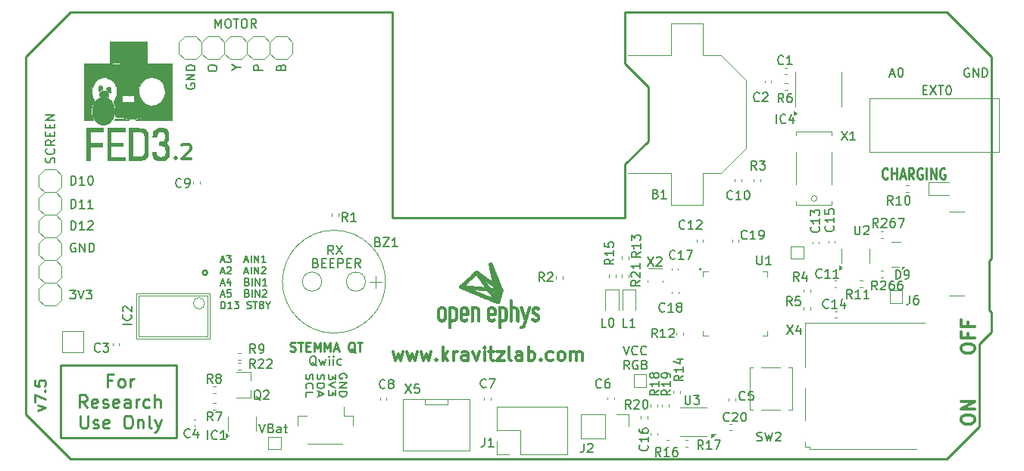
<source format=gbr>
%TF.GenerationSoftware,KiCad,Pcbnew,9.0.2*%
%TF.CreationDate,2025-08-01T13:44:13+01:00*%
%TF.ProjectId,FED3,46454433-2e6b-4696-9361-645f70636258,rev?*%
%TF.SameCoordinates,Original*%
%TF.FileFunction,Legend,Top*%
%TF.FilePolarity,Positive*%
%FSLAX46Y46*%
G04 Gerber Fmt 4.6, Leading zero omitted, Abs format (unit mm)*
G04 Created by KiCad (PCBNEW 9.0.2) date 2025-08-01 13:44:13*
%MOMM*%
%LPD*%
G01*
G04 APERTURE LIST*
%ADD10C,0.254000*%
%ADD11C,0.200000*%
%ADD12C,0.250000*%
%ADD13C,0.300000*%
%ADD14C,0.137160*%
%ADD15C,0.251460*%
%ADD16C,0.240000*%
%ADD17C,0.328168*%
%ADD18C,0.241808*%
%ADD19C,0.150000*%
%ADD20C,0.100000*%
%TA.AperFunction,Profile*%
%ADD21C,0.250000*%
%TD*%
G04 APERTURE END LIST*
D10*
X114821100Y-109175600D02*
G75*
G02*
X114313100Y-109175600I-254000J0D01*
G01*
X114313100Y-109175600D02*
G75*
G02*
X114821100Y-109175600I254000J0D01*
G01*
X111367000Y-119572000D02*
X111367000Y-127700000D01*
X98413000Y-119572000D02*
X111367000Y-119572000D01*
X98413000Y-127700000D02*
X98413000Y-119572000D01*
X111367000Y-127700000D02*
X98413000Y-127700000D01*
D11*
X97719600Y-96867945D02*
X97767219Y-96725088D01*
X97767219Y-96725088D02*
X97767219Y-96486993D01*
X97767219Y-96486993D02*
X97719600Y-96391755D01*
X97719600Y-96391755D02*
X97671980Y-96344136D01*
X97671980Y-96344136D02*
X97576742Y-96296517D01*
X97576742Y-96296517D02*
X97481504Y-96296517D01*
X97481504Y-96296517D02*
X97386266Y-96344136D01*
X97386266Y-96344136D02*
X97338647Y-96391755D01*
X97338647Y-96391755D02*
X97291028Y-96486993D01*
X97291028Y-96486993D02*
X97243409Y-96677469D01*
X97243409Y-96677469D02*
X97195790Y-96772707D01*
X97195790Y-96772707D02*
X97148171Y-96820326D01*
X97148171Y-96820326D02*
X97052933Y-96867945D01*
X97052933Y-96867945D02*
X96957695Y-96867945D01*
X96957695Y-96867945D02*
X96862457Y-96820326D01*
X96862457Y-96820326D02*
X96814838Y-96772707D01*
X96814838Y-96772707D02*
X96767219Y-96677469D01*
X96767219Y-96677469D02*
X96767219Y-96439374D01*
X96767219Y-96439374D02*
X96814838Y-96296517D01*
X97671980Y-95296517D02*
X97719600Y-95344136D01*
X97719600Y-95344136D02*
X97767219Y-95486993D01*
X97767219Y-95486993D02*
X97767219Y-95582231D01*
X97767219Y-95582231D02*
X97719600Y-95725088D01*
X97719600Y-95725088D02*
X97624361Y-95820326D01*
X97624361Y-95820326D02*
X97529123Y-95867945D01*
X97529123Y-95867945D02*
X97338647Y-95915564D01*
X97338647Y-95915564D02*
X97195790Y-95915564D01*
X97195790Y-95915564D02*
X97005314Y-95867945D01*
X97005314Y-95867945D02*
X96910076Y-95820326D01*
X96910076Y-95820326D02*
X96814838Y-95725088D01*
X96814838Y-95725088D02*
X96767219Y-95582231D01*
X96767219Y-95582231D02*
X96767219Y-95486993D01*
X96767219Y-95486993D02*
X96814838Y-95344136D01*
X96814838Y-95344136D02*
X96862457Y-95296517D01*
X97767219Y-94296517D02*
X97291028Y-94629850D01*
X97767219Y-94867945D02*
X96767219Y-94867945D01*
X96767219Y-94867945D02*
X96767219Y-94486993D01*
X96767219Y-94486993D02*
X96814838Y-94391755D01*
X96814838Y-94391755D02*
X96862457Y-94344136D01*
X96862457Y-94344136D02*
X96957695Y-94296517D01*
X96957695Y-94296517D02*
X97100552Y-94296517D01*
X97100552Y-94296517D02*
X97195790Y-94344136D01*
X97195790Y-94344136D02*
X97243409Y-94391755D01*
X97243409Y-94391755D02*
X97291028Y-94486993D01*
X97291028Y-94486993D02*
X97291028Y-94867945D01*
X97243409Y-93867945D02*
X97243409Y-93534612D01*
X97767219Y-93391755D02*
X97767219Y-93867945D01*
X97767219Y-93867945D02*
X96767219Y-93867945D01*
X96767219Y-93867945D02*
X96767219Y-93391755D01*
X97243409Y-92963183D02*
X97243409Y-92629850D01*
X97767219Y-92486993D02*
X97767219Y-92963183D01*
X97767219Y-92963183D02*
X96767219Y-92963183D01*
X96767219Y-92963183D02*
X96767219Y-92486993D01*
X97767219Y-92058421D02*
X96767219Y-92058421D01*
X96767219Y-92058421D02*
X97767219Y-91486993D01*
X97767219Y-91486993D02*
X96767219Y-91486993D01*
X126968006Y-108088409D02*
X127110863Y-108136028D01*
X127110863Y-108136028D02*
X127158482Y-108183647D01*
X127158482Y-108183647D02*
X127206101Y-108278885D01*
X127206101Y-108278885D02*
X127206101Y-108421742D01*
X127206101Y-108421742D02*
X127158482Y-108516980D01*
X127158482Y-108516980D02*
X127110863Y-108564600D01*
X127110863Y-108564600D02*
X127015625Y-108612219D01*
X127015625Y-108612219D02*
X126634673Y-108612219D01*
X126634673Y-108612219D02*
X126634673Y-107612219D01*
X126634673Y-107612219D02*
X126968006Y-107612219D01*
X126968006Y-107612219D02*
X127063244Y-107659838D01*
X127063244Y-107659838D02*
X127110863Y-107707457D01*
X127110863Y-107707457D02*
X127158482Y-107802695D01*
X127158482Y-107802695D02*
X127158482Y-107897933D01*
X127158482Y-107897933D02*
X127110863Y-107993171D01*
X127110863Y-107993171D02*
X127063244Y-108040790D01*
X127063244Y-108040790D02*
X126968006Y-108088409D01*
X126968006Y-108088409D02*
X126634673Y-108088409D01*
X127634673Y-108088409D02*
X127968006Y-108088409D01*
X128110863Y-108612219D02*
X127634673Y-108612219D01*
X127634673Y-108612219D02*
X127634673Y-107612219D01*
X127634673Y-107612219D02*
X128110863Y-107612219D01*
X128539435Y-108088409D02*
X128872768Y-108088409D01*
X129015625Y-108612219D02*
X128539435Y-108612219D01*
X128539435Y-108612219D02*
X128539435Y-107612219D01*
X128539435Y-107612219D02*
X129015625Y-107612219D01*
X129444197Y-108612219D02*
X129444197Y-107612219D01*
X129444197Y-107612219D02*
X129825149Y-107612219D01*
X129825149Y-107612219D02*
X129920387Y-107659838D01*
X129920387Y-107659838D02*
X129968006Y-107707457D01*
X129968006Y-107707457D02*
X130015625Y-107802695D01*
X130015625Y-107802695D02*
X130015625Y-107945552D01*
X130015625Y-107945552D02*
X129968006Y-108040790D01*
X129968006Y-108040790D02*
X129920387Y-108088409D01*
X129920387Y-108088409D02*
X129825149Y-108136028D01*
X129825149Y-108136028D02*
X129444197Y-108136028D01*
X130444197Y-108088409D02*
X130777530Y-108088409D01*
X130920387Y-108612219D02*
X130444197Y-108612219D01*
X130444197Y-108612219D02*
X130444197Y-107612219D01*
X130444197Y-107612219D02*
X130920387Y-107612219D01*
X131920387Y-108612219D02*
X131587054Y-108136028D01*
X131348959Y-108612219D02*
X131348959Y-107612219D01*
X131348959Y-107612219D02*
X131729911Y-107612219D01*
X131729911Y-107612219D02*
X131825149Y-107659838D01*
X131825149Y-107659838D02*
X131872768Y-107707457D01*
X131872768Y-107707457D02*
X131920387Y-107802695D01*
X131920387Y-107802695D02*
X131920387Y-107945552D01*
X131920387Y-107945552D02*
X131872768Y-108040790D01*
X131872768Y-108040790D02*
X131825149Y-108088409D01*
X131825149Y-108088409D02*
X131729911Y-108136028D01*
X131729911Y-108136028D02*
X131348959Y-108136028D01*
X125896400Y-120572054D02*
X125858304Y-120714911D01*
X125858304Y-120714911D02*
X125858304Y-120953006D01*
X125858304Y-120953006D02*
X125896400Y-121048244D01*
X125896400Y-121048244D02*
X125934495Y-121095863D01*
X125934495Y-121095863D02*
X126010685Y-121143482D01*
X126010685Y-121143482D02*
X126086876Y-121143482D01*
X126086876Y-121143482D02*
X126163066Y-121095863D01*
X126163066Y-121095863D02*
X126201161Y-121048244D01*
X126201161Y-121048244D02*
X126239257Y-120953006D01*
X126239257Y-120953006D02*
X126277352Y-120762530D01*
X126277352Y-120762530D02*
X126315447Y-120667292D01*
X126315447Y-120667292D02*
X126353542Y-120619673D01*
X126353542Y-120619673D02*
X126429733Y-120572054D01*
X126429733Y-120572054D02*
X126505923Y-120572054D01*
X126505923Y-120572054D02*
X126582114Y-120619673D01*
X126582114Y-120619673D02*
X126620209Y-120667292D01*
X126620209Y-120667292D02*
X126658304Y-120762530D01*
X126658304Y-120762530D02*
X126658304Y-121000625D01*
X126658304Y-121000625D02*
X126620209Y-121143482D01*
X125934495Y-122143482D02*
X125896400Y-122095863D01*
X125896400Y-122095863D02*
X125858304Y-121953006D01*
X125858304Y-121953006D02*
X125858304Y-121857768D01*
X125858304Y-121857768D02*
X125896400Y-121714911D01*
X125896400Y-121714911D02*
X125972590Y-121619673D01*
X125972590Y-121619673D02*
X126048780Y-121572054D01*
X126048780Y-121572054D02*
X126201161Y-121524435D01*
X126201161Y-121524435D02*
X126315447Y-121524435D01*
X126315447Y-121524435D02*
X126467828Y-121572054D01*
X126467828Y-121572054D02*
X126544019Y-121619673D01*
X126544019Y-121619673D02*
X126620209Y-121714911D01*
X126620209Y-121714911D02*
X126658304Y-121857768D01*
X126658304Y-121857768D02*
X126658304Y-121953006D01*
X126658304Y-121953006D02*
X126620209Y-122095863D01*
X126620209Y-122095863D02*
X126582114Y-122143482D01*
X125858304Y-123048244D02*
X125858304Y-122572054D01*
X125858304Y-122572054D02*
X126658304Y-122572054D01*
X127032381Y-119607457D02*
X126937143Y-119559838D01*
X126937143Y-119559838D02*
X126841905Y-119464600D01*
X126841905Y-119464600D02*
X126699048Y-119321742D01*
X126699048Y-119321742D02*
X126603810Y-119274123D01*
X126603810Y-119274123D02*
X126508572Y-119274123D01*
X126556191Y-119512219D02*
X126460953Y-119464600D01*
X126460953Y-119464600D02*
X126365715Y-119369361D01*
X126365715Y-119369361D02*
X126318096Y-119178885D01*
X126318096Y-119178885D02*
X126318096Y-118845552D01*
X126318096Y-118845552D02*
X126365715Y-118655076D01*
X126365715Y-118655076D02*
X126460953Y-118559838D01*
X126460953Y-118559838D02*
X126556191Y-118512219D01*
X126556191Y-118512219D02*
X126746667Y-118512219D01*
X126746667Y-118512219D02*
X126841905Y-118559838D01*
X126841905Y-118559838D02*
X126937143Y-118655076D01*
X126937143Y-118655076D02*
X126984762Y-118845552D01*
X126984762Y-118845552D02*
X126984762Y-119178885D01*
X126984762Y-119178885D02*
X126937143Y-119369361D01*
X126937143Y-119369361D02*
X126841905Y-119464600D01*
X126841905Y-119464600D02*
X126746667Y-119512219D01*
X126746667Y-119512219D02*
X126556191Y-119512219D01*
X127318096Y-118845552D02*
X127508572Y-119512219D01*
X127508572Y-119512219D02*
X127699048Y-119036028D01*
X127699048Y-119036028D02*
X127889524Y-119512219D01*
X127889524Y-119512219D02*
X128080000Y-118845552D01*
X128460953Y-119512219D02*
X128460953Y-118845552D01*
X128460953Y-118512219D02*
X128413334Y-118559838D01*
X128413334Y-118559838D02*
X128460953Y-118607457D01*
X128460953Y-118607457D02*
X128508572Y-118559838D01*
X128508572Y-118559838D02*
X128460953Y-118512219D01*
X128460953Y-118512219D02*
X128460953Y-118607457D01*
X128937143Y-119512219D02*
X128937143Y-118845552D01*
X128937143Y-118512219D02*
X128889524Y-118559838D01*
X128889524Y-118559838D02*
X128937143Y-118607457D01*
X128937143Y-118607457D02*
X128984762Y-118559838D01*
X128984762Y-118559838D02*
X128937143Y-118512219D01*
X128937143Y-118512219D02*
X128937143Y-118607457D01*
X129841904Y-119464600D02*
X129746666Y-119512219D01*
X129746666Y-119512219D02*
X129556190Y-119512219D01*
X129556190Y-119512219D02*
X129460952Y-119464600D01*
X129460952Y-119464600D02*
X129413333Y-119416980D01*
X129413333Y-119416980D02*
X129365714Y-119321742D01*
X129365714Y-119321742D02*
X129365714Y-119036028D01*
X129365714Y-119036028D02*
X129413333Y-118940790D01*
X129413333Y-118940790D02*
X129460952Y-118893171D01*
X129460952Y-118893171D02*
X129556190Y-118845552D01*
X129556190Y-118845552D02*
X129746666Y-118845552D01*
X129746666Y-118845552D02*
X129841904Y-118893171D01*
X118091028Y-86174374D02*
X118567219Y-86174374D01*
X117567219Y-86507707D02*
X118091028Y-86174374D01*
X118091028Y-86174374D02*
X117567219Y-85841041D01*
X123068409Y-86174374D02*
X123116028Y-86031517D01*
X123116028Y-86031517D02*
X123163647Y-85983898D01*
X123163647Y-85983898D02*
X123258885Y-85936279D01*
X123258885Y-85936279D02*
X123401742Y-85936279D01*
X123401742Y-85936279D02*
X123496980Y-85983898D01*
X123496980Y-85983898D02*
X123544600Y-86031517D01*
X123544600Y-86031517D02*
X123592219Y-86126755D01*
X123592219Y-86126755D02*
X123592219Y-86507707D01*
X123592219Y-86507707D02*
X122592219Y-86507707D01*
X122592219Y-86507707D02*
X122592219Y-86174374D01*
X122592219Y-86174374D02*
X122639838Y-86079136D01*
X122639838Y-86079136D02*
X122687457Y-86031517D01*
X122687457Y-86031517D02*
X122782695Y-85983898D01*
X122782695Y-85983898D02*
X122877933Y-85983898D01*
X122877933Y-85983898D02*
X122973171Y-86031517D01*
X122973171Y-86031517D02*
X123020790Y-86079136D01*
X123020790Y-86079136D02*
X123068409Y-86174374D01*
X123068409Y-86174374D02*
X123068409Y-86507707D01*
X115719673Y-81767219D02*
X115719673Y-80767219D01*
X115719673Y-80767219D02*
X116053006Y-81481504D01*
X116053006Y-81481504D02*
X116386339Y-80767219D01*
X116386339Y-80767219D02*
X116386339Y-81767219D01*
X117053006Y-80767219D02*
X117243482Y-80767219D01*
X117243482Y-80767219D02*
X117338720Y-80814838D01*
X117338720Y-80814838D02*
X117433958Y-80910076D01*
X117433958Y-80910076D02*
X117481577Y-81100552D01*
X117481577Y-81100552D02*
X117481577Y-81433885D01*
X117481577Y-81433885D02*
X117433958Y-81624361D01*
X117433958Y-81624361D02*
X117338720Y-81719600D01*
X117338720Y-81719600D02*
X117243482Y-81767219D01*
X117243482Y-81767219D02*
X117053006Y-81767219D01*
X117053006Y-81767219D02*
X116957768Y-81719600D01*
X116957768Y-81719600D02*
X116862530Y-81624361D01*
X116862530Y-81624361D02*
X116814911Y-81433885D01*
X116814911Y-81433885D02*
X116814911Y-81100552D01*
X116814911Y-81100552D02*
X116862530Y-80910076D01*
X116862530Y-80910076D02*
X116957768Y-80814838D01*
X116957768Y-80814838D02*
X117053006Y-80767219D01*
X117767292Y-80767219D02*
X118338720Y-80767219D01*
X118053006Y-81767219D02*
X118053006Y-80767219D01*
X118862530Y-80767219D02*
X119053006Y-80767219D01*
X119053006Y-80767219D02*
X119148244Y-80814838D01*
X119148244Y-80814838D02*
X119243482Y-80910076D01*
X119243482Y-80910076D02*
X119291101Y-81100552D01*
X119291101Y-81100552D02*
X119291101Y-81433885D01*
X119291101Y-81433885D02*
X119243482Y-81624361D01*
X119243482Y-81624361D02*
X119148244Y-81719600D01*
X119148244Y-81719600D02*
X119053006Y-81767219D01*
X119053006Y-81767219D02*
X118862530Y-81767219D01*
X118862530Y-81767219D02*
X118767292Y-81719600D01*
X118767292Y-81719600D02*
X118672054Y-81624361D01*
X118672054Y-81624361D02*
X118624435Y-81433885D01*
X118624435Y-81433885D02*
X118624435Y-81100552D01*
X118624435Y-81100552D02*
X118672054Y-80910076D01*
X118672054Y-80910076D02*
X118767292Y-80814838D01*
X118767292Y-80814838D02*
X118862530Y-80767219D01*
X120291101Y-81767219D02*
X119957768Y-81291028D01*
X119719673Y-81767219D02*
X119719673Y-80767219D01*
X119719673Y-80767219D02*
X120100625Y-80767219D01*
X120100625Y-80767219D02*
X120195863Y-80814838D01*
X120195863Y-80814838D02*
X120243482Y-80862457D01*
X120243482Y-80862457D02*
X120291101Y-80957695D01*
X120291101Y-80957695D02*
X120291101Y-81100552D01*
X120291101Y-81100552D02*
X120243482Y-81195790D01*
X120243482Y-81195790D02*
X120195863Y-81243409D01*
X120195863Y-81243409D02*
X120100625Y-81291028D01*
X120100625Y-81291028D02*
X119719673Y-81291028D01*
D12*
X124103809Y-117932000D02*
X124246666Y-117979619D01*
X124246666Y-117979619D02*
X124484761Y-117979619D01*
X124484761Y-117979619D02*
X124579999Y-117932000D01*
X124579999Y-117932000D02*
X124627618Y-117884380D01*
X124627618Y-117884380D02*
X124675237Y-117789142D01*
X124675237Y-117789142D02*
X124675237Y-117693904D01*
X124675237Y-117693904D02*
X124627618Y-117598666D01*
X124627618Y-117598666D02*
X124579999Y-117551047D01*
X124579999Y-117551047D02*
X124484761Y-117503428D01*
X124484761Y-117503428D02*
X124294285Y-117455809D01*
X124294285Y-117455809D02*
X124199047Y-117408190D01*
X124199047Y-117408190D02*
X124151428Y-117360571D01*
X124151428Y-117360571D02*
X124103809Y-117265333D01*
X124103809Y-117265333D02*
X124103809Y-117170095D01*
X124103809Y-117170095D02*
X124151428Y-117074857D01*
X124151428Y-117074857D02*
X124199047Y-117027238D01*
X124199047Y-117027238D02*
X124294285Y-116979619D01*
X124294285Y-116979619D02*
X124532380Y-116979619D01*
X124532380Y-116979619D02*
X124675237Y-117027238D01*
X124960952Y-116979619D02*
X125532380Y-116979619D01*
X125246666Y-117979619D02*
X125246666Y-116979619D01*
X125865714Y-117455809D02*
X126199047Y-117455809D01*
X126341904Y-117979619D02*
X125865714Y-117979619D01*
X125865714Y-117979619D02*
X125865714Y-116979619D01*
X125865714Y-116979619D02*
X126341904Y-116979619D01*
X126770476Y-117979619D02*
X126770476Y-116979619D01*
X126770476Y-116979619D02*
X127103809Y-117693904D01*
X127103809Y-117693904D02*
X127437142Y-116979619D01*
X127437142Y-116979619D02*
X127437142Y-117979619D01*
X127913333Y-117979619D02*
X127913333Y-116979619D01*
X127913333Y-116979619D02*
X128246666Y-117693904D01*
X128246666Y-117693904D02*
X128579999Y-116979619D01*
X128579999Y-116979619D02*
X128579999Y-117979619D01*
X129008571Y-117693904D02*
X129484761Y-117693904D01*
X128913333Y-117979619D02*
X129246666Y-116979619D01*
X129246666Y-116979619D02*
X129579999Y-117979619D01*
X131341904Y-118074857D02*
X131246666Y-118027238D01*
X131246666Y-118027238D02*
X131151428Y-117932000D01*
X131151428Y-117932000D02*
X131008571Y-117789142D01*
X131008571Y-117789142D02*
X130913333Y-117741523D01*
X130913333Y-117741523D02*
X130818095Y-117741523D01*
X130865714Y-117979619D02*
X130770476Y-117932000D01*
X130770476Y-117932000D02*
X130675238Y-117836761D01*
X130675238Y-117836761D02*
X130627619Y-117646285D01*
X130627619Y-117646285D02*
X130627619Y-117312952D01*
X130627619Y-117312952D02*
X130675238Y-117122476D01*
X130675238Y-117122476D02*
X130770476Y-117027238D01*
X130770476Y-117027238D02*
X130865714Y-116979619D01*
X130865714Y-116979619D02*
X131056190Y-116979619D01*
X131056190Y-116979619D02*
X131151428Y-117027238D01*
X131151428Y-117027238D02*
X131246666Y-117122476D01*
X131246666Y-117122476D02*
X131294285Y-117312952D01*
X131294285Y-117312952D02*
X131294285Y-117646285D01*
X131294285Y-117646285D02*
X131246666Y-117836761D01*
X131246666Y-117836761D02*
X131151428Y-117932000D01*
X131151428Y-117932000D02*
X131056190Y-117979619D01*
X131056190Y-117979619D02*
X130865714Y-117979619D01*
X131580000Y-116979619D02*
X132151428Y-116979619D01*
X131865714Y-117979619D02*
X131865714Y-116979619D01*
D11*
X99569673Y-99342219D02*
X99569673Y-98342219D01*
X99569673Y-98342219D02*
X99807768Y-98342219D01*
X99807768Y-98342219D02*
X99950625Y-98389838D01*
X99950625Y-98389838D02*
X100045863Y-98485076D01*
X100045863Y-98485076D02*
X100093482Y-98580314D01*
X100093482Y-98580314D02*
X100141101Y-98770790D01*
X100141101Y-98770790D02*
X100141101Y-98913647D01*
X100141101Y-98913647D02*
X100093482Y-99104123D01*
X100093482Y-99104123D02*
X100045863Y-99199361D01*
X100045863Y-99199361D02*
X99950625Y-99294600D01*
X99950625Y-99294600D02*
X99807768Y-99342219D01*
X99807768Y-99342219D02*
X99569673Y-99342219D01*
X101093482Y-99342219D02*
X100522054Y-99342219D01*
X100807768Y-99342219D02*
X100807768Y-98342219D01*
X100807768Y-98342219D02*
X100712530Y-98485076D01*
X100712530Y-98485076D02*
X100617292Y-98580314D01*
X100617292Y-98580314D02*
X100522054Y-98627933D01*
X101712530Y-98342219D02*
X101807768Y-98342219D01*
X101807768Y-98342219D02*
X101903006Y-98389838D01*
X101903006Y-98389838D02*
X101950625Y-98437457D01*
X101950625Y-98437457D02*
X101998244Y-98532695D01*
X101998244Y-98532695D02*
X102045863Y-98723171D01*
X102045863Y-98723171D02*
X102045863Y-98961266D01*
X102045863Y-98961266D02*
X101998244Y-99151742D01*
X101998244Y-99151742D02*
X101950625Y-99246980D01*
X101950625Y-99246980D02*
X101903006Y-99294600D01*
X101903006Y-99294600D02*
X101807768Y-99342219D01*
X101807768Y-99342219D02*
X101712530Y-99342219D01*
X101712530Y-99342219D02*
X101617292Y-99294600D01*
X101617292Y-99294600D02*
X101569673Y-99246980D01*
X101569673Y-99246980D02*
X101522054Y-99151742D01*
X101522054Y-99151742D02*
X101474435Y-98961266D01*
X101474435Y-98961266D02*
X101474435Y-98723171D01*
X101474435Y-98723171D02*
X101522054Y-98532695D01*
X101522054Y-98532695D02*
X101569673Y-98437457D01*
X101569673Y-98437457D02*
X101617292Y-98389838D01*
X101617292Y-98389838D02*
X101712530Y-98342219D01*
D13*
X199110828Y-125759774D02*
X199110828Y-125474060D01*
X199110828Y-125474060D02*
X199182257Y-125331203D01*
X199182257Y-125331203D02*
X199325114Y-125188346D01*
X199325114Y-125188346D02*
X199610828Y-125116917D01*
X199610828Y-125116917D02*
X200110828Y-125116917D01*
X200110828Y-125116917D02*
X200396542Y-125188346D01*
X200396542Y-125188346D02*
X200539400Y-125331203D01*
X200539400Y-125331203D02*
X200610828Y-125474060D01*
X200610828Y-125474060D02*
X200610828Y-125759774D01*
X200610828Y-125759774D02*
X200539400Y-125902632D01*
X200539400Y-125902632D02*
X200396542Y-126045489D01*
X200396542Y-126045489D02*
X200110828Y-126116917D01*
X200110828Y-126116917D02*
X199610828Y-126116917D01*
X199610828Y-126116917D02*
X199325114Y-126045489D01*
X199325114Y-126045489D02*
X199182257Y-125902632D01*
X199182257Y-125902632D02*
X199110828Y-125759774D01*
X200610828Y-124474060D02*
X199110828Y-124474060D01*
X199110828Y-124474060D02*
X200610828Y-123616917D01*
X200610828Y-123616917D02*
X199110828Y-123616917D01*
D14*
X116333716Y-107802170D02*
X116714669Y-107802170D01*
X116257526Y-108030742D02*
X116524193Y-107230742D01*
X116524193Y-107230742D02*
X116790859Y-108030742D01*
X116981335Y-107230742D02*
X117476573Y-107230742D01*
X117476573Y-107230742D02*
X117209907Y-107535504D01*
X117209907Y-107535504D02*
X117324192Y-107535504D01*
X117324192Y-107535504D02*
X117400383Y-107573599D01*
X117400383Y-107573599D02*
X117438478Y-107611694D01*
X117438478Y-107611694D02*
X117476573Y-107687885D01*
X117476573Y-107687885D02*
X117476573Y-107878361D01*
X117476573Y-107878361D02*
X117438478Y-107954551D01*
X117438478Y-107954551D02*
X117400383Y-107992647D01*
X117400383Y-107992647D02*
X117324192Y-108030742D01*
X117324192Y-108030742D02*
X117095621Y-108030742D01*
X117095621Y-108030742D02*
X117019430Y-107992647D01*
X117019430Y-107992647D02*
X116981335Y-107954551D01*
X119000383Y-107802170D02*
X119381336Y-107802170D01*
X118924193Y-108030742D02*
X119190860Y-107230742D01*
X119190860Y-107230742D02*
X119457526Y-108030742D01*
X119724193Y-108030742D02*
X119724193Y-107230742D01*
X120105145Y-108030742D02*
X120105145Y-107230742D01*
X120105145Y-107230742D02*
X120562288Y-108030742D01*
X120562288Y-108030742D02*
X120562288Y-107230742D01*
X121362287Y-108030742D02*
X120905144Y-108030742D01*
X121133716Y-108030742D02*
X121133716Y-107230742D01*
X121133716Y-107230742D02*
X121057525Y-107345027D01*
X121057525Y-107345027D02*
X120981335Y-107421218D01*
X120981335Y-107421218D02*
X120905144Y-107459313D01*
X116333716Y-109090125D02*
X116714669Y-109090125D01*
X116257526Y-109318697D02*
X116524193Y-108518697D01*
X116524193Y-108518697D02*
X116790859Y-109318697D01*
X117019430Y-108594887D02*
X117057526Y-108556792D01*
X117057526Y-108556792D02*
X117133716Y-108518697D01*
X117133716Y-108518697D02*
X117324192Y-108518697D01*
X117324192Y-108518697D02*
X117400383Y-108556792D01*
X117400383Y-108556792D02*
X117438478Y-108594887D01*
X117438478Y-108594887D02*
X117476573Y-108671078D01*
X117476573Y-108671078D02*
X117476573Y-108747268D01*
X117476573Y-108747268D02*
X117438478Y-108861554D01*
X117438478Y-108861554D02*
X116981335Y-109318697D01*
X116981335Y-109318697D02*
X117476573Y-109318697D01*
X119000383Y-109090125D02*
X119381336Y-109090125D01*
X118924193Y-109318697D02*
X119190860Y-108518697D01*
X119190860Y-108518697D02*
X119457526Y-109318697D01*
X119724193Y-109318697D02*
X119724193Y-108518697D01*
X120105145Y-109318697D02*
X120105145Y-108518697D01*
X120105145Y-108518697D02*
X120562288Y-109318697D01*
X120562288Y-109318697D02*
X120562288Y-108518697D01*
X120905144Y-108594887D02*
X120943240Y-108556792D01*
X120943240Y-108556792D02*
X121019430Y-108518697D01*
X121019430Y-108518697D02*
X121209906Y-108518697D01*
X121209906Y-108518697D02*
X121286097Y-108556792D01*
X121286097Y-108556792D02*
X121324192Y-108594887D01*
X121324192Y-108594887D02*
X121362287Y-108671078D01*
X121362287Y-108671078D02*
X121362287Y-108747268D01*
X121362287Y-108747268D02*
X121324192Y-108861554D01*
X121324192Y-108861554D02*
X120867049Y-109318697D01*
X120867049Y-109318697D02*
X121362287Y-109318697D01*
X116333716Y-110378080D02*
X116714669Y-110378080D01*
X116257526Y-110606652D02*
X116524193Y-109806652D01*
X116524193Y-109806652D02*
X116790859Y-110606652D01*
X117400383Y-110073318D02*
X117400383Y-110606652D01*
X117209907Y-109768557D02*
X117019430Y-110339985D01*
X117019430Y-110339985D02*
X117514669Y-110339985D01*
X119305145Y-110187604D02*
X119419431Y-110225699D01*
X119419431Y-110225699D02*
X119457526Y-110263795D01*
X119457526Y-110263795D02*
X119495622Y-110339985D01*
X119495622Y-110339985D02*
X119495622Y-110454271D01*
X119495622Y-110454271D02*
X119457526Y-110530461D01*
X119457526Y-110530461D02*
X119419431Y-110568557D01*
X119419431Y-110568557D02*
X119343241Y-110606652D01*
X119343241Y-110606652D02*
X119038479Y-110606652D01*
X119038479Y-110606652D02*
X119038479Y-109806652D01*
X119038479Y-109806652D02*
X119305145Y-109806652D01*
X119305145Y-109806652D02*
X119381336Y-109844747D01*
X119381336Y-109844747D02*
X119419431Y-109882842D01*
X119419431Y-109882842D02*
X119457526Y-109959033D01*
X119457526Y-109959033D02*
X119457526Y-110035223D01*
X119457526Y-110035223D02*
X119419431Y-110111414D01*
X119419431Y-110111414D02*
X119381336Y-110149509D01*
X119381336Y-110149509D02*
X119305145Y-110187604D01*
X119305145Y-110187604D02*
X119038479Y-110187604D01*
X119838479Y-110606652D02*
X119838479Y-109806652D01*
X120219431Y-110606652D02*
X120219431Y-109806652D01*
X120219431Y-109806652D02*
X120676574Y-110606652D01*
X120676574Y-110606652D02*
X120676574Y-109806652D01*
X121476573Y-110606652D02*
X121019430Y-110606652D01*
X121248002Y-110606652D02*
X121248002Y-109806652D01*
X121248002Y-109806652D02*
X121171811Y-109920937D01*
X121171811Y-109920937D02*
X121095621Y-109997128D01*
X121095621Y-109997128D02*
X121019430Y-110035223D01*
X116333716Y-111666035D02*
X116714669Y-111666035D01*
X116257526Y-111894607D02*
X116524193Y-111094607D01*
X116524193Y-111094607D02*
X116790859Y-111894607D01*
X117438478Y-111094607D02*
X117057526Y-111094607D01*
X117057526Y-111094607D02*
X117019430Y-111475559D01*
X117019430Y-111475559D02*
X117057526Y-111437464D01*
X117057526Y-111437464D02*
X117133716Y-111399369D01*
X117133716Y-111399369D02*
X117324192Y-111399369D01*
X117324192Y-111399369D02*
X117400383Y-111437464D01*
X117400383Y-111437464D02*
X117438478Y-111475559D01*
X117438478Y-111475559D02*
X117476573Y-111551750D01*
X117476573Y-111551750D02*
X117476573Y-111742226D01*
X117476573Y-111742226D02*
X117438478Y-111818416D01*
X117438478Y-111818416D02*
X117400383Y-111856512D01*
X117400383Y-111856512D02*
X117324192Y-111894607D01*
X117324192Y-111894607D02*
X117133716Y-111894607D01*
X117133716Y-111894607D02*
X117057526Y-111856512D01*
X117057526Y-111856512D02*
X117019430Y-111818416D01*
X119305145Y-111475559D02*
X119419431Y-111513654D01*
X119419431Y-111513654D02*
X119457526Y-111551750D01*
X119457526Y-111551750D02*
X119495622Y-111627940D01*
X119495622Y-111627940D02*
X119495622Y-111742226D01*
X119495622Y-111742226D02*
X119457526Y-111818416D01*
X119457526Y-111818416D02*
X119419431Y-111856512D01*
X119419431Y-111856512D02*
X119343241Y-111894607D01*
X119343241Y-111894607D02*
X119038479Y-111894607D01*
X119038479Y-111894607D02*
X119038479Y-111094607D01*
X119038479Y-111094607D02*
X119305145Y-111094607D01*
X119305145Y-111094607D02*
X119381336Y-111132702D01*
X119381336Y-111132702D02*
X119419431Y-111170797D01*
X119419431Y-111170797D02*
X119457526Y-111246988D01*
X119457526Y-111246988D02*
X119457526Y-111323178D01*
X119457526Y-111323178D02*
X119419431Y-111399369D01*
X119419431Y-111399369D02*
X119381336Y-111437464D01*
X119381336Y-111437464D02*
X119305145Y-111475559D01*
X119305145Y-111475559D02*
X119038479Y-111475559D01*
X119838479Y-111894607D02*
X119838479Y-111094607D01*
X120219431Y-111894607D02*
X120219431Y-111094607D01*
X120219431Y-111094607D02*
X120676574Y-111894607D01*
X120676574Y-111894607D02*
X120676574Y-111094607D01*
X121019430Y-111170797D02*
X121057526Y-111132702D01*
X121057526Y-111132702D02*
X121133716Y-111094607D01*
X121133716Y-111094607D02*
X121324192Y-111094607D01*
X121324192Y-111094607D02*
X121400383Y-111132702D01*
X121400383Y-111132702D02*
X121438478Y-111170797D01*
X121438478Y-111170797D02*
X121476573Y-111246988D01*
X121476573Y-111246988D02*
X121476573Y-111323178D01*
X121476573Y-111323178D02*
X121438478Y-111437464D01*
X121438478Y-111437464D02*
X120981335Y-111894607D01*
X120981335Y-111894607D02*
X121476573Y-111894607D01*
X116371812Y-113182562D02*
X116371812Y-112382562D01*
X116371812Y-112382562D02*
X116562288Y-112382562D01*
X116562288Y-112382562D02*
X116676574Y-112420657D01*
X116676574Y-112420657D02*
X116752764Y-112496847D01*
X116752764Y-112496847D02*
X116790859Y-112573038D01*
X116790859Y-112573038D02*
X116828955Y-112725419D01*
X116828955Y-112725419D02*
X116828955Y-112839705D01*
X116828955Y-112839705D02*
X116790859Y-112992086D01*
X116790859Y-112992086D02*
X116752764Y-113068276D01*
X116752764Y-113068276D02*
X116676574Y-113144467D01*
X116676574Y-113144467D02*
X116562288Y-113182562D01*
X116562288Y-113182562D02*
X116371812Y-113182562D01*
X117590859Y-113182562D02*
X117133716Y-113182562D01*
X117362288Y-113182562D02*
X117362288Y-112382562D01*
X117362288Y-112382562D02*
X117286097Y-112496847D01*
X117286097Y-112496847D02*
X117209907Y-112573038D01*
X117209907Y-112573038D02*
X117133716Y-112611133D01*
X117857526Y-112382562D02*
X118352764Y-112382562D01*
X118352764Y-112382562D02*
X118086098Y-112687324D01*
X118086098Y-112687324D02*
X118200383Y-112687324D01*
X118200383Y-112687324D02*
X118276574Y-112725419D01*
X118276574Y-112725419D02*
X118314669Y-112763514D01*
X118314669Y-112763514D02*
X118352764Y-112839705D01*
X118352764Y-112839705D02*
X118352764Y-113030181D01*
X118352764Y-113030181D02*
X118314669Y-113106371D01*
X118314669Y-113106371D02*
X118276574Y-113144467D01*
X118276574Y-113144467D02*
X118200383Y-113182562D01*
X118200383Y-113182562D02*
X117971812Y-113182562D01*
X117971812Y-113182562D02*
X117895621Y-113144467D01*
X117895621Y-113144467D02*
X117857526Y-113106371D01*
X119267050Y-113144467D02*
X119381336Y-113182562D01*
X119381336Y-113182562D02*
X119571812Y-113182562D01*
X119571812Y-113182562D02*
X119648003Y-113144467D01*
X119648003Y-113144467D02*
X119686098Y-113106371D01*
X119686098Y-113106371D02*
X119724193Y-113030181D01*
X119724193Y-113030181D02*
X119724193Y-112953990D01*
X119724193Y-112953990D02*
X119686098Y-112877800D01*
X119686098Y-112877800D02*
X119648003Y-112839705D01*
X119648003Y-112839705D02*
X119571812Y-112801609D01*
X119571812Y-112801609D02*
X119419431Y-112763514D01*
X119419431Y-112763514D02*
X119343241Y-112725419D01*
X119343241Y-112725419D02*
X119305146Y-112687324D01*
X119305146Y-112687324D02*
X119267050Y-112611133D01*
X119267050Y-112611133D02*
X119267050Y-112534943D01*
X119267050Y-112534943D02*
X119305146Y-112458752D01*
X119305146Y-112458752D02*
X119343241Y-112420657D01*
X119343241Y-112420657D02*
X119419431Y-112382562D01*
X119419431Y-112382562D02*
X119609908Y-112382562D01*
X119609908Y-112382562D02*
X119724193Y-112420657D01*
X119952765Y-112382562D02*
X120409908Y-112382562D01*
X120181336Y-113182562D02*
X120181336Y-112382562D01*
X120943241Y-112763514D02*
X121057527Y-112801609D01*
X121057527Y-112801609D02*
X121095622Y-112839705D01*
X121095622Y-112839705D02*
X121133718Y-112915895D01*
X121133718Y-112915895D02*
X121133718Y-113030181D01*
X121133718Y-113030181D02*
X121095622Y-113106371D01*
X121095622Y-113106371D02*
X121057527Y-113144467D01*
X121057527Y-113144467D02*
X120981337Y-113182562D01*
X120981337Y-113182562D02*
X120676575Y-113182562D01*
X120676575Y-113182562D02*
X120676575Y-112382562D01*
X120676575Y-112382562D02*
X120943241Y-112382562D01*
X120943241Y-112382562D02*
X121019432Y-112420657D01*
X121019432Y-112420657D02*
X121057527Y-112458752D01*
X121057527Y-112458752D02*
X121095622Y-112534943D01*
X121095622Y-112534943D02*
X121095622Y-112611133D01*
X121095622Y-112611133D02*
X121057527Y-112687324D01*
X121057527Y-112687324D02*
X121019432Y-112725419D01*
X121019432Y-112725419D02*
X120943241Y-112763514D01*
X120943241Y-112763514D02*
X120676575Y-112763514D01*
X121628956Y-112801609D02*
X121628956Y-113182562D01*
X121362289Y-112382562D02*
X121628956Y-112801609D01*
X121628956Y-112801609D02*
X121895622Y-112382562D01*
D11*
X199963482Y-86304838D02*
X199868244Y-86257219D01*
X199868244Y-86257219D02*
X199725387Y-86257219D01*
X199725387Y-86257219D02*
X199582530Y-86304838D01*
X199582530Y-86304838D02*
X199487292Y-86400076D01*
X199487292Y-86400076D02*
X199439673Y-86495314D01*
X199439673Y-86495314D02*
X199392054Y-86685790D01*
X199392054Y-86685790D02*
X199392054Y-86828647D01*
X199392054Y-86828647D02*
X199439673Y-87019123D01*
X199439673Y-87019123D02*
X199487292Y-87114361D01*
X199487292Y-87114361D02*
X199582530Y-87209600D01*
X199582530Y-87209600D02*
X199725387Y-87257219D01*
X199725387Y-87257219D02*
X199820625Y-87257219D01*
X199820625Y-87257219D02*
X199963482Y-87209600D01*
X199963482Y-87209600D02*
X200011101Y-87161980D01*
X200011101Y-87161980D02*
X200011101Y-86828647D01*
X200011101Y-86828647D02*
X199820625Y-86828647D01*
X200439673Y-87257219D02*
X200439673Y-86257219D01*
X200439673Y-86257219D02*
X201011101Y-87257219D01*
X201011101Y-87257219D02*
X201011101Y-86257219D01*
X201487292Y-87257219D02*
X201487292Y-86257219D01*
X201487292Y-86257219D02*
X201725387Y-86257219D01*
X201725387Y-86257219D02*
X201868244Y-86304838D01*
X201868244Y-86304838D02*
X201963482Y-86400076D01*
X201963482Y-86400076D02*
X202011101Y-86495314D01*
X202011101Y-86495314D02*
X202058720Y-86685790D01*
X202058720Y-86685790D02*
X202058720Y-86828647D01*
X202058720Y-86828647D02*
X202011101Y-87019123D01*
X202011101Y-87019123D02*
X201963482Y-87114361D01*
X201963482Y-87114361D02*
X201868244Y-87209600D01*
X201868244Y-87209600D02*
X201725387Y-87257219D01*
X201725387Y-87257219D02*
X201487292Y-87257219D01*
X100093482Y-105914838D02*
X99998244Y-105867219D01*
X99998244Y-105867219D02*
X99855387Y-105867219D01*
X99855387Y-105867219D02*
X99712530Y-105914838D01*
X99712530Y-105914838D02*
X99617292Y-106010076D01*
X99617292Y-106010076D02*
X99569673Y-106105314D01*
X99569673Y-106105314D02*
X99522054Y-106295790D01*
X99522054Y-106295790D02*
X99522054Y-106438647D01*
X99522054Y-106438647D02*
X99569673Y-106629123D01*
X99569673Y-106629123D02*
X99617292Y-106724361D01*
X99617292Y-106724361D02*
X99712530Y-106819600D01*
X99712530Y-106819600D02*
X99855387Y-106867219D01*
X99855387Y-106867219D02*
X99950625Y-106867219D01*
X99950625Y-106867219D02*
X100093482Y-106819600D01*
X100093482Y-106819600D02*
X100141101Y-106771980D01*
X100141101Y-106771980D02*
X100141101Y-106438647D01*
X100141101Y-106438647D02*
X99950625Y-106438647D01*
X100569673Y-106867219D02*
X100569673Y-105867219D01*
X100569673Y-105867219D02*
X101141101Y-106867219D01*
X101141101Y-106867219D02*
X101141101Y-105867219D01*
X101617292Y-106867219D02*
X101617292Y-105867219D01*
X101617292Y-105867219D02*
X101855387Y-105867219D01*
X101855387Y-105867219D02*
X101998244Y-105914838D01*
X101998244Y-105914838D02*
X102093482Y-106010076D01*
X102093482Y-106010076D02*
X102141101Y-106105314D01*
X102141101Y-106105314D02*
X102188720Y-106295790D01*
X102188720Y-106295790D02*
X102188720Y-106438647D01*
X102188720Y-106438647D02*
X102141101Y-106629123D01*
X102141101Y-106629123D02*
X102093482Y-106724361D01*
X102093482Y-106724361D02*
X101998244Y-106819600D01*
X101998244Y-106819600D02*
X101855387Y-106867219D01*
X101855387Y-106867219D02*
X101617292Y-106867219D01*
X161326667Y-117387275D02*
X161660000Y-118387275D01*
X161660000Y-118387275D02*
X161993333Y-117387275D01*
X162898095Y-118292036D02*
X162850476Y-118339656D01*
X162850476Y-118339656D02*
X162707619Y-118387275D01*
X162707619Y-118387275D02*
X162612381Y-118387275D01*
X162612381Y-118387275D02*
X162469524Y-118339656D01*
X162469524Y-118339656D02*
X162374286Y-118244417D01*
X162374286Y-118244417D02*
X162326667Y-118149179D01*
X162326667Y-118149179D02*
X162279048Y-117958703D01*
X162279048Y-117958703D02*
X162279048Y-117815846D01*
X162279048Y-117815846D02*
X162326667Y-117625370D01*
X162326667Y-117625370D02*
X162374286Y-117530132D01*
X162374286Y-117530132D02*
X162469524Y-117434894D01*
X162469524Y-117434894D02*
X162612381Y-117387275D01*
X162612381Y-117387275D02*
X162707619Y-117387275D01*
X162707619Y-117387275D02*
X162850476Y-117434894D01*
X162850476Y-117434894D02*
X162898095Y-117482513D01*
X163898095Y-118292036D02*
X163850476Y-118339656D01*
X163850476Y-118339656D02*
X163707619Y-118387275D01*
X163707619Y-118387275D02*
X163612381Y-118387275D01*
X163612381Y-118387275D02*
X163469524Y-118339656D01*
X163469524Y-118339656D02*
X163374286Y-118244417D01*
X163374286Y-118244417D02*
X163326667Y-118149179D01*
X163326667Y-118149179D02*
X163279048Y-117958703D01*
X163279048Y-117958703D02*
X163279048Y-117815846D01*
X163279048Y-117815846D02*
X163326667Y-117625370D01*
X163326667Y-117625370D02*
X163374286Y-117530132D01*
X163374286Y-117530132D02*
X163469524Y-117434894D01*
X163469524Y-117434894D02*
X163612381Y-117387275D01*
X163612381Y-117387275D02*
X163707619Y-117387275D01*
X163707619Y-117387275D02*
X163850476Y-117434894D01*
X163850476Y-117434894D02*
X163898095Y-117482513D01*
X161969523Y-119997219D02*
X161636190Y-119521028D01*
X161398095Y-119997219D02*
X161398095Y-118997219D01*
X161398095Y-118997219D02*
X161779047Y-118997219D01*
X161779047Y-118997219D02*
X161874285Y-119044838D01*
X161874285Y-119044838D02*
X161921904Y-119092457D01*
X161921904Y-119092457D02*
X161969523Y-119187695D01*
X161969523Y-119187695D02*
X161969523Y-119330552D01*
X161969523Y-119330552D02*
X161921904Y-119425790D01*
X161921904Y-119425790D02*
X161874285Y-119473409D01*
X161874285Y-119473409D02*
X161779047Y-119521028D01*
X161779047Y-119521028D02*
X161398095Y-119521028D01*
X162921904Y-119044838D02*
X162826666Y-118997219D01*
X162826666Y-118997219D02*
X162683809Y-118997219D01*
X162683809Y-118997219D02*
X162540952Y-119044838D01*
X162540952Y-119044838D02*
X162445714Y-119140076D01*
X162445714Y-119140076D02*
X162398095Y-119235314D01*
X162398095Y-119235314D02*
X162350476Y-119425790D01*
X162350476Y-119425790D02*
X162350476Y-119568647D01*
X162350476Y-119568647D02*
X162398095Y-119759123D01*
X162398095Y-119759123D02*
X162445714Y-119854361D01*
X162445714Y-119854361D02*
X162540952Y-119949600D01*
X162540952Y-119949600D02*
X162683809Y-119997219D01*
X162683809Y-119997219D02*
X162779047Y-119997219D01*
X162779047Y-119997219D02*
X162921904Y-119949600D01*
X162921904Y-119949600D02*
X162969523Y-119901980D01*
X162969523Y-119901980D02*
X162969523Y-119568647D01*
X162969523Y-119568647D02*
X162779047Y-119568647D01*
X163731428Y-119473409D02*
X163874285Y-119521028D01*
X163874285Y-119521028D02*
X163921904Y-119568647D01*
X163921904Y-119568647D02*
X163969523Y-119663885D01*
X163969523Y-119663885D02*
X163969523Y-119806742D01*
X163969523Y-119806742D02*
X163921904Y-119901980D01*
X163921904Y-119901980D02*
X163874285Y-119949600D01*
X163874285Y-119949600D02*
X163779047Y-119997219D01*
X163779047Y-119997219D02*
X163398095Y-119997219D01*
X163398095Y-119997219D02*
X163398095Y-118997219D01*
X163398095Y-118997219D02*
X163731428Y-118997219D01*
X163731428Y-118997219D02*
X163826666Y-119044838D01*
X163826666Y-119044838D02*
X163874285Y-119092457D01*
X163874285Y-119092457D02*
X163921904Y-119187695D01*
X163921904Y-119187695D02*
X163921904Y-119282933D01*
X163921904Y-119282933D02*
X163874285Y-119378171D01*
X163874285Y-119378171D02*
X163826666Y-119425790D01*
X163826666Y-119425790D02*
X163731428Y-119473409D01*
X163731428Y-119473409D02*
X163398095Y-119473409D01*
D15*
X104180294Y-121253394D02*
X103705314Y-121253394D01*
X103705314Y-121999791D02*
X103705314Y-120574851D01*
X103705314Y-120574851D02*
X104383857Y-120574851D01*
X105130254Y-121999791D02*
X104994545Y-121931937D01*
X104994545Y-121931937D02*
X104926691Y-121864082D01*
X104926691Y-121864082D02*
X104858837Y-121728374D01*
X104858837Y-121728374D02*
X104858837Y-121321248D01*
X104858837Y-121321248D02*
X104926691Y-121185539D01*
X104926691Y-121185539D02*
X104994545Y-121117685D01*
X104994545Y-121117685D02*
X105130254Y-121049831D01*
X105130254Y-121049831D02*
X105333817Y-121049831D01*
X105333817Y-121049831D02*
X105469525Y-121117685D01*
X105469525Y-121117685D02*
X105537380Y-121185539D01*
X105537380Y-121185539D02*
X105605234Y-121321248D01*
X105605234Y-121321248D02*
X105605234Y-121728374D01*
X105605234Y-121728374D02*
X105537380Y-121864082D01*
X105537380Y-121864082D02*
X105469525Y-121931937D01*
X105469525Y-121931937D02*
X105333817Y-121999791D01*
X105333817Y-121999791D02*
X105130254Y-121999791D01*
X106215922Y-121999791D02*
X106215922Y-121049831D01*
X106215922Y-121321248D02*
X106283776Y-121185539D01*
X106283776Y-121185539D02*
X106351631Y-121117685D01*
X106351631Y-121117685D02*
X106487339Y-121049831D01*
X106487339Y-121049831D02*
X106623048Y-121049831D01*
X101364341Y-124293865D02*
X100889361Y-123615322D01*
X100550090Y-124293865D02*
X100550090Y-122868925D01*
X100550090Y-122868925D02*
X101092924Y-122868925D01*
X101092924Y-122868925D02*
X101228633Y-122936779D01*
X101228633Y-122936779D02*
X101296487Y-123004633D01*
X101296487Y-123004633D02*
X101364341Y-123140342D01*
X101364341Y-123140342D02*
X101364341Y-123343905D01*
X101364341Y-123343905D02*
X101296487Y-123479613D01*
X101296487Y-123479613D02*
X101228633Y-123547468D01*
X101228633Y-123547468D02*
X101092924Y-123615322D01*
X101092924Y-123615322D02*
X100550090Y-123615322D01*
X102517864Y-124226011D02*
X102382156Y-124293865D01*
X102382156Y-124293865D02*
X102110739Y-124293865D01*
X102110739Y-124293865D02*
X101975030Y-124226011D01*
X101975030Y-124226011D02*
X101907176Y-124090302D01*
X101907176Y-124090302D02*
X101907176Y-123547468D01*
X101907176Y-123547468D02*
X101975030Y-123411759D01*
X101975030Y-123411759D02*
X102110739Y-123343905D01*
X102110739Y-123343905D02*
X102382156Y-123343905D01*
X102382156Y-123343905D02*
X102517864Y-123411759D01*
X102517864Y-123411759D02*
X102585719Y-123547468D01*
X102585719Y-123547468D02*
X102585719Y-123683176D01*
X102585719Y-123683176D02*
X101907176Y-123818885D01*
X103128553Y-124226011D02*
X103264261Y-124293865D01*
X103264261Y-124293865D02*
X103535678Y-124293865D01*
X103535678Y-124293865D02*
X103671387Y-124226011D01*
X103671387Y-124226011D02*
X103739241Y-124090302D01*
X103739241Y-124090302D02*
X103739241Y-124022448D01*
X103739241Y-124022448D02*
X103671387Y-123886739D01*
X103671387Y-123886739D02*
X103535678Y-123818885D01*
X103535678Y-123818885D02*
X103332116Y-123818885D01*
X103332116Y-123818885D02*
X103196407Y-123751031D01*
X103196407Y-123751031D02*
X103128553Y-123615322D01*
X103128553Y-123615322D02*
X103128553Y-123547468D01*
X103128553Y-123547468D02*
X103196407Y-123411759D01*
X103196407Y-123411759D02*
X103332116Y-123343905D01*
X103332116Y-123343905D02*
X103535678Y-123343905D01*
X103535678Y-123343905D02*
X103671387Y-123411759D01*
X104892764Y-124226011D02*
X104757056Y-124293865D01*
X104757056Y-124293865D02*
X104485639Y-124293865D01*
X104485639Y-124293865D02*
X104349930Y-124226011D01*
X104349930Y-124226011D02*
X104282076Y-124090302D01*
X104282076Y-124090302D02*
X104282076Y-123547468D01*
X104282076Y-123547468D02*
X104349930Y-123411759D01*
X104349930Y-123411759D02*
X104485639Y-123343905D01*
X104485639Y-123343905D02*
X104757056Y-123343905D01*
X104757056Y-123343905D02*
X104892764Y-123411759D01*
X104892764Y-123411759D02*
X104960619Y-123547468D01*
X104960619Y-123547468D02*
X104960619Y-123683176D01*
X104960619Y-123683176D02*
X104282076Y-123818885D01*
X106181996Y-124293865D02*
X106181996Y-123547468D01*
X106181996Y-123547468D02*
X106114141Y-123411759D01*
X106114141Y-123411759D02*
X105978433Y-123343905D01*
X105978433Y-123343905D02*
X105707016Y-123343905D01*
X105707016Y-123343905D02*
X105571307Y-123411759D01*
X106181996Y-124226011D02*
X106046287Y-124293865D01*
X106046287Y-124293865D02*
X105707016Y-124293865D01*
X105707016Y-124293865D02*
X105571307Y-124226011D01*
X105571307Y-124226011D02*
X105503453Y-124090302D01*
X105503453Y-124090302D02*
X105503453Y-123954593D01*
X105503453Y-123954593D02*
X105571307Y-123818885D01*
X105571307Y-123818885D02*
X105707016Y-123751031D01*
X105707016Y-123751031D02*
X106046287Y-123751031D01*
X106046287Y-123751031D02*
X106181996Y-123683176D01*
X106860538Y-124293865D02*
X106860538Y-123343905D01*
X106860538Y-123615322D02*
X106928392Y-123479613D01*
X106928392Y-123479613D02*
X106996247Y-123411759D01*
X106996247Y-123411759D02*
X107131955Y-123343905D01*
X107131955Y-123343905D02*
X107267664Y-123343905D01*
X108353333Y-124226011D02*
X108217624Y-124293865D01*
X108217624Y-124293865D02*
X107946207Y-124293865D01*
X107946207Y-124293865D02*
X107810498Y-124226011D01*
X107810498Y-124226011D02*
X107742644Y-124158156D01*
X107742644Y-124158156D02*
X107674790Y-124022448D01*
X107674790Y-124022448D02*
X107674790Y-123615322D01*
X107674790Y-123615322D02*
X107742644Y-123479613D01*
X107742644Y-123479613D02*
X107810498Y-123411759D01*
X107810498Y-123411759D02*
X107946207Y-123343905D01*
X107946207Y-123343905D02*
X108217624Y-123343905D01*
X108217624Y-123343905D02*
X108353333Y-123411759D01*
X108964021Y-124293865D02*
X108964021Y-122868925D01*
X109574710Y-124293865D02*
X109574710Y-123547468D01*
X109574710Y-123547468D02*
X109506855Y-123411759D01*
X109506855Y-123411759D02*
X109371147Y-123343905D01*
X109371147Y-123343905D02*
X109167584Y-123343905D01*
X109167584Y-123343905D02*
X109031875Y-123411759D01*
X109031875Y-123411759D02*
X108964021Y-123479613D01*
X100617944Y-125162999D02*
X100617944Y-126316522D01*
X100617944Y-126316522D02*
X100685798Y-126452230D01*
X100685798Y-126452230D02*
X100753653Y-126520085D01*
X100753653Y-126520085D02*
X100889361Y-126587939D01*
X100889361Y-126587939D02*
X101160778Y-126587939D01*
X101160778Y-126587939D02*
X101296487Y-126520085D01*
X101296487Y-126520085D02*
X101364341Y-126452230D01*
X101364341Y-126452230D02*
X101432195Y-126316522D01*
X101432195Y-126316522D02*
X101432195Y-125162999D01*
X102042884Y-126520085D02*
X102178592Y-126587939D01*
X102178592Y-126587939D02*
X102450009Y-126587939D01*
X102450009Y-126587939D02*
X102585718Y-126520085D01*
X102585718Y-126520085D02*
X102653572Y-126384376D01*
X102653572Y-126384376D02*
X102653572Y-126316522D01*
X102653572Y-126316522D02*
X102585718Y-126180813D01*
X102585718Y-126180813D02*
X102450009Y-126112959D01*
X102450009Y-126112959D02*
X102246447Y-126112959D01*
X102246447Y-126112959D02*
X102110738Y-126045105D01*
X102110738Y-126045105D02*
X102042884Y-125909396D01*
X102042884Y-125909396D02*
X102042884Y-125841542D01*
X102042884Y-125841542D02*
X102110738Y-125705833D01*
X102110738Y-125705833D02*
X102246447Y-125637979D01*
X102246447Y-125637979D02*
X102450009Y-125637979D01*
X102450009Y-125637979D02*
X102585718Y-125705833D01*
X103807095Y-126520085D02*
X103671387Y-126587939D01*
X103671387Y-126587939D02*
X103399970Y-126587939D01*
X103399970Y-126587939D02*
X103264261Y-126520085D01*
X103264261Y-126520085D02*
X103196407Y-126384376D01*
X103196407Y-126384376D02*
X103196407Y-125841542D01*
X103196407Y-125841542D02*
X103264261Y-125705833D01*
X103264261Y-125705833D02*
X103399970Y-125637979D01*
X103399970Y-125637979D02*
X103671387Y-125637979D01*
X103671387Y-125637979D02*
X103807095Y-125705833D01*
X103807095Y-125705833D02*
X103874950Y-125841542D01*
X103874950Y-125841542D02*
X103874950Y-125977250D01*
X103874950Y-125977250D02*
X103196407Y-126112959D01*
X105842724Y-125162999D02*
X106114141Y-125162999D01*
X106114141Y-125162999D02*
X106249850Y-125230853D01*
X106249850Y-125230853D02*
X106385558Y-125366562D01*
X106385558Y-125366562D02*
X106453413Y-125637979D01*
X106453413Y-125637979D02*
X106453413Y-126112959D01*
X106453413Y-126112959D02*
X106385558Y-126384376D01*
X106385558Y-126384376D02*
X106249850Y-126520085D01*
X106249850Y-126520085D02*
X106114141Y-126587939D01*
X106114141Y-126587939D02*
X105842724Y-126587939D01*
X105842724Y-126587939D02*
X105707016Y-126520085D01*
X105707016Y-126520085D02*
X105571307Y-126384376D01*
X105571307Y-126384376D02*
X105503453Y-126112959D01*
X105503453Y-126112959D02*
X105503453Y-125637979D01*
X105503453Y-125637979D02*
X105571307Y-125366562D01*
X105571307Y-125366562D02*
X105707016Y-125230853D01*
X105707016Y-125230853D02*
X105842724Y-125162999D01*
X107064101Y-125637979D02*
X107064101Y-126587939D01*
X107064101Y-125773687D02*
X107131955Y-125705833D01*
X107131955Y-125705833D02*
X107267664Y-125637979D01*
X107267664Y-125637979D02*
X107471227Y-125637979D01*
X107471227Y-125637979D02*
X107606935Y-125705833D01*
X107606935Y-125705833D02*
X107674790Y-125841542D01*
X107674790Y-125841542D02*
X107674790Y-126587939D01*
X108556895Y-126587939D02*
X108421186Y-126520085D01*
X108421186Y-126520085D02*
X108353332Y-126384376D01*
X108353332Y-126384376D02*
X108353332Y-125162999D01*
X108964020Y-125637979D02*
X109303292Y-126587939D01*
X109642563Y-125637979D02*
X109303292Y-126587939D01*
X109303292Y-126587939D02*
X109167583Y-126927210D01*
X109167583Y-126927210D02*
X109099729Y-126995065D01*
X109099729Y-126995065D02*
X108964020Y-127062919D01*
D11*
X112489838Y-88031517D02*
X112442219Y-88126755D01*
X112442219Y-88126755D02*
X112442219Y-88269612D01*
X112442219Y-88269612D02*
X112489838Y-88412469D01*
X112489838Y-88412469D02*
X112585076Y-88507707D01*
X112585076Y-88507707D02*
X112680314Y-88555326D01*
X112680314Y-88555326D02*
X112870790Y-88602945D01*
X112870790Y-88602945D02*
X113013647Y-88602945D01*
X113013647Y-88602945D02*
X113204123Y-88555326D01*
X113204123Y-88555326D02*
X113299361Y-88507707D01*
X113299361Y-88507707D02*
X113394600Y-88412469D01*
X113394600Y-88412469D02*
X113442219Y-88269612D01*
X113442219Y-88269612D02*
X113442219Y-88174374D01*
X113442219Y-88174374D02*
X113394600Y-88031517D01*
X113394600Y-88031517D02*
X113346980Y-87983898D01*
X113346980Y-87983898D02*
X113013647Y-87983898D01*
X113013647Y-87983898D02*
X113013647Y-88174374D01*
X113442219Y-87555326D02*
X112442219Y-87555326D01*
X112442219Y-87555326D02*
X113442219Y-86983898D01*
X113442219Y-86983898D02*
X112442219Y-86983898D01*
X113442219Y-86507707D02*
X112442219Y-86507707D01*
X112442219Y-86507707D02*
X112442219Y-86269612D01*
X112442219Y-86269612D02*
X112489838Y-86126755D01*
X112489838Y-86126755D02*
X112585076Y-86031517D01*
X112585076Y-86031517D02*
X112680314Y-85983898D01*
X112680314Y-85983898D02*
X112870790Y-85936279D01*
X112870790Y-85936279D02*
X113013647Y-85936279D01*
X113013647Y-85936279D02*
X113204123Y-85983898D01*
X113204123Y-85983898D02*
X113299361Y-86031517D01*
X113299361Y-86031517D02*
X113394600Y-86126755D01*
X113394600Y-86126755D02*
X113442219Y-86269612D01*
X113442219Y-86269612D02*
X113442219Y-86507707D01*
X191172054Y-86951504D02*
X191648244Y-86951504D01*
X191076816Y-87237219D02*
X191410149Y-86237219D01*
X191410149Y-86237219D02*
X191743482Y-87237219D01*
X192267292Y-86237219D02*
X192362530Y-86237219D01*
X192362530Y-86237219D02*
X192457768Y-86284838D01*
X192457768Y-86284838D02*
X192505387Y-86332457D01*
X192505387Y-86332457D02*
X192553006Y-86427695D01*
X192553006Y-86427695D02*
X192600625Y-86618171D01*
X192600625Y-86618171D02*
X192600625Y-86856266D01*
X192600625Y-86856266D02*
X192553006Y-87046742D01*
X192553006Y-87046742D02*
X192505387Y-87141980D01*
X192505387Y-87141980D02*
X192457768Y-87189600D01*
X192457768Y-87189600D02*
X192362530Y-87237219D01*
X192362530Y-87237219D02*
X192267292Y-87237219D01*
X192267292Y-87237219D02*
X192172054Y-87189600D01*
X192172054Y-87189600D02*
X192124435Y-87141980D01*
X192124435Y-87141980D02*
X192076816Y-87046742D01*
X192076816Y-87046742D02*
X192029197Y-86856266D01*
X192029197Y-86856266D02*
X192029197Y-86618171D01*
X192029197Y-86618171D02*
X192076816Y-86427695D01*
X192076816Y-86427695D02*
X192124435Y-86332457D01*
X192124435Y-86332457D02*
X192172054Y-86284838D01*
X192172054Y-86284838D02*
X192267292Y-86237219D01*
D16*
X190883217Y-98557777D02*
X190835598Y-98614920D01*
X190835598Y-98614920D02*
X190692741Y-98672062D01*
X190692741Y-98672062D02*
X190597503Y-98672062D01*
X190597503Y-98672062D02*
X190454646Y-98614920D01*
X190454646Y-98614920D02*
X190359408Y-98500634D01*
X190359408Y-98500634D02*
X190311789Y-98386348D01*
X190311789Y-98386348D02*
X190264170Y-98157777D01*
X190264170Y-98157777D02*
X190264170Y-97986348D01*
X190264170Y-97986348D02*
X190311789Y-97757777D01*
X190311789Y-97757777D02*
X190359408Y-97643491D01*
X190359408Y-97643491D02*
X190454646Y-97529205D01*
X190454646Y-97529205D02*
X190597503Y-97472062D01*
X190597503Y-97472062D02*
X190692741Y-97472062D01*
X190692741Y-97472062D02*
X190835598Y-97529205D01*
X190835598Y-97529205D02*
X190883217Y-97586348D01*
X191311789Y-98672062D02*
X191311789Y-97472062D01*
X191311789Y-98043491D02*
X191883217Y-98043491D01*
X191883217Y-98672062D02*
X191883217Y-97472062D01*
X192311789Y-98329205D02*
X192787979Y-98329205D01*
X192216551Y-98672062D02*
X192549884Y-97472062D01*
X192549884Y-97472062D02*
X192883217Y-98672062D01*
X193787979Y-98672062D02*
X193454646Y-98100634D01*
X193216551Y-98672062D02*
X193216551Y-97472062D01*
X193216551Y-97472062D02*
X193597503Y-97472062D01*
X193597503Y-97472062D02*
X193692741Y-97529205D01*
X193692741Y-97529205D02*
X193740360Y-97586348D01*
X193740360Y-97586348D02*
X193787979Y-97700634D01*
X193787979Y-97700634D02*
X193787979Y-97872062D01*
X193787979Y-97872062D02*
X193740360Y-97986348D01*
X193740360Y-97986348D02*
X193692741Y-98043491D01*
X193692741Y-98043491D02*
X193597503Y-98100634D01*
X193597503Y-98100634D02*
X193216551Y-98100634D01*
X194740360Y-97529205D02*
X194645122Y-97472062D01*
X194645122Y-97472062D02*
X194502265Y-97472062D01*
X194502265Y-97472062D02*
X194359408Y-97529205D01*
X194359408Y-97529205D02*
X194264170Y-97643491D01*
X194264170Y-97643491D02*
X194216551Y-97757777D01*
X194216551Y-97757777D02*
X194168932Y-97986348D01*
X194168932Y-97986348D02*
X194168932Y-98157777D01*
X194168932Y-98157777D02*
X194216551Y-98386348D01*
X194216551Y-98386348D02*
X194264170Y-98500634D01*
X194264170Y-98500634D02*
X194359408Y-98614920D01*
X194359408Y-98614920D02*
X194502265Y-98672062D01*
X194502265Y-98672062D02*
X194597503Y-98672062D01*
X194597503Y-98672062D02*
X194740360Y-98614920D01*
X194740360Y-98614920D02*
X194787979Y-98557777D01*
X194787979Y-98557777D02*
X194787979Y-98157777D01*
X194787979Y-98157777D02*
X194597503Y-98157777D01*
X195216551Y-98672062D02*
X195216551Y-97472062D01*
X195692741Y-98672062D02*
X195692741Y-97472062D01*
X195692741Y-97472062D02*
X196264169Y-98672062D01*
X196264169Y-98672062D02*
X196264169Y-97472062D01*
X197264169Y-97529205D02*
X197168931Y-97472062D01*
X197168931Y-97472062D02*
X197026074Y-97472062D01*
X197026074Y-97472062D02*
X196883217Y-97529205D01*
X196883217Y-97529205D02*
X196787979Y-97643491D01*
X196787979Y-97643491D02*
X196740360Y-97757777D01*
X196740360Y-97757777D02*
X196692741Y-97986348D01*
X196692741Y-97986348D02*
X196692741Y-98157777D01*
X196692741Y-98157777D02*
X196740360Y-98386348D01*
X196740360Y-98386348D02*
X196787979Y-98500634D01*
X196787979Y-98500634D02*
X196883217Y-98614920D01*
X196883217Y-98614920D02*
X197026074Y-98672062D01*
X197026074Y-98672062D02*
X197121312Y-98672062D01*
X197121312Y-98672062D02*
X197264169Y-98614920D01*
X197264169Y-98614920D02*
X197311788Y-98557777D01*
X197311788Y-98557777D02*
X197311788Y-98157777D01*
X197311788Y-98157777D02*
X197121312Y-98157777D01*
D11*
X114892219Y-86364850D02*
X114892219Y-86174374D01*
X114892219Y-86174374D02*
X114939838Y-86079136D01*
X114939838Y-86079136D02*
X115035076Y-85983898D01*
X115035076Y-85983898D02*
X115225552Y-85936279D01*
X115225552Y-85936279D02*
X115558885Y-85936279D01*
X115558885Y-85936279D02*
X115749361Y-85983898D01*
X115749361Y-85983898D02*
X115844600Y-86079136D01*
X115844600Y-86079136D02*
X115892219Y-86174374D01*
X115892219Y-86174374D02*
X115892219Y-86364850D01*
X115892219Y-86364850D02*
X115844600Y-86460088D01*
X115844600Y-86460088D02*
X115749361Y-86555326D01*
X115749361Y-86555326D02*
X115558885Y-86602945D01*
X115558885Y-86602945D02*
X115225552Y-86602945D01*
X115225552Y-86602945D02*
X115035076Y-86555326D01*
X115035076Y-86555326D02*
X114939838Y-86460088D01*
X114939838Y-86460088D02*
X114892219Y-86364850D01*
X129158304Y-120524435D02*
X129158304Y-121143482D01*
X129158304Y-121143482D02*
X128853542Y-120810149D01*
X128853542Y-120810149D02*
X128853542Y-120953006D01*
X128853542Y-120953006D02*
X128815447Y-121048244D01*
X128815447Y-121048244D02*
X128777352Y-121095863D01*
X128777352Y-121095863D02*
X128701161Y-121143482D01*
X128701161Y-121143482D02*
X128510685Y-121143482D01*
X128510685Y-121143482D02*
X128434495Y-121095863D01*
X128434495Y-121095863D02*
X128396400Y-121048244D01*
X128396400Y-121048244D02*
X128358304Y-120953006D01*
X128358304Y-120953006D02*
X128358304Y-120667292D01*
X128358304Y-120667292D02*
X128396400Y-120572054D01*
X128396400Y-120572054D02*
X128434495Y-120524435D01*
X129158304Y-121429197D02*
X128358304Y-121762530D01*
X128358304Y-121762530D02*
X129158304Y-122095863D01*
X129158304Y-122333959D02*
X129158304Y-122953006D01*
X129158304Y-122953006D02*
X128853542Y-122619673D01*
X128853542Y-122619673D02*
X128853542Y-122762530D01*
X128853542Y-122762530D02*
X128815447Y-122857768D01*
X128815447Y-122857768D02*
X128777352Y-122905387D01*
X128777352Y-122905387D02*
X128701161Y-122953006D01*
X128701161Y-122953006D02*
X128510685Y-122953006D01*
X128510685Y-122953006D02*
X128434495Y-122905387D01*
X128434495Y-122905387D02*
X128396400Y-122857768D01*
X128396400Y-122857768D02*
X128358304Y-122762530D01*
X128358304Y-122762530D02*
X128358304Y-122476816D01*
X128358304Y-122476816D02*
X128396400Y-122381578D01*
X128396400Y-122381578D02*
X128434495Y-122333959D01*
X128921101Y-107117219D02*
X128587768Y-106641028D01*
X128349673Y-107117219D02*
X128349673Y-106117219D01*
X128349673Y-106117219D02*
X128730625Y-106117219D01*
X128730625Y-106117219D02*
X128825863Y-106164838D01*
X128825863Y-106164838D02*
X128873482Y-106212457D01*
X128873482Y-106212457D02*
X128921101Y-106307695D01*
X128921101Y-106307695D02*
X128921101Y-106450552D01*
X128921101Y-106450552D02*
X128873482Y-106545790D01*
X128873482Y-106545790D02*
X128825863Y-106593409D01*
X128825863Y-106593409D02*
X128730625Y-106641028D01*
X128730625Y-106641028D02*
X128349673Y-106641028D01*
X129254435Y-106117219D02*
X129921101Y-107117219D01*
X129921101Y-106117219D02*
X129254435Y-107117219D01*
X121017219Y-86507707D02*
X120017219Y-86507707D01*
X120017219Y-86507707D02*
X120017219Y-86126755D01*
X120017219Y-86126755D02*
X120064838Y-86031517D01*
X120064838Y-86031517D02*
X120112457Y-85983898D01*
X120112457Y-85983898D02*
X120207695Y-85936279D01*
X120207695Y-85936279D02*
X120350552Y-85936279D01*
X120350552Y-85936279D02*
X120445790Y-85983898D01*
X120445790Y-85983898D02*
X120493409Y-86031517D01*
X120493409Y-86031517D02*
X120541028Y-86126755D01*
X120541028Y-86126755D02*
X120541028Y-86507707D01*
D13*
X135581955Y-117998328D02*
X135867670Y-118998328D01*
X135867670Y-118998328D02*
X136153384Y-118284042D01*
X136153384Y-118284042D02*
X136439098Y-118998328D01*
X136439098Y-118998328D02*
X136724812Y-117998328D01*
X137153384Y-117998328D02*
X137439099Y-118998328D01*
X137439099Y-118998328D02*
X137724813Y-118284042D01*
X137724813Y-118284042D02*
X138010527Y-118998328D01*
X138010527Y-118998328D02*
X138296241Y-117998328D01*
X138724813Y-117998328D02*
X139010528Y-118998328D01*
X139010528Y-118998328D02*
X139296242Y-118284042D01*
X139296242Y-118284042D02*
X139581956Y-118998328D01*
X139581956Y-118998328D02*
X139867670Y-117998328D01*
X140439099Y-118855471D02*
X140510528Y-118926900D01*
X140510528Y-118926900D02*
X140439099Y-118998328D01*
X140439099Y-118998328D02*
X140367671Y-118926900D01*
X140367671Y-118926900D02*
X140439099Y-118855471D01*
X140439099Y-118855471D02*
X140439099Y-118998328D01*
X141153385Y-118998328D02*
X141153385Y-117498328D01*
X141296243Y-118426900D02*
X141724814Y-118998328D01*
X141724814Y-117998328D02*
X141153385Y-118569757D01*
X142367671Y-118998328D02*
X142367671Y-117998328D01*
X142367671Y-118284042D02*
X142439100Y-118141185D01*
X142439100Y-118141185D02*
X142510529Y-118069757D01*
X142510529Y-118069757D02*
X142653386Y-117998328D01*
X142653386Y-117998328D02*
X142796243Y-117998328D01*
X143939100Y-118998328D02*
X143939100Y-118212614D01*
X143939100Y-118212614D02*
X143867671Y-118069757D01*
X143867671Y-118069757D02*
X143724814Y-117998328D01*
X143724814Y-117998328D02*
X143439100Y-117998328D01*
X143439100Y-117998328D02*
X143296242Y-118069757D01*
X143939100Y-118926900D02*
X143796242Y-118998328D01*
X143796242Y-118998328D02*
X143439100Y-118998328D01*
X143439100Y-118998328D02*
X143296242Y-118926900D01*
X143296242Y-118926900D02*
X143224814Y-118784042D01*
X143224814Y-118784042D02*
X143224814Y-118641185D01*
X143224814Y-118641185D02*
X143296242Y-118498328D01*
X143296242Y-118498328D02*
X143439100Y-118426900D01*
X143439100Y-118426900D02*
X143796242Y-118426900D01*
X143796242Y-118426900D02*
X143939100Y-118355471D01*
X144510528Y-117998328D02*
X144867671Y-118998328D01*
X144867671Y-118998328D02*
X145224814Y-117998328D01*
X145796242Y-118998328D02*
X145796242Y-117998328D01*
X145796242Y-117498328D02*
X145724814Y-117569757D01*
X145724814Y-117569757D02*
X145796242Y-117641185D01*
X145796242Y-117641185D02*
X145867671Y-117569757D01*
X145867671Y-117569757D02*
X145796242Y-117498328D01*
X145796242Y-117498328D02*
X145796242Y-117641185D01*
X146296243Y-117998328D02*
X146867671Y-117998328D01*
X146510528Y-117498328D02*
X146510528Y-118784042D01*
X146510528Y-118784042D02*
X146581957Y-118926900D01*
X146581957Y-118926900D02*
X146724814Y-118998328D01*
X146724814Y-118998328D02*
X146867671Y-118998328D01*
X147224814Y-117998328D02*
X148010529Y-117998328D01*
X148010529Y-117998328D02*
X147224814Y-118998328D01*
X147224814Y-118998328D02*
X148010529Y-118998328D01*
X148796243Y-118998328D02*
X148653386Y-118926900D01*
X148653386Y-118926900D02*
X148581957Y-118784042D01*
X148581957Y-118784042D02*
X148581957Y-117498328D01*
X150010529Y-118998328D02*
X150010529Y-118212614D01*
X150010529Y-118212614D02*
X149939100Y-118069757D01*
X149939100Y-118069757D02*
X149796243Y-117998328D01*
X149796243Y-117998328D02*
X149510529Y-117998328D01*
X149510529Y-117998328D02*
X149367671Y-118069757D01*
X150010529Y-118926900D02*
X149867671Y-118998328D01*
X149867671Y-118998328D02*
X149510529Y-118998328D01*
X149510529Y-118998328D02*
X149367671Y-118926900D01*
X149367671Y-118926900D02*
X149296243Y-118784042D01*
X149296243Y-118784042D02*
X149296243Y-118641185D01*
X149296243Y-118641185D02*
X149367671Y-118498328D01*
X149367671Y-118498328D02*
X149510529Y-118426900D01*
X149510529Y-118426900D02*
X149867671Y-118426900D01*
X149867671Y-118426900D02*
X150010529Y-118355471D01*
X150724814Y-118998328D02*
X150724814Y-117498328D01*
X150724814Y-118069757D02*
X150867672Y-117998328D01*
X150867672Y-117998328D02*
X151153386Y-117998328D01*
X151153386Y-117998328D02*
X151296243Y-118069757D01*
X151296243Y-118069757D02*
X151367672Y-118141185D01*
X151367672Y-118141185D02*
X151439100Y-118284042D01*
X151439100Y-118284042D02*
X151439100Y-118712614D01*
X151439100Y-118712614D02*
X151367672Y-118855471D01*
X151367672Y-118855471D02*
X151296243Y-118926900D01*
X151296243Y-118926900D02*
X151153386Y-118998328D01*
X151153386Y-118998328D02*
X150867672Y-118998328D01*
X150867672Y-118998328D02*
X150724814Y-118926900D01*
X152081957Y-118855471D02*
X152153386Y-118926900D01*
X152153386Y-118926900D02*
X152081957Y-118998328D01*
X152081957Y-118998328D02*
X152010529Y-118926900D01*
X152010529Y-118926900D02*
X152081957Y-118855471D01*
X152081957Y-118855471D02*
X152081957Y-118998328D01*
X153439101Y-118926900D02*
X153296243Y-118998328D01*
X153296243Y-118998328D02*
X153010529Y-118998328D01*
X153010529Y-118998328D02*
X152867672Y-118926900D01*
X152867672Y-118926900D02*
X152796243Y-118855471D01*
X152796243Y-118855471D02*
X152724815Y-118712614D01*
X152724815Y-118712614D02*
X152724815Y-118284042D01*
X152724815Y-118284042D02*
X152796243Y-118141185D01*
X152796243Y-118141185D02*
X152867672Y-118069757D01*
X152867672Y-118069757D02*
X153010529Y-117998328D01*
X153010529Y-117998328D02*
X153296243Y-117998328D01*
X153296243Y-117998328D02*
X153439101Y-118069757D01*
X154296243Y-118998328D02*
X154153386Y-118926900D01*
X154153386Y-118926900D02*
X154081957Y-118855471D01*
X154081957Y-118855471D02*
X154010529Y-118712614D01*
X154010529Y-118712614D02*
X154010529Y-118284042D01*
X154010529Y-118284042D02*
X154081957Y-118141185D01*
X154081957Y-118141185D02*
X154153386Y-118069757D01*
X154153386Y-118069757D02*
X154296243Y-117998328D01*
X154296243Y-117998328D02*
X154510529Y-117998328D01*
X154510529Y-117998328D02*
X154653386Y-118069757D01*
X154653386Y-118069757D02*
X154724815Y-118141185D01*
X154724815Y-118141185D02*
X154796243Y-118284042D01*
X154796243Y-118284042D02*
X154796243Y-118712614D01*
X154796243Y-118712614D02*
X154724815Y-118855471D01*
X154724815Y-118855471D02*
X154653386Y-118926900D01*
X154653386Y-118926900D02*
X154510529Y-118998328D01*
X154510529Y-118998328D02*
X154296243Y-118998328D01*
X155439100Y-118998328D02*
X155439100Y-117998328D01*
X155439100Y-118141185D02*
X155510529Y-118069757D01*
X155510529Y-118069757D02*
X155653386Y-117998328D01*
X155653386Y-117998328D02*
X155867672Y-117998328D01*
X155867672Y-117998328D02*
X156010529Y-118069757D01*
X156010529Y-118069757D02*
X156081958Y-118212614D01*
X156081958Y-118212614D02*
X156081958Y-118998328D01*
X156081958Y-118212614D02*
X156153386Y-118069757D01*
X156153386Y-118069757D02*
X156296243Y-117998328D01*
X156296243Y-117998328D02*
X156510529Y-117998328D01*
X156510529Y-117998328D02*
X156653386Y-118069757D01*
X156653386Y-118069757D02*
X156724815Y-118212614D01*
X156724815Y-118212614D02*
X156724815Y-118998328D01*
D11*
X99569673Y-104392219D02*
X99569673Y-103392219D01*
X99569673Y-103392219D02*
X99807768Y-103392219D01*
X99807768Y-103392219D02*
X99950625Y-103439838D01*
X99950625Y-103439838D02*
X100045863Y-103535076D01*
X100045863Y-103535076D02*
X100093482Y-103630314D01*
X100093482Y-103630314D02*
X100141101Y-103820790D01*
X100141101Y-103820790D02*
X100141101Y-103963647D01*
X100141101Y-103963647D02*
X100093482Y-104154123D01*
X100093482Y-104154123D02*
X100045863Y-104249361D01*
X100045863Y-104249361D02*
X99950625Y-104344600D01*
X99950625Y-104344600D02*
X99807768Y-104392219D01*
X99807768Y-104392219D02*
X99569673Y-104392219D01*
X101093482Y-104392219D02*
X100522054Y-104392219D01*
X100807768Y-104392219D02*
X100807768Y-103392219D01*
X100807768Y-103392219D02*
X100712530Y-103535076D01*
X100712530Y-103535076D02*
X100617292Y-103630314D01*
X100617292Y-103630314D02*
X100522054Y-103677933D01*
X101474435Y-103487457D02*
X101522054Y-103439838D01*
X101522054Y-103439838D02*
X101617292Y-103392219D01*
X101617292Y-103392219D02*
X101855387Y-103392219D01*
X101855387Y-103392219D02*
X101950625Y-103439838D01*
X101950625Y-103439838D02*
X101998244Y-103487457D01*
X101998244Y-103487457D02*
X102045863Y-103582695D01*
X102045863Y-103582695D02*
X102045863Y-103677933D01*
X102045863Y-103677933D02*
X101998244Y-103820790D01*
X101998244Y-103820790D02*
X101426816Y-104392219D01*
X101426816Y-104392219D02*
X102045863Y-104392219D01*
X99474435Y-111117219D02*
X100093482Y-111117219D01*
X100093482Y-111117219D02*
X99760149Y-111498171D01*
X99760149Y-111498171D02*
X99903006Y-111498171D01*
X99903006Y-111498171D02*
X99998244Y-111545790D01*
X99998244Y-111545790D02*
X100045863Y-111593409D01*
X100045863Y-111593409D02*
X100093482Y-111688647D01*
X100093482Y-111688647D02*
X100093482Y-111926742D01*
X100093482Y-111926742D02*
X100045863Y-112021980D01*
X100045863Y-112021980D02*
X99998244Y-112069600D01*
X99998244Y-112069600D02*
X99903006Y-112117219D01*
X99903006Y-112117219D02*
X99617292Y-112117219D01*
X99617292Y-112117219D02*
X99522054Y-112069600D01*
X99522054Y-112069600D02*
X99474435Y-112021980D01*
X100379197Y-111117219D02*
X100712530Y-112117219D01*
X100712530Y-112117219D02*
X101045863Y-111117219D01*
X101283959Y-111117219D02*
X101903006Y-111117219D01*
X101903006Y-111117219D02*
X101569673Y-111498171D01*
X101569673Y-111498171D02*
X101712530Y-111498171D01*
X101712530Y-111498171D02*
X101807768Y-111545790D01*
X101807768Y-111545790D02*
X101855387Y-111593409D01*
X101855387Y-111593409D02*
X101903006Y-111688647D01*
X101903006Y-111688647D02*
X101903006Y-111926742D01*
X101903006Y-111926742D02*
X101855387Y-112021980D01*
X101855387Y-112021980D02*
X101807768Y-112069600D01*
X101807768Y-112069600D02*
X101712530Y-112117219D01*
X101712530Y-112117219D02*
X101426816Y-112117219D01*
X101426816Y-112117219D02*
X101331578Y-112069600D01*
X101331578Y-112069600D02*
X101283959Y-112021980D01*
D13*
X199110828Y-117779774D02*
X199110828Y-117494060D01*
X199110828Y-117494060D02*
X199182257Y-117351203D01*
X199182257Y-117351203D02*
X199325114Y-117208346D01*
X199325114Y-117208346D02*
X199610828Y-117136917D01*
X199610828Y-117136917D02*
X200110828Y-117136917D01*
X200110828Y-117136917D02*
X200396542Y-117208346D01*
X200396542Y-117208346D02*
X200539400Y-117351203D01*
X200539400Y-117351203D02*
X200610828Y-117494060D01*
X200610828Y-117494060D02*
X200610828Y-117779774D01*
X200610828Y-117779774D02*
X200539400Y-117922632D01*
X200539400Y-117922632D02*
X200396542Y-118065489D01*
X200396542Y-118065489D02*
X200110828Y-118136917D01*
X200110828Y-118136917D02*
X199610828Y-118136917D01*
X199610828Y-118136917D02*
X199325114Y-118065489D01*
X199325114Y-118065489D02*
X199182257Y-117922632D01*
X199182257Y-117922632D02*
X199110828Y-117779774D01*
X199825114Y-115994060D02*
X199825114Y-116494060D01*
X200610828Y-116494060D02*
X199110828Y-116494060D01*
X199110828Y-116494060D02*
X199110828Y-115779774D01*
X199825114Y-114708346D02*
X199825114Y-115208346D01*
X200610828Y-115208346D02*
X199110828Y-115208346D01*
X199110828Y-115208346D02*
X199110828Y-114494060D01*
D11*
X127146400Y-120572054D02*
X127108304Y-120714911D01*
X127108304Y-120714911D02*
X127108304Y-120953006D01*
X127108304Y-120953006D02*
X127146400Y-121048244D01*
X127146400Y-121048244D02*
X127184495Y-121095863D01*
X127184495Y-121095863D02*
X127260685Y-121143482D01*
X127260685Y-121143482D02*
X127336876Y-121143482D01*
X127336876Y-121143482D02*
X127413066Y-121095863D01*
X127413066Y-121095863D02*
X127451161Y-121048244D01*
X127451161Y-121048244D02*
X127489257Y-120953006D01*
X127489257Y-120953006D02*
X127527352Y-120762530D01*
X127527352Y-120762530D02*
X127565447Y-120667292D01*
X127565447Y-120667292D02*
X127603542Y-120619673D01*
X127603542Y-120619673D02*
X127679733Y-120572054D01*
X127679733Y-120572054D02*
X127755923Y-120572054D01*
X127755923Y-120572054D02*
X127832114Y-120619673D01*
X127832114Y-120619673D02*
X127870209Y-120667292D01*
X127870209Y-120667292D02*
X127908304Y-120762530D01*
X127908304Y-120762530D02*
X127908304Y-121000625D01*
X127908304Y-121000625D02*
X127870209Y-121143482D01*
X127108304Y-121572054D02*
X127908304Y-121572054D01*
X127908304Y-121572054D02*
X127908304Y-121810149D01*
X127908304Y-121810149D02*
X127870209Y-121953006D01*
X127870209Y-121953006D02*
X127794019Y-122048244D01*
X127794019Y-122048244D02*
X127717828Y-122095863D01*
X127717828Y-122095863D02*
X127565447Y-122143482D01*
X127565447Y-122143482D02*
X127451161Y-122143482D01*
X127451161Y-122143482D02*
X127298780Y-122095863D01*
X127298780Y-122095863D02*
X127222590Y-122048244D01*
X127222590Y-122048244D02*
X127146400Y-121953006D01*
X127146400Y-121953006D02*
X127108304Y-121810149D01*
X127108304Y-121810149D02*
X127108304Y-121572054D01*
X127336876Y-122524435D02*
X127336876Y-123000625D01*
X127108304Y-122429197D02*
X127908304Y-122762530D01*
X127908304Y-122762530D02*
X127108304Y-123095863D01*
D17*
X111306576Y-96253857D02*
X111384711Y-96331993D01*
X111384711Y-96331993D02*
X111306576Y-96410128D01*
X111306576Y-96410128D02*
X111228440Y-96331993D01*
X111228440Y-96331993D02*
X111306576Y-96253857D01*
X111306576Y-96253857D02*
X111306576Y-96410128D01*
X112009792Y-94925558D02*
X112087928Y-94847423D01*
X112087928Y-94847423D02*
X112244198Y-94769288D01*
X112244198Y-94769288D02*
X112634874Y-94769288D01*
X112634874Y-94769288D02*
X112791145Y-94847423D01*
X112791145Y-94847423D02*
X112869280Y-94925558D01*
X112869280Y-94925558D02*
X112947415Y-95081829D01*
X112947415Y-95081829D02*
X112947415Y-95238099D01*
X112947415Y-95238099D02*
X112869280Y-95472505D01*
X112869280Y-95472505D02*
X111931657Y-96410128D01*
X111931657Y-96410128D02*
X112947415Y-96410128D01*
D11*
X130370209Y-120993482D02*
X130408304Y-120898244D01*
X130408304Y-120898244D02*
X130408304Y-120755387D01*
X130408304Y-120755387D02*
X130370209Y-120612530D01*
X130370209Y-120612530D02*
X130294019Y-120517292D01*
X130294019Y-120517292D02*
X130217828Y-120469673D01*
X130217828Y-120469673D02*
X130065447Y-120422054D01*
X130065447Y-120422054D02*
X129951161Y-120422054D01*
X129951161Y-120422054D02*
X129798780Y-120469673D01*
X129798780Y-120469673D02*
X129722590Y-120517292D01*
X129722590Y-120517292D02*
X129646400Y-120612530D01*
X129646400Y-120612530D02*
X129608304Y-120755387D01*
X129608304Y-120755387D02*
X129608304Y-120850625D01*
X129608304Y-120850625D02*
X129646400Y-120993482D01*
X129646400Y-120993482D02*
X129684495Y-121041101D01*
X129684495Y-121041101D02*
X129951161Y-121041101D01*
X129951161Y-121041101D02*
X129951161Y-120850625D01*
X129608304Y-121469673D02*
X130408304Y-121469673D01*
X130408304Y-121469673D02*
X129608304Y-122041101D01*
X129608304Y-122041101D02*
X130408304Y-122041101D01*
X129608304Y-122517292D02*
X130408304Y-122517292D01*
X130408304Y-122517292D02*
X130408304Y-122755387D01*
X130408304Y-122755387D02*
X130370209Y-122898244D01*
X130370209Y-122898244D02*
X130294019Y-122993482D01*
X130294019Y-122993482D02*
X130217828Y-123041101D01*
X130217828Y-123041101D02*
X130065447Y-123088720D01*
X130065447Y-123088720D02*
X129951161Y-123088720D01*
X129951161Y-123088720D02*
X129798780Y-123041101D01*
X129798780Y-123041101D02*
X129722590Y-122993482D01*
X129722590Y-122993482D02*
X129646400Y-122898244D01*
X129646400Y-122898244D02*
X129608304Y-122755387D01*
X129608304Y-122755387D02*
X129608304Y-122517292D01*
D18*
X95913435Y-124588196D02*
X96719462Y-124300329D01*
X96719462Y-124300329D02*
X95913435Y-124012462D01*
X95510422Y-123667023D02*
X95510422Y-122860996D01*
X95510422Y-122860996D02*
X96719462Y-123379156D01*
X96604315Y-122400409D02*
X96661889Y-122342836D01*
X96661889Y-122342836D02*
X96719462Y-122400409D01*
X96719462Y-122400409D02*
X96661889Y-122457982D01*
X96661889Y-122457982D02*
X96604315Y-122400409D01*
X96604315Y-122400409D02*
X96719462Y-122400409D01*
X95510422Y-121248943D02*
X95510422Y-121824676D01*
X95510422Y-121824676D02*
X96086155Y-121882249D01*
X96086155Y-121882249D02*
X96028582Y-121824676D01*
X96028582Y-121824676D02*
X95971009Y-121709529D01*
X95971009Y-121709529D02*
X95971009Y-121421663D01*
X95971009Y-121421663D02*
X96028582Y-121306516D01*
X96028582Y-121306516D02*
X96086155Y-121248943D01*
X96086155Y-121248943D02*
X96201302Y-121191369D01*
X96201302Y-121191369D02*
X96489169Y-121191369D01*
X96489169Y-121191369D02*
X96604315Y-121248943D01*
X96604315Y-121248943D02*
X96661889Y-121306516D01*
X96661889Y-121306516D02*
X96719462Y-121421663D01*
X96719462Y-121421663D02*
X96719462Y-121709529D01*
X96719462Y-121709529D02*
X96661889Y-121824676D01*
X96661889Y-121824676D02*
X96604315Y-121882249D01*
D11*
X99569673Y-101967219D02*
X99569673Y-100967219D01*
X99569673Y-100967219D02*
X99807768Y-100967219D01*
X99807768Y-100967219D02*
X99950625Y-101014838D01*
X99950625Y-101014838D02*
X100045863Y-101110076D01*
X100045863Y-101110076D02*
X100093482Y-101205314D01*
X100093482Y-101205314D02*
X100141101Y-101395790D01*
X100141101Y-101395790D02*
X100141101Y-101538647D01*
X100141101Y-101538647D02*
X100093482Y-101729123D01*
X100093482Y-101729123D02*
X100045863Y-101824361D01*
X100045863Y-101824361D02*
X99950625Y-101919600D01*
X99950625Y-101919600D02*
X99807768Y-101967219D01*
X99807768Y-101967219D02*
X99569673Y-101967219D01*
X101093482Y-101967219D02*
X100522054Y-101967219D01*
X100807768Y-101967219D02*
X100807768Y-100967219D01*
X100807768Y-100967219D02*
X100712530Y-101110076D01*
X100712530Y-101110076D02*
X100617292Y-101205314D01*
X100617292Y-101205314D02*
X100522054Y-101252933D01*
X102045863Y-101967219D02*
X101474435Y-101967219D01*
X101760149Y-101967219D02*
X101760149Y-100967219D01*
X101760149Y-100967219D02*
X101664911Y-101110076D01*
X101664911Y-101110076D02*
X101569673Y-101205314D01*
X101569673Y-101205314D02*
X101474435Y-101252933D01*
X156916666Y-128302219D02*
X156916666Y-129016504D01*
X156916666Y-129016504D02*
X156869047Y-129159361D01*
X156869047Y-129159361D02*
X156773809Y-129254600D01*
X156773809Y-129254600D02*
X156630952Y-129302219D01*
X156630952Y-129302219D02*
X156535714Y-129302219D01*
X157345238Y-128397457D02*
X157392857Y-128349838D01*
X157392857Y-128349838D02*
X157488095Y-128302219D01*
X157488095Y-128302219D02*
X157726190Y-128302219D01*
X157726190Y-128302219D02*
X157821428Y-128349838D01*
X157821428Y-128349838D02*
X157869047Y-128397457D01*
X157869047Y-128397457D02*
X157916666Y-128492695D01*
X157916666Y-128492695D02*
X157916666Y-128587933D01*
X157916666Y-128587933D02*
X157869047Y-128730790D01*
X157869047Y-128730790D02*
X157297619Y-129302219D01*
X157297619Y-129302219D02*
X157916666Y-129302219D01*
X176266667Y-127979600D02*
X176409524Y-128027219D01*
X176409524Y-128027219D02*
X176647619Y-128027219D01*
X176647619Y-128027219D02*
X176742857Y-127979600D01*
X176742857Y-127979600D02*
X176790476Y-127931980D01*
X176790476Y-127931980D02*
X176838095Y-127836742D01*
X176838095Y-127836742D02*
X176838095Y-127741504D01*
X176838095Y-127741504D02*
X176790476Y-127646266D01*
X176790476Y-127646266D02*
X176742857Y-127598647D01*
X176742857Y-127598647D02*
X176647619Y-127551028D01*
X176647619Y-127551028D02*
X176457143Y-127503409D01*
X176457143Y-127503409D02*
X176361905Y-127455790D01*
X176361905Y-127455790D02*
X176314286Y-127408171D01*
X176314286Y-127408171D02*
X176266667Y-127312933D01*
X176266667Y-127312933D02*
X176266667Y-127217695D01*
X176266667Y-127217695D02*
X176314286Y-127122457D01*
X176314286Y-127122457D02*
X176361905Y-127074838D01*
X176361905Y-127074838D02*
X176457143Y-127027219D01*
X176457143Y-127027219D02*
X176695238Y-127027219D01*
X176695238Y-127027219D02*
X176838095Y-127074838D01*
X177171429Y-127027219D02*
X177409524Y-128027219D01*
X177409524Y-128027219D02*
X177600000Y-127312933D01*
X177600000Y-127312933D02*
X177790476Y-128027219D01*
X177790476Y-128027219D02*
X178028572Y-127027219D01*
X178361905Y-127122457D02*
X178409524Y-127074838D01*
X178409524Y-127074838D02*
X178504762Y-127027219D01*
X178504762Y-127027219D02*
X178742857Y-127027219D01*
X178742857Y-127027219D02*
X178838095Y-127074838D01*
X178838095Y-127074838D02*
X178885714Y-127122457D01*
X178885714Y-127122457D02*
X178933333Y-127217695D01*
X178933333Y-127217695D02*
X178933333Y-127312933D01*
X178933333Y-127312933D02*
X178885714Y-127455790D01*
X178885714Y-127455790D02*
X178314286Y-128027219D01*
X178314286Y-128027219D02*
X178933333Y-128027219D01*
X165957142Y-113469480D02*
X165909523Y-113517100D01*
X165909523Y-113517100D02*
X165766666Y-113564719D01*
X165766666Y-113564719D02*
X165671428Y-113564719D01*
X165671428Y-113564719D02*
X165528571Y-113517100D01*
X165528571Y-113517100D02*
X165433333Y-113421861D01*
X165433333Y-113421861D02*
X165385714Y-113326623D01*
X165385714Y-113326623D02*
X165338095Y-113136147D01*
X165338095Y-113136147D02*
X165338095Y-112993290D01*
X165338095Y-112993290D02*
X165385714Y-112802814D01*
X165385714Y-112802814D02*
X165433333Y-112707576D01*
X165433333Y-112707576D02*
X165528571Y-112612338D01*
X165528571Y-112612338D02*
X165671428Y-112564719D01*
X165671428Y-112564719D02*
X165766666Y-112564719D01*
X165766666Y-112564719D02*
X165909523Y-112612338D01*
X165909523Y-112612338D02*
X165957142Y-112659957D01*
X166909523Y-113564719D02*
X166338095Y-113564719D01*
X166623809Y-113564719D02*
X166623809Y-112564719D01*
X166623809Y-112564719D02*
X166528571Y-112707576D01*
X166528571Y-112707576D02*
X166433333Y-112802814D01*
X166433333Y-112802814D02*
X166338095Y-112850433D01*
X167480952Y-112993290D02*
X167385714Y-112945671D01*
X167385714Y-112945671D02*
X167338095Y-112898052D01*
X167338095Y-112898052D02*
X167290476Y-112802814D01*
X167290476Y-112802814D02*
X167290476Y-112755195D01*
X167290476Y-112755195D02*
X167338095Y-112659957D01*
X167338095Y-112659957D02*
X167385714Y-112612338D01*
X167385714Y-112612338D02*
X167480952Y-112564719D01*
X167480952Y-112564719D02*
X167671428Y-112564719D01*
X167671428Y-112564719D02*
X167766666Y-112612338D01*
X167766666Y-112612338D02*
X167814285Y-112659957D01*
X167814285Y-112659957D02*
X167861904Y-112755195D01*
X167861904Y-112755195D02*
X167861904Y-112802814D01*
X167861904Y-112802814D02*
X167814285Y-112898052D01*
X167814285Y-112898052D02*
X167766666Y-112945671D01*
X167766666Y-112945671D02*
X167671428Y-112993290D01*
X167671428Y-112993290D02*
X167480952Y-112993290D01*
X167480952Y-112993290D02*
X167385714Y-113040909D01*
X167385714Y-113040909D02*
X167338095Y-113088528D01*
X167338095Y-113088528D02*
X167290476Y-113183766D01*
X167290476Y-113183766D02*
X167290476Y-113374242D01*
X167290476Y-113374242D02*
X167338095Y-113469480D01*
X167338095Y-113469480D02*
X167385714Y-113517100D01*
X167385714Y-113517100D02*
X167480952Y-113564719D01*
X167480952Y-113564719D02*
X167671428Y-113564719D01*
X167671428Y-113564719D02*
X167766666Y-113517100D01*
X167766666Y-113517100D02*
X167814285Y-113469480D01*
X167814285Y-113469480D02*
X167861904Y-113374242D01*
X167861904Y-113374242D02*
X167861904Y-113183766D01*
X167861904Y-113183766D02*
X167814285Y-113088528D01*
X167814285Y-113088528D02*
X167766666Y-113040909D01*
X167766666Y-113040909D02*
X167671428Y-112993290D01*
X167117142Y-107579480D02*
X167069523Y-107627100D01*
X167069523Y-107627100D02*
X166926666Y-107674719D01*
X166926666Y-107674719D02*
X166831428Y-107674719D01*
X166831428Y-107674719D02*
X166688571Y-107627100D01*
X166688571Y-107627100D02*
X166593333Y-107531861D01*
X166593333Y-107531861D02*
X166545714Y-107436623D01*
X166545714Y-107436623D02*
X166498095Y-107246147D01*
X166498095Y-107246147D02*
X166498095Y-107103290D01*
X166498095Y-107103290D02*
X166545714Y-106912814D01*
X166545714Y-106912814D02*
X166593333Y-106817576D01*
X166593333Y-106817576D02*
X166688571Y-106722338D01*
X166688571Y-106722338D02*
X166831428Y-106674719D01*
X166831428Y-106674719D02*
X166926666Y-106674719D01*
X166926666Y-106674719D02*
X167069523Y-106722338D01*
X167069523Y-106722338D02*
X167117142Y-106769957D01*
X168069523Y-107674719D02*
X167498095Y-107674719D01*
X167783809Y-107674719D02*
X167783809Y-106674719D01*
X167783809Y-106674719D02*
X167688571Y-106817576D01*
X167688571Y-106817576D02*
X167593333Y-106912814D01*
X167593333Y-106912814D02*
X167498095Y-106960433D01*
X168402857Y-106674719D02*
X169069523Y-106674719D01*
X169069523Y-106674719D02*
X168640952Y-107674719D01*
X170257142Y-128952219D02*
X169923809Y-128476028D01*
X169685714Y-128952219D02*
X169685714Y-127952219D01*
X169685714Y-127952219D02*
X170066666Y-127952219D01*
X170066666Y-127952219D02*
X170161904Y-127999838D01*
X170161904Y-127999838D02*
X170209523Y-128047457D01*
X170209523Y-128047457D02*
X170257142Y-128142695D01*
X170257142Y-128142695D02*
X170257142Y-128285552D01*
X170257142Y-128285552D02*
X170209523Y-128380790D01*
X170209523Y-128380790D02*
X170161904Y-128428409D01*
X170161904Y-128428409D02*
X170066666Y-128476028D01*
X170066666Y-128476028D02*
X169685714Y-128476028D01*
X171209523Y-128952219D02*
X170638095Y-128952219D01*
X170923809Y-128952219D02*
X170923809Y-127952219D01*
X170923809Y-127952219D02*
X170828571Y-128095076D01*
X170828571Y-128095076D02*
X170733333Y-128190314D01*
X170733333Y-128190314D02*
X170638095Y-128237933D01*
X171542857Y-127952219D02*
X172209523Y-127952219D01*
X172209523Y-127952219D02*
X171780952Y-128952219D01*
X164040476Y-107402219D02*
X164707142Y-108402219D01*
X164707142Y-107402219D02*
X164040476Y-108402219D01*
X165040476Y-107497457D02*
X165088095Y-107449838D01*
X165088095Y-107449838D02*
X165183333Y-107402219D01*
X165183333Y-107402219D02*
X165421428Y-107402219D01*
X165421428Y-107402219D02*
X165516666Y-107449838D01*
X165516666Y-107449838D02*
X165564285Y-107497457D01*
X165564285Y-107497457D02*
X165611904Y-107592695D01*
X165611904Y-107592695D02*
X165611904Y-107687933D01*
X165611904Y-107687933D02*
X165564285Y-107830790D01*
X165564285Y-107830790D02*
X164992857Y-108402219D01*
X164992857Y-108402219D02*
X165611904Y-108402219D01*
X189812752Y-104084219D02*
X189479419Y-103608028D01*
X189241324Y-104084219D02*
X189241324Y-103084219D01*
X189241324Y-103084219D02*
X189622276Y-103084219D01*
X189622276Y-103084219D02*
X189717514Y-103131838D01*
X189717514Y-103131838D02*
X189765133Y-103179457D01*
X189765133Y-103179457D02*
X189812752Y-103274695D01*
X189812752Y-103274695D02*
X189812752Y-103417552D01*
X189812752Y-103417552D02*
X189765133Y-103512790D01*
X189765133Y-103512790D02*
X189717514Y-103560409D01*
X189717514Y-103560409D02*
X189622276Y-103608028D01*
X189622276Y-103608028D02*
X189241324Y-103608028D01*
X190193705Y-103179457D02*
X190241324Y-103131838D01*
X190241324Y-103131838D02*
X190336562Y-103084219D01*
X190336562Y-103084219D02*
X190574657Y-103084219D01*
X190574657Y-103084219D02*
X190669895Y-103131838D01*
X190669895Y-103131838D02*
X190717514Y-103179457D01*
X190717514Y-103179457D02*
X190765133Y-103274695D01*
X190765133Y-103274695D02*
X190765133Y-103369933D01*
X190765133Y-103369933D02*
X190717514Y-103512790D01*
X190717514Y-103512790D02*
X190146086Y-104084219D01*
X190146086Y-104084219D02*
X190765133Y-104084219D01*
X191622276Y-103084219D02*
X191431800Y-103084219D01*
X191431800Y-103084219D02*
X191336562Y-103131838D01*
X191336562Y-103131838D02*
X191288943Y-103179457D01*
X191288943Y-103179457D02*
X191193705Y-103322314D01*
X191193705Y-103322314D02*
X191146086Y-103512790D01*
X191146086Y-103512790D02*
X191146086Y-103893742D01*
X191146086Y-103893742D02*
X191193705Y-103988980D01*
X191193705Y-103988980D02*
X191241324Y-104036600D01*
X191241324Y-104036600D02*
X191336562Y-104084219D01*
X191336562Y-104084219D02*
X191527038Y-104084219D01*
X191527038Y-104084219D02*
X191622276Y-104036600D01*
X191622276Y-104036600D02*
X191669895Y-103988980D01*
X191669895Y-103988980D02*
X191717514Y-103893742D01*
X191717514Y-103893742D02*
X191717514Y-103655647D01*
X191717514Y-103655647D02*
X191669895Y-103560409D01*
X191669895Y-103560409D02*
X191622276Y-103512790D01*
X191622276Y-103512790D02*
X191527038Y-103465171D01*
X191527038Y-103465171D02*
X191336562Y-103465171D01*
X191336562Y-103465171D02*
X191241324Y-103512790D01*
X191241324Y-103512790D02*
X191193705Y-103560409D01*
X191193705Y-103560409D02*
X191146086Y-103655647D01*
X192050848Y-103084219D02*
X192717514Y-103084219D01*
X192717514Y-103084219D02*
X192288943Y-104084219D01*
X179233333Y-90102219D02*
X178900000Y-89626028D01*
X178661905Y-90102219D02*
X178661905Y-89102219D01*
X178661905Y-89102219D02*
X179042857Y-89102219D01*
X179042857Y-89102219D02*
X179138095Y-89149838D01*
X179138095Y-89149838D02*
X179185714Y-89197457D01*
X179185714Y-89197457D02*
X179233333Y-89292695D01*
X179233333Y-89292695D02*
X179233333Y-89435552D01*
X179233333Y-89435552D02*
X179185714Y-89530790D01*
X179185714Y-89530790D02*
X179138095Y-89578409D01*
X179138095Y-89578409D02*
X179042857Y-89626028D01*
X179042857Y-89626028D02*
X178661905Y-89626028D01*
X180090476Y-89102219D02*
X179900000Y-89102219D01*
X179900000Y-89102219D02*
X179804762Y-89149838D01*
X179804762Y-89149838D02*
X179757143Y-89197457D01*
X179757143Y-89197457D02*
X179661905Y-89340314D01*
X179661905Y-89340314D02*
X179614286Y-89530790D01*
X179614286Y-89530790D02*
X179614286Y-89911742D01*
X179614286Y-89911742D02*
X179661905Y-90006980D01*
X179661905Y-90006980D02*
X179709524Y-90054600D01*
X179709524Y-90054600D02*
X179804762Y-90102219D01*
X179804762Y-90102219D02*
X179995238Y-90102219D01*
X179995238Y-90102219D02*
X180090476Y-90054600D01*
X180090476Y-90054600D02*
X180138095Y-90006980D01*
X180138095Y-90006980D02*
X180185714Y-89911742D01*
X180185714Y-89911742D02*
X180185714Y-89673647D01*
X180185714Y-89673647D02*
X180138095Y-89578409D01*
X180138095Y-89578409D02*
X180090476Y-89530790D01*
X180090476Y-89530790D02*
X179995238Y-89483171D01*
X179995238Y-89483171D02*
X179804762Y-89483171D01*
X179804762Y-89483171D02*
X179709524Y-89530790D01*
X179709524Y-89530790D02*
X179661905Y-89578409D01*
X179661905Y-89578409D02*
X179614286Y-89673647D01*
X173532142Y-100881980D02*
X173484523Y-100929600D01*
X173484523Y-100929600D02*
X173341666Y-100977219D01*
X173341666Y-100977219D02*
X173246428Y-100977219D01*
X173246428Y-100977219D02*
X173103571Y-100929600D01*
X173103571Y-100929600D02*
X173008333Y-100834361D01*
X173008333Y-100834361D02*
X172960714Y-100739123D01*
X172960714Y-100739123D02*
X172913095Y-100548647D01*
X172913095Y-100548647D02*
X172913095Y-100405790D01*
X172913095Y-100405790D02*
X172960714Y-100215314D01*
X172960714Y-100215314D02*
X173008333Y-100120076D01*
X173008333Y-100120076D02*
X173103571Y-100024838D01*
X173103571Y-100024838D02*
X173246428Y-99977219D01*
X173246428Y-99977219D02*
X173341666Y-99977219D01*
X173341666Y-99977219D02*
X173484523Y-100024838D01*
X173484523Y-100024838D02*
X173532142Y-100072457D01*
X174484523Y-100977219D02*
X173913095Y-100977219D01*
X174198809Y-100977219D02*
X174198809Y-99977219D01*
X174198809Y-99977219D02*
X174103571Y-100120076D01*
X174103571Y-100120076D02*
X174008333Y-100215314D01*
X174008333Y-100215314D02*
X173913095Y-100262933D01*
X175103571Y-99977219D02*
X175198809Y-99977219D01*
X175198809Y-99977219D02*
X175294047Y-100024838D01*
X175294047Y-100024838D02*
X175341666Y-100072457D01*
X175341666Y-100072457D02*
X175389285Y-100167695D01*
X175389285Y-100167695D02*
X175436904Y-100358171D01*
X175436904Y-100358171D02*
X175436904Y-100596266D01*
X175436904Y-100596266D02*
X175389285Y-100786742D01*
X175389285Y-100786742D02*
X175341666Y-100881980D01*
X175341666Y-100881980D02*
X175294047Y-100929600D01*
X175294047Y-100929600D02*
X175198809Y-100977219D01*
X175198809Y-100977219D02*
X175103571Y-100977219D01*
X175103571Y-100977219D02*
X175008333Y-100929600D01*
X175008333Y-100929600D02*
X174960714Y-100881980D01*
X174960714Y-100881980D02*
X174913095Y-100786742D01*
X174913095Y-100786742D02*
X174865476Y-100596266D01*
X174865476Y-100596266D02*
X174865476Y-100358171D01*
X174865476Y-100358171D02*
X174913095Y-100167695D01*
X174913095Y-100167695D02*
X174960714Y-100072457D01*
X174960714Y-100072457D02*
X175008333Y-100024838D01*
X175008333Y-100024838D02*
X175103571Y-99977219D01*
X179233333Y-85756980D02*
X179185714Y-85804600D01*
X179185714Y-85804600D02*
X179042857Y-85852219D01*
X179042857Y-85852219D02*
X178947619Y-85852219D01*
X178947619Y-85852219D02*
X178804762Y-85804600D01*
X178804762Y-85804600D02*
X178709524Y-85709361D01*
X178709524Y-85709361D02*
X178661905Y-85614123D01*
X178661905Y-85614123D02*
X178614286Y-85423647D01*
X178614286Y-85423647D02*
X178614286Y-85280790D01*
X178614286Y-85280790D02*
X178661905Y-85090314D01*
X178661905Y-85090314D02*
X178709524Y-84995076D01*
X178709524Y-84995076D02*
X178804762Y-84899838D01*
X178804762Y-84899838D02*
X178947619Y-84852219D01*
X178947619Y-84852219D02*
X179042857Y-84852219D01*
X179042857Y-84852219D02*
X179185714Y-84899838D01*
X179185714Y-84899838D02*
X179233333Y-84947457D01*
X180185714Y-85852219D02*
X179614286Y-85852219D01*
X179900000Y-85852219D02*
X179900000Y-84852219D01*
X179900000Y-84852219D02*
X179804762Y-84995076D01*
X179804762Y-84995076D02*
X179709524Y-85090314D01*
X179709524Y-85090314D02*
X179614286Y-85137933D01*
X164953006Y-100343409D02*
X165095863Y-100391028D01*
X165095863Y-100391028D02*
X165143482Y-100438647D01*
X165143482Y-100438647D02*
X165191101Y-100533885D01*
X165191101Y-100533885D02*
X165191101Y-100676742D01*
X165191101Y-100676742D02*
X165143482Y-100771980D01*
X165143482Y-100771980D02*
X165095863Y-100819600D01*
X165095863Y-100819600D02*
X165000625Y-100867219D01*
X165000625Y-100867219D02*
X164619673Y-100867219D01*
X164619673Y-100867219D02*
X164619673Y-99867219D01*
X164619673Y-99867219D02*
X164953006Y-99867219D01*
X164953006Y-99867219D02*
X165048244Y-99914838D01*
X165048244Y-99914838D02*
X165095863Y-99962457D01*
X165095863Y-99962457D02*
X165143482Y-100057695D01*
X165143482Y-100057695D02*
X165143482Y-100152933D01*
X165143482Y-100152933D02*
X165095863Y-100248171D01*
X165095863Y-100248171D02*
X165048244Y-100295790D01*
X165048244Y-100295790D02*
X164953006Y-100343409D01*
X164953006Y-100343409D02*
X164619673Y-100343409D01*
X166143482Y-100867219D02*
X165572054Y-100867219D01*
X165857768Y-100867219D02*
X165857768Y-99867219D01*
X165857768Y-99867219D02*
X165762530Y-100010076D01*
X165762530Y-100010076D02*
X165667292Y-100105314D01*
X165667292Y-100105314D02*
X165572054Y-100152933D01*
X161773333Y-115272219D02*
X161297143Y-115272219D01*
X161297143Y-115272219D02*
X161297143Y-114272219D01*
X162630476Y-115272219D02*
X162059048Y-115272219D01*
X162344762Y-115272219D02*
X162344762Y-114272219D01*
X162344762Y-114272219D02*
X162249524Y-114415076D01*
X162249524Y-114415076D02*
X162154286Y-114510314D01*
X162154286Y-114510314D02*
X162059048Y-114557933D01*
X180183333Y-112852219D02*
X179850000Y-112376028D01*
X179611905Y-112852219D02*
X179611905Y-111852219D01*
X179611905Y-111852219D02*
X179992857Y-111852219D01*
X179992857Y-111852219D02*
X180088095Y-111899838D01*
X180088095Y-111899838D02*
X180135714Y-111947457D01*
X180135714Y-111947457D02*
X180183333Y-112042695D01*
X180183333Y-112042695D02*
X180183333Y-112185552D01*
X180183333Y-112185552D02*
X180135714Y-112280790D01*
X180135714Y-112280790D02*
X180088095Y-112328409D01*
X180088095Y-112328409D02*
X179992857Y-112376028D01*
X179992857Y-112376028D02*
X179611905Y-112376028D01*
X181088095Y-111852219D02*
X180611905Y-111852219D01*
X180611905Y-111852219D02*
X180564286Y-112328409D01*
X180564286Y-112328409D02*
X180611905Y-112280790D01*
X180611905Y-112280790D02*
X180707143Y-112233171D01*
X180707143Y-112233171D02*
X180945238Y-112233171D01*
X180945238Y-112233171D02*
X181040476Y-112280790D01*
X181040476Y-112280790D02*
X181088095Y-112328409D01*
X181088095Y-112328409D02*
X181135714Y-112423647D01*
X181135714Y-112423647D02*
X181135714Y-112661742D01*
X181135714Y-112661742D02*
X181088095Y-112756980D01*
X181088095Y-112756980D02*
X181040476Y-112804600D01*
X181040476Y-112804600D02*
X180945238Y-112852219D01*
X180945238Y-112852219D02*
X180707143Y-112852219D01*
X180707143Y-112852219D02*
X180611905Y-112804600D01*
X180611905Y-112804600D02*
X180564286Y-112756980D01*
X168002219Y-120692857D02*
X167526028Y-121026190D01*
X168002219Y-121264285D02*
X167002219Y-121264285D01*
X167002219Y-121264285D02*
X167002219Y-120883333D01*
X167002219Y-120883333D02*
X167049838Y-120788095D01*
X167049838Y-120788095D02*
X167097457Y-120740476D01*
X167097457Y-120740476D02*
X167192695Y-120692857D01*
X167192695Y-120692857D02*
X167335552Y-120692857D01*
X167335552Y-120692857D02*
X167430790Y-120740476D01*
X167430790Y-120740476D02*
X167478409Y-120788095D01*
X167478409Y-120788095D02*
X167526028Y-120883333D01*
X167526028Y-120883333D02*
X167526028Y-121264285D01*
X168002219Y-119740476D02*
X168002219Y-120311904D01*
X168002219Y-120026190D02*
X167002219Y-120026190D01*
X167002219Y-120026190D02*
X167145076Y-120121428D01*
X167145076Y-120121428D02*
X167240314Y-120216666D01*
X167240314Y-120216666D02*
X167287933Y-120311904D01*
X167335552Y-118883333D02*
X168002219Y-118883333D01*
X166954600Y-119121428D02*
X167668885Y-119359523D01*
X167668885Y-119359523D02*
X167668885Y-118740476D01*
X134683333Y-122056980D02*
X134635714Y-122104600D01*
X134635714Y-122104600D02*
X134492857Y-122152219D01*
X134492857Y-122152219D02*
X134397619Y-122152219D01*
X134397619Y-122152219D02*
X134254762Y-122104600D01*
X134254762Y-122104600D02*
X134159524Y-122009361D01*
X134159524Y-122009361D02*
X134111905Y-121914123D01*
X134111905Y-121914123D02*
X134064286Y-121723647D01*
X134064286Y-121723647D02*
X134064286Y-121580790D01*
X134064286Y-121580790D02*
X134111905Y-121390314D01*
X134111905Y-121390314D02*
X134159524Y-121295076D01*
X134159524Y-121295076D02*
X134254762Y-121199838D01*
X134254762Y-121199838D02*
X134397619Y-121152219D01*
X134397619Y-121152219D02*
X134492857Y-121152219D01*
X134492857Y-121152219D02*
X134635714Y-121199838D01*
X134635714Y-121199838D02*
X134683333Y-121247457D01*
X135254762Y-121580790D02*
X135159524Y-121533171D01*
X135159524Y-121533171D02*
X135111905Y-121485552D01*
X135111905Y-121485552D02*
X135064286Y-121390314D01*
X135064286Y-121390314D02*
X135064286Y-121342695D01*
X135064286Y-121342695D02*
X135111905Y-121247457D01*
X135111905Y-121247457D02*
X135159524Y-121199838D01*
X135159524Y-121199838D02*
X135254762Y-121152219D01*
X135254762Y-121152219D02*
X135445238Y-121152219D01*
X135445238Y-121152219D02*
X135540476Y-121199838D01*
X135540476Y-121199838D02*
X135588095Y-121247457D01*
X135588095Y-121247457D02*
X135635714Y-121342695D01*
X135635714Y-121342695D02*
X135635714Y-121390314D01*
X135635714Y-121390314D02*
X135588095Y-121485552D01*
X135588095Y-121485552D02*
X135540476Y-121533171D01*
X135540476Y-121533171D02*
X135445238Y-121580790D01*
X135445238Y-121580790D02*
X135254762Y-121580790D01*
X135254762Y-121580790D02*
X135159524Y-121628409D01*
X135159524Y-121628409D02*
X135111905Y-121676028D01*
X135111905Y-121676028D02*
X135064286Y-121771266D01*
X135064286Y-121771266D02*
X135064286Y-121961742D01*
X135064286Y-121961742D02*
X135111905Y-122056980D01*
X135111905Y-122056980D02*
X135159524Y-122104600D01*
X135159524Y-122104600D02*
X135254762Y-122152219D01*
X135254762Y-122152219D02*
X135445238Y-122152219D01*
X135445238Y-122152219D02*
X135540476Y-122104600D01*
X135540476Y-122104600D02*
X135588095Y-122056980D01*
X135588095Y-122056980D02*
X135635714Y-121961742D01*
X135635714Y-121961742D02*
X135635714Y-121771266D01*
X135635714Y-121771266D02*
X135588095Y-121676028D01*
X135588095Y-121676028D02*
X135540476Y-121628409D01*
X135540476Y-121628409D02*
X135445238Y-121580790D01*
X120786339Y-123462457D02*
X120691101Y-123414838D01*
X120691101Y-123414838D02*
X120595863Y-123319600D01*
X120595863Y-123319600D02*
X120453006Y-123176742D01*
X120453006Y-123176742D02*
X120357768Y-123129123D01*
X120357768Y-123129123D02*
X120262530Y-123129123D01*
X120310149Y-123367219D02*
X120214911Y-123319600D01*
X120214911Y-123319600D02*
X120119673Y-123224361D01*
X120119673Y-123224361D02*
X120072054Y-123033885D01*
X120072054Y-123033885D02*
X120072054Y-122700552D01*
X120072054Y-122700552D02*
X120119673Y-122510076D01*
X120119673Y-122510076D02*
X120214911Y-122414838D01*
X120214911Y-122414838D02*
X120310149Y-122367219D01*
X120310149Y-122367219D02*
X120500625Y-122367219D01*
X120500625Y-122367219D02*
X120595863Y-122414838D01*
X120595863Y-122414838D02*
X120691101Y-122510076D01*
X120691101Y-122510076D02*
X120738720Y-122700552D01*
X120738720Y-122700552D02*
X120738720Y-123033885D01*
X120738720Y-123033885D02*
X120691101Y-123224361D01*
X120691101Y-123224361D02*
X120595863Y-123319600D01*
X120595863Y-123319600D02*
X120500625Y-123367219D01*
X120500625Y-123367219D02*
X120310149Y-123367219D01*
X121119673Y-122462457D02*
X121167292Y-122414838D01*
X121167292Y-122414838D02*
X121262530Y-122367219D01*
X121262530Y-122367219D02*
X121500625Y-122367219D01*
X121500625Y-122367219D02*
X121595863Y-122414838D01*
X121595863Y-122414838D02*
X121643482Y-122462457D01*
X121643482Y-122462457D02*
X121691101Y-122557695D01*
X121691101Y-122557695D02*
X121691101Y-122652933D01*
X121691101Y-122652933D02*
X121643482Y-122795790D01*
X121643482Y-122795790D02*
X121072054Y-123367219D01*
X121072054Y-123367219D02*
X121691101Y-123367219D01*
X145828716Y-127646962D02*
X145828716Y-128361247D01*
X145828716Y-128361247D02*
X145781097Y-128504104D01*
X145781097Y-128504104D02*
X145685859Y-128599343D01*
X145685859Y-128599343D02*
X145543002Y-128646962D01*
X145543002Y-128646962D02*
X145447764Y-128646962D01*
X146828716Y-128646962D02*
X146257288Y-128646962D01*
X146543002Y-128646962D02*
X146543002Y-127646962D01*
X146543002Y-127646962D02*
X146447764Y-127789819D01*
X146447764Y-127789819D02*
X146352526Y-127885057D01*
X146352526Y-127885057D02*
X146257288Y-127932676D01*
X191768505Y-109875419D02*
X191768505Y-108875419D01*
X191768505Y-108875419D02*
X192006600Y-108875419D01*
X192006600Y-108875419D02*
X192149457Y-108923038D01*
X192149457Y-108923038D02*
X192244695Y-109018276D01*
X192244695Y-109018276D02*
X192292314Y-109113514D01*
X192292314Y-109113514D02*
X192339933Y-109303990D01*
X192339933Y-109303990D02*
X192339933Y-109446847D01*
X192339933Y-109446847D02*
X192292314Y-109637323D01*
X192292314Y-109637323D02*
X192244695Y-109732561D01*
X192244695Y-109732561D02*
X192149457Y-109827800D01*
X192149457Y-109827800D02*
X192006600Y-109875419D01*
X192006600Y-109875419D02*
X191768505Y-109875419D01*
X192816124Y-109875419D02*
X193006600Y-109875419D01*
X193006600Y-109875419D02*
X193101838Y-109827800D01*
X193101838Y-109827800D02*
X193149457Y-109780180D01*
X193149457Y-109780180D02*
X193244695Y-109637323D01*
X193244695Y-109637323D02*
X193292314Y-109446847D01*
X193292314Y-109446847D02*
X193292314Y-109065895D01*
X193292314Y-109065895D02*
X193244695Y-108970657D01*
X193244695Y-108970657D02*
X193197076Y-108923038D01*
X193197076Y-108923038D02*
X193101838Y-108875419D01*
X193101838Y-108875419D02*
X192911362Y-108875419D01*
X192911362Y-108875419D02*
X192816124Y-108923038D01*
X192816124Y-108923038D02*
X192768505Y-108970657D01*
X192768505Y-108970657D02*
X192720886Y-109065895D01*
X192720886Y-109065895D02*
X192720886Y-109303990D01*
X192720886Y-109303990D02*
X192768505Y-109399228D01*
X192768505Y-109399228D02*
X192816124Y-109446847D01*
X192816124Y-109446847D02*
X192911362Y-109494466D01*
X192911362Y-109494466D02*
X193101838Y-109494466D01*
X193101838Y-109494466D02*
X193197076Y-109446847D01*
X193197076Y-109446847D02*
X193244695Y-109399228D01*
X193244695Y-109399228D02*
X193292314Y-109303990D01*
X158880125Y-121996351D02*
X158832506Y-122043971D01*
X158832506Y-122043971D02*
X158689649Y-122091590D01*
X158689649Y-122091590D02*
X158594411Y-122091590D01*
X158594411Y-122091590D02*
X158451554Y-122043971D01*
X158451554Y-122043971D02*
X158356316Y-121948732D01*
X158356316Y-121948732D02*
X158308697Y-121853494D01*
X158308697Y-121853494D02*
X158261078Y-121663018D01*
X158261078Y-121663018D02*
X158261078Y-121520161D01*
X158261078Y-121520161D02*
X158308697Y-121329685D01*
X158308697Y-121329685D02*
X158356316Y-121234447D01*
X158356316Y-121234447D02*
X158451554Y-121139209D01*
X158451554Y-121139209D02*
X158594411Y-121091590D01*
X158594411Y-121091590D02*
X158689649Y-121091590D01*
X158689649Y-121091590D02*
X158832506Y-121139209D01*
X158832506Y-121139209D02*
X158880125Y-121186828D01*
X159737268Y-121091590D02*
X159546792Y-121091590D01*
X159546792Y-121091590D02*
X159451554Y-121139209D01*
X159451554Y-121139209D02*
X159403935Y-121186828D01*
X159403935Y-121186828D02*
X159308697Y-121329685D01*
X159308697Y-121329685D02*
X159261078Y-121520161D01*
X159261078Y-121520161D02*
X159261078Y-121901113D01*
X159261078Y-121901113D02*
X159308697Y-121996351D01*
X159308697Y-121996351D02*
X159356316Y-122043971D01*
X159356316Y-122043971D02*
X159451554Y-122091590D01*
X159451554Y-122091590D02*
X159642030Y-122091590D01*
X159642030Y-122091590D02*
X159737268Y-122043971D01*
X159737268Y-122043971D02*
X159784887Y-121996351D01*
X159784887Y-121996351D02*
X159832506Y-121901113D01*
X159832506Y-121901113D02*
X159832506Y-121663018D01*
X159832506Y-121663018D02*
X159784887Y-121567780D01*
X159784887Y-121567780D02*
X159737268Y-121520161D01*
X159737268Y-121520161D02*
X159642030Y-121472542D01*
X159642030Y-121472542D02*
X159451554Y-121472542D01*
X159451554Y-121472542D02*
X159356316Y-121520161D01*
X159356316Y-121520161D02*
X159308697Y-121567780D01*
X159308697Y-121567780D02*
X159261078Y-121663018D01*
X102833333Y-117956980D02*
X102785714Y-118004600D01*
X102785714Y-118004600D02*
X102642857Y-118052219D01*
X102642857Y-118052219D02*
X102547619Y-118052219D01*
X102547619Y-118052219D02*
X102404762Y-118004600D01*
X102404762Y-118004600D02*
X102309524Y-117909361D01*
X102309524Y-117909361D02*
X102261905Y-117814123D01*
X102261905Y-117814123D02*
X102214286Y-117623647D01*
X102214286Y-117623647D02*
X102214286Y-117480790D01*
X102214286Y-117480790D02*
X102261905Y-117290314D01*
X102261905Y-117290314D02*
X102309524Y-117195076D01*
X102309524Y-117195076D02*
X102404762Y-117099838D01*
X102404762Y-117099838D02*
X102547619Y-117052219D01*
X102547619Y-117052219D02*
X102642857Y-117052219D01*
X102642857Y-117052219D02*
X102785714Y-117099838D01*
X102785714Y-117099838D02*
X102833333Y-117147457D01*
X103166667Y-117052219D02*
X103785714Y-117052219D01*
X103785714Y-117052219D02*
X103452381Y-117433171D01*
X103452381Y-117433171D02*
X103595238Y-117433171D01*
X103595238Y-117433171D02*
X103690476Y-117480790D01*
X103690476Y-117480790D02*
X103738095Y-117528409D01*
X103738095Y-117528409D02*
X103785714Y-117623647D01*
X103785714Y-117623647D02*
X103785714Y-117861742D01*
X103785714Y-117861742D02*
X103738095Y-117956980D01*
X103738095Y-117956980D02*
X103690476Y-118004600D01*
X103690476Y-118004600D02*
X103595238Y-118052219D01*
X103595238Y-118052219D02*
X103309524Y-118052219D01*
X103309524Y-118052219D02*
X103214286Y-118004600D01*
X103214286Y-118004600D02*
X103166667Y-117956980D01*
X164006980Y-128492857D02*
X164054600Y-128540476D01*
X164054600Y-128540476D02*
X164102219Y-128683333D01*
X164102219Y-128683333D02*
X164102219Y-128778571D01*
X164102219Y-128778571D02*
X164054600Y-128921428D01*
X164054600Y-128921428D02*
X163959361Y-129016666D01*
X163959361Y-129016666D02*
X163864123Y-129064285D01*
X163864123Y-129064285D02*
X163673647Y-129111904D01*
X163673647Y-129111904D02*
X163530790Y-129111904D01*
X163530790Y-129111904D02*
X163340314Y-129064285D01*
X163340314Y-129064285D02*
X163245076Y-129016666D01*
X163245076Y-129016666D02*
X163149838Y-128921428D01*
X163149838Y-128921428D02*
X163102219Y-128778571D01*
X163102219Y-128778571D02*
X163102219Y-128683333D01*
X163102219Y-128683333D02*
X163149838Y-128540476D01*
X163149838Y-128540476D02*
X163197457Y-128492857D01*
X164102219Y-127540476D02*
X164102219Y-128111904D01*
X164102219Y-127826190D02*
X163102219Y-127826190D01*
X163102219Y-127826190D02*
X163245076Y-127921428D01*
X163245076Y-127921428D02*
X163340314Y-128016666D01*
X163340314Y-128016666D02*
X163387933Y-128111904D01*
X163102219Y-126683333D02*
X163102219Y-126873809D01*
X163102219Y-126873809D02*
X163149838Y-126969047D01*
X163149838Y-126969047D02*
X163197457Y-127016666D01*
X163197457Y-127016666D02*
X163340314Y-127111904D01*
X163340314Y-127111904D02*
X163530790Y-127159523D01*
X163530790Y-127159523D02*
X163911742Y-127159523D01*
X163911742Y-127159523D02*
X164006980Y-127111904D01*
X164006980Y-127111904D02*
X164054600Y-127064285D01*
X164054600Y-127064285D02*
X164102219Y-126969047D01*
X164102219Y-126969047D02*
X164102219Y-126778571D01*
X164102219Y-126778571D02*
X164054600Y-126683333D01*
X164054600Y-126683333D02*
X164006980Y-126635714D01*
X164006980Y-126635714D02*
X163911742Y-126588095D01*
X163911742Y-126588095D02*
X163673647Y-126588095D01*
X163673647Y-126588095D02*
X163578409Y-126635714D01*
X163578409Y-126635714D02*
X163530790Y-126683333D01*
X163530790Y-126683333D02*
X163483171Y-126778571D01*
X163483171Y-126778571D02*
X163483171Y-126969047D01*
X163483171Y-126969047D02*
X163530790Y-127064285D01*
X163530790Y-127064285D02*
X163578409Y-127111904D01*
X163578409Y-127111904D02*
X163673647Y-127159523D01*
X165107142Y-116427219D02*
X164773809Y-115951028D01*
X164535714Y-116427219D02*
X164535714Y-115427219D01*
X164535714Y-115427219D02*
X164916666Y-115427219D01*
X164916666Y-115427219D02*
X165011904Y-115474838D01*
X165011904Y-115474838D02*
X165059523Y-115522457D01*
X165059523Y-115522457D02*
X165107142Y-115617695D01*
X165107142Y-115617695D02*
X165107142Y-115760552D01*
X165107142Y-115760552D02*
X165059523Y-115855790D01*
X165059523Y-115855790D02*
X165011904Y-115903409D01*
X165011904Y-115903409D02*
X164916666Y-115951028D01*
X164916666Y-115951028D02*
X164535714Y-115951028D01*
X166059523Y-116427219D02*
X165488095Y-116427219D01*
X165773809Y-116427219D02*
X165773809Y-115427219D01*
X165773809Y-115427219D02*
X165678571Y-115570076D01*
X165678571Y-115570076D02*
X165583333Y-115665314D01*
X165583333Y-115665314D02*
X165488095Y-115712933D01*
X166440476Y-115522457D02*
X166488095Y-115474838D01*
X166488095Y-115474838D02*
X166583333Y-115427219D01*
X166583333Y-115427219D02*
X166821428Y-115427219D01*
X166821428Y-115427219D02*
X166916666Y-115474838D01*
X166916666Y-115474838D02*
X166964285Y-115522457D01*
X166964285Y-115522457D02*
X167011904Y-115617695D01*
X167011904Y-115617695D02*
X167011904Y-115712933D01*
X167011904Y-115712933D02*
X166964285Y-115855790D01*
X166964285Y-115855790D02*
X166392857Y-116427219D01*
X166392857Y-116427219D02*
X167011904Y-116427219D01*
X106358719Y-114926653D02*
X105358719Y-114926653D01*
X106263480Y-113879035D02*
X106311100Y-113926654D01*
X106311100Y-113926654D02*
X106358719Y-114069511D01*
X106358719Y-114069511D02*
X106358719Y-114164749D01*
X106358719Y-114164749D02*
X106311100Y-114307606D01*
X106311100Y-114307606D02*
X106215861Y-114402844D01*
X106215861Y-114402844D02*
X106120623Y-114450463D01*
X106120623Y-114450463D02*
X105930147Y-114498082D01*
X105930147Y-114498082D02*
X105787290Y-114498082D01*
X105787290Y-114498082D02*
X105596814Y-114450463D01*
X105596814Y-114450463D02*
X105501576Y-114402844D01*
X105501576Y-114402844D02*
X105406338Y-114307606D01*
X105406338Y-114307606D02*
X105358719Y-114164749D01*
X105358719Y-114164749D02*
X105358719Y-114069511D01*
X105358719Y-114069511D02*
X105406338Y-113926654D01*
X105406338Y-113926654D02*
X105453957Y-113879035D01*
X105453957Y-113498082D02*
X105406338Y-113450463D01*
X105406338Y-113450463D02*
X105358719Y-113355225D01*
X105358719Y-113355225D02*
X105358719Y-113117130D01*
X105358719Y-113117130D02*
X105406338Y-113021892D01*
X105406338Y-113021892D02*
X105453957Y-112974273D01*
X105453957Y-112974273D02*
X105549195Y-112926654D01*
X105549195Y-112926654D02*
X105644433Y-112926654D01*
X105644433Y-112926654D02*
X105787290Y-112974273D01*
X105787290Y-112974273D02*
X106358719Y-113545701D01*
X106358719Y-113545701D02*
X106358719Y-112926654D01*
X189711152Y-111094619D02*
X189377819Y-110618428D01*
X189139724Y-111094619D02*
X189139724Y-110094619D01*
X189139724Y-110094619D02*
X189520676Y-110094619D01*
X189520676Y-110094619D02*
X189615914Y-110142238D01*
X189615914Y-110142238D02*
X189663533Y-110189857D01*
X189663533Y-110189857D02*
X189711152Y-110285095D01*
X189711152Y-110285095D02*
X189711152Y-110427952D01*
X189711152Y-110427952D02*
X189663533Y-110523190D01*
X189663533Y-110523190D02*
X189615914Y-110570809D01*
X189615914Y-110570809D02*
X189520676Y-110618428D01*
X189520676Y-110618428D02*
X189139724Y-110618428D01*
X190092105Y-110189857D02*
X190139724Y-110142238D01*
X190139724Y-110142238D02*
X190234962Y-110094619D01*
X190234962Y-110094619D02*
X190473057Y-110094619D01*
X190473057Y-110094619D02*
X190568295Y-110142238D01*
X190568295Y-110142238D02*
X190615914Y-110189857D01*
X190615914Y-110189857D02*
X190663533Y-110285095D01*
X190663533Y-110285095D02*
X190663533Y-110380333D01*
X190663533Y-110380333D02*
X190615914Y-110523190D01*
X190615914Y-110523190D02*
X190044486Y-111094619D01*
X190044486Y-111094619D02*
X190663533Y-111094619D01*
X191520676Y-110094619D02*
X191330200Y-110094619D01*
X191330200Y-110094619D02*
X191234962Y-110142238D01*
X191234962Y-110142238D02*
X191187343Y-110189857D01*
X191187343Y-110189857D02*
X191092105Y-110332714D01*
X191092105Y-110332714D02*
X191044486Y-110523190D01*
X191044486Y-110523190D02*
X191044486Y-110904142D01*
X191044486Y-110904142D02*
X191092105Y-110999380D01*
X191092105Y-110999380D02*
X191139724Y-111047000D01*
X191139724Y-111047000D02*
X191234962Y-111094619D01*
X191234962Y-111094619D02*
X191425438Y-111094619D01*
X191425438Y-111094619D02*
X191520676Y-111047000D01*
X191520676Y-111047000D02*
X191568295Y-110999380D01*
X191568295Y-110999380D02*
X191615914Y-110904142D01*
X191615914Y-110904142D02*
X191615914Y-110666047D01*
X191615914Y-110666047D02*
X191568295Y-110570809D01*
X191568295Y-110570809D02*
X191520676Y-110523190D01*
X191520676Y-110523190D02*
X191425438Y-110475571D01*
X191425438Y-110475571D02*
X191234962Y-110475571D01*
X191234962Y-110475571D02*
X191139724Y-110523190D01*
X191139724Y-110523190D02*
X191092105Y-110570809D01*
X191092105Y-110570809D02*
X191044486Y-110666047D01*
X192473057Y-110094619D02*
X192282581Y-110094619D01*
X192282581Y-110094619D02*
X192187343Y-110142238D01*
X192187343Y-110142238D02*
X192139724Y-110189857D01*
X192139724Y-110189857D02*
X192044486Y-110332714D01*
X192044486Y-110332714D02*
X191996867Y-110523190D01*
X191996867Y-110523190D02*
X191996867Y-110904142D01*
X191996867Y-110904142D02*
X192044486Y-110999380D01*
X192044486Y-110999380D02*
X192092105Y-111047000D01*
X192092105Y-111047000D02*
X192187343Y-111094619D01*
X192187343Y-111094619D02*
X192377819Y-111094619D01*
X192377819Y-111094619D02*
X192473057Y-111047000D01*
X192473057Y-111047000D02*
X192520676Y-110999380D01*
X192520676Y-110999380D02*
X192568295Y-110904142D01*
X192568295Y-110904142D02*
X192568295Y-110666047D01*
X192568295Y-110666047D02*
X192520676Y-110570809D01*
X192520676Y-110570809D02*
X192473057Y-110523190D01*
X192473057Y-110523190D02*
X192377819Y-110475571D01*
X192377819Y-110475571D02*
X192187343Y-110475571D01*
X192187343Y-110475571D02*
X192092105Y-110523190D01*
X192092105Y-110523190D02*
X192044486Y-110570809D01*
X192044486Y-110570809D02*
X191996867Y-110666047D01*
X168238095Y-122912219D02*
X168238095Y-123721742D01*
X168238095Y-123721742D02*
X168285714Y-123816980D01*
X168285714Y-123816980D02*
X168333333Y-123864600D01*
X168333333Y-123864600D02*
X168428571Y-123912219D01*
X168428571Y-123912219D02*
X168619047Y-123912219D01*
X168619047Y-123912219D02*
X168714285Y-123864600D01*
X168714285Y-123864600D02*
X168761904Y-123816980D01*
X168761904Y-123816980D02*
X168809523Y-123721742D01*
X168809523Y-123721742D02*
X168809523Y-122912219D01*
X169190476Y-122912219D02*
X169809523Y-122912219D01*
X169809523Y-122912219D02*
X169476190Y-123293171D01*
X169476190Y-123293171D02*
X169619047Y-123293171D01*
X169619047Y-123293171D02*
X169714285Y-123340790D01*
X169714285Y-123340790D02*
X169761904Y-123388409D01*
X169761904Y-123388409D02*
X169809523Y-123483647D01*
X169809523Y-123483647D02*
X169809523Y-123721742D01*
X169809523Y-123721742D02*
X169761904Y-123816980D01*
X169761904Y-123816980D02*
X169714285Y-123864600D01*
X169714285Y-123864600D02*
X169619047Y-123912219D01*
X169619047Y-123912219D02*
X169333333Y-123912219D01*
X169333333Y-123912219D02*
X169238095Y-123864600D01*
X169238095Y-123864600D02*
X169190476Y-123816980D01*
X185685517Y-93331419D02*
X186352183Y-94331419D01*
X186352183Y-93331419D02*
X185685517Y-94331419D01*
X187256945Y-94331419D02*
X186685517Y-94331419D01*
X186971231Y-94331419D02*
X186971231Y-93331419D01*
X186971231Y-93331419D02*
X186875993Y-93474276D01*
X186875993Y-93474276D02*
X186780755Y-93569514D01*
X186780755Y-93569514D02*
X186685517Y-93617133D01*
X115413333Y-121522219D02*
X115080000Y-121046028D01*
X114841905Y-121522219D02*
X114841905Y-120522219D01*
X114841905Y-120522219D02*
X115222857Y-120522219D01*
X115222857Y-120522219D02*
X115318095Y-120569838D01*
X115318095Y-120569838D02*
X115365714Y-120617457D01*
X115365714Y-120617457D02*
X115413333Y-120712695D01*
X115413333Y-120712695D02*
X115413333Y-120855552D01*
X115413333Y-120855552D02*
X115365714Y-120950790D01*
X115365714Y-120950790D02*
X115318095Y-120998409D01*
X115318095Y-120998409D02*
X115222857Y-121046028D01*
X115222857Y-121046028D02*
X114841905Y-121046028D01*
X115984762Y-120950790D02*
X115889524Y-120903171D01*
X115889524Y-120903171D02*
X115841905Y-120855552D01*
X115841905Y-120855552D02*
X115794286Y-120760314D01*
X115794286Y-120760314D02*
X115794286Y-120712695D01*
X115794286Y-120712695D02*
X115841905Y-120617457D01*
X115841905Y-120617457D02*
X115889524Y-120569838D01*
X115889524Y-120569838D02*
X115984762Y-120522219D01*
X115984762Y-120522219D02*
X116175238Y-120522219D01*
X116175238Y-120522219D02*
X116270476Y-120569838D01*
X116270476Y-120569838D02*
X116318095Y-120617457D01*
X116318095Y-120617457D02*
X116365714Y-120712695D01*
X116365714Y-120712695D02*
X116365714Y-120760314D01*
X116365714Y-120760314D02*
X116318095Y-120855552D01*
X116318095Y-120855552D02*
X116270476Y-120903171D01*
X116270476Y-120903171D02*
X116175238Y-120950790D01*
X116175238Y-120950790D02*
X115984762Y-120950790D01*
X115984762Y-120950790D02*
X115889524Y-120998409D01*
X115889524Y-120998409D02*
X115841905Y-121046028D01*
X115841905Y-121046028D02*
X115794286Y-121141266D01*
X115794286Y-121141266D02*
X115794286Y-121331742D01*
X115794286Y-121331742D02*
X115841905Y-121426980D01*
X115841905Y-121426980D02*
X115889524Y-121474600D01*
X115889524Y-121474600D02*
X115984762Y-121522219D01*
X115984762Y-121522219D02*
X116175238Y-121522219D01*
X116175238Y-121522219D02*
X116270476Y-121474600D01*
X116270476Y-121474600D02*
X116318095Y-121426980D01*
X116318095Y-121426980D02*
X116365714Y-121331742D01*
X116365714Y-121331742D02*
X116365714Y-121141266D01*
X116365714Y-121141266D02*
X116318095Y-121046028D01*
X116318095Y-121046028D02*
X116270476Y-120998409D01*
X116270476Y-120998409D02*
X116175238Y-120950790D01*
X114873810Y-127852219D02*
X114873810Y-126852219D01*
X115921428Y-127756980D02*
X115873809Y-127804600D01*
X115873809Y-127804600D02*
X115730952Y-127852219D01*
X115730952Y-127852219D02*
X115635714Y-127852219D01*
X115635714Y-127852219D02*
X115492857Y-127804600D01*
X115492857Y-127804600D02*
X115397619Y-127709361D01*
X115397619Y-127709361D02*
X115350000Y-127614123D01*
X115350000Y-127614123D02*
X115302381Y-127423647D01*
X115302381Y-127423647D02*
X115302381Y-127280790D01*
X115302381Y-127280790D02*
X115350000Y-127090314D01*
X115350000Y-127090314D02*
X115397619Y-126995076D01*
X115397619Y-126995076D02*
X115492857Y-126899838D01*
X115492857Y-126899838D02*
X115635714Y-126852219D01*
X115635714Y-126852219D02*
X115730952Y-126852219D01*
X115730952Y-126852219D02*
X115873809Y-126899838D01*
X115873809Y-126899838D02*
X115921428Y-126947457D01*
X116873809Y-127852219D02*
X116302381Y-127852219D01*
X116588095Y-127852219D02*
X116588095Y-126852219D01*
X116588095Y-126852219D02*
X116492857Y-126995076D01*
X116492857Y-126995076D02*
X116397619Y-127090314D01*
X116397619Y-127090314D02*
X116302381Y-127137933D01*
X175142142Y-105329480D02*
X175094523Y-105377100D01*
X175094523Y-105377100D02*
X174951666Y-105424719D01*
X174951666Y-105424719D02*
X174856428Y-105424719D01*
X174856428Y-105424719D02*
X174713571Y-105377100D01*
X174713571Y-105377100D02*
X174618333Y-105281861D01*
X174618333Y-105281861D02*
X174570714Y-105186623D01*
X174570714Y-105186623D02*
X174523095Y-104996147D01*
X174523095Y-104996147D02*
X174523095Y-104853290D01*
X174523095Y-104853290D02*
X174570714Y-104662814D01*
X174570714Y-104662814D02*
X174618333Y-104567576D01*
X174618333Y-104567576D02*
X174713571Y-104472338D01*
X174713571Y-104472338D02*
X174856428Y-104424719D01*
X174856428Y-104424719D02*
X174951666Y-104424719D01*
X174951666Y-104424719D02*
X175094523Y-104472338D01*
X175094523Y-104472338D02*
X175142142Y-104519957D01*
X176094523Y-105424719D02*
X175523095Y-105424719D01*
X175808809Y-105424719D02*
X175808809Y-104424719D01*
X175808809Y-104424719D02*
X175713571Y-104567576D01*
X175713571Y-104567576D02*
X175618333Y-104662814D01*
X175618333Y-104662814D02*
X175523095Y-104710433D01*
X176570714Y-105424719D02*
X176761190Y-105424719D01*
X176761190Y-105424719D02*
X176856428Y-105377100D01*
X176856428Y-105377100D02*
X176904047Y-105329480D01*
X176904047Y-105329480D02*
X176999285Y-105186623D01*
X176999285Y-105186623D02*
X177046904Y-104996147D01*
X177046904Y-104996147D02*
X177046904Y-104615195D01*
X177046904Y-104615195D02*
X176999285Y-104519957D01*
X176999285Y-104519957D02*
X176951666Y-104472338D01*
X176951666Y-104472338D02*
X176856428Y-104424719D01*
X176856428Y-104424719D02*
X176665952Y-104424719D01*
X176665952Y-104424719D02*
X176570714Y-104472338D01*
X176570714Y-104472338D02*
X176523095Y-104519957D01*
X176523095Y-104519957D02*
X176475476Y-104615195D01*
X176475476Y-104615195D02*
X176475476Y-104853290D01*
X176475476Y-104853290D02*
X176523095Y-104948528D01*
X176523095Y-104948528D02*
X176570714Y-104996147D01*
X176570714Y-104996147D02*
X176665952Y-105043766D01*
X176665952Y-105043766D02*
X176856428Y-105043766D01*
X176856428Y-105043766D02*
X176951666Y-104996147D01*
X176951666Y-104996147D02*
X176999285Y-104948528D01*
X176999285Y-104948528D02*
X177046904Y-104853290D01*
X179646292Y-115051521D02*
X180312958Y-116051521D01*
X180312958Y-115051521D02*
X179646292Y-116051521D01*
X181122482Y-115384854D02*
X181122482Y-116051521D01*
X180884387Y-115003902D02*
X180646292Y-115718187D01*
X180646292Y-115718187D02*
X181265339Y-115718187D01*
X160252219Y-107642857D02*
X159776028Y-107976190D01*
X160252219Y-108214285D02*
X159252219Y-108214285D01*
X159252219Y-108214285D02*
X159252219Y-107833333D01*
X159252219Y-107833333D02*
X159299838Y-107738095D01*
X159299838Y-107738095D02*
X159347457Y-107690476D01*
X159347457Y-107690476D02*
X159442695Y-107642857D01*
X159442695Y-107642857D02*
X159585552Y-107642857D01*
X159585552Y-107642857D02*
X159680790Y-107690476D01*
X159680790Y-107690476D02*
X159728409Y-107738095D01*
X159728409Y-107738095D02*
X159776028Y-107833333D01*
X159776028Y-107833333D02*
X159776028Y-108214285D01*
X160252219Y-106690476D02*
X160252219Y-107261904D01*
X160252219Y-106976190D02*
X159252219Y-106976190D01*
X159252219Y-106976190D02*
X159395076Y-107071428D01*
X159395076Y-107071428D02*
X159490314Y-107166666D01*
X159490314Y-107166666D02*
X159537933Y-107261904D01*
X159252219Y-105785714D02*
X159252219Y-106261904D01*
X159252219Y-106261904D02*
X159728409Y-106309523D01*
X159728409Y-106309523D02*
X159680790Y-106261904D01*
X159680790Y-106261904D02*
X159633171Y-106166666D01*
X159633171Y-106166666D02*
X159633171Y-105928571D01*
X159633171Y-105928571D02*
X159680790Y-105833333D01*
X159680790Y-105833333D02*
X159728409Y-105785714D01*
X159728409Y-105785714D02*
X159823647Y-105738095D01*
X159823647Y-105738095D02*
X160061742Y-105738095D01*
X160061742Y-105738095D02*
X160156980Y-105785714D01*
X160156980Y-105785714D02*
X160204600Y-105833333D01*
X160204600Y-105833333D02*
X160252219Y-105928571D01*
X160252219Y-105928571D02*
X160252219Y-106166666D01*
X160252219Y-106166666D02*
X160204600Y-106261904D01*
X160204600Y-106261904D02*
X160156980Y-106309523D01*
X186885342Y-112059819D02*
X186552009Y-111583628D01*
X186313914Y-112059819D02*
X186313914Y-111059819D01*
X186313914Y-111059819D02*
X186694866Y-111059819D01*
X186694866Y-111059819D02*
X186790104Y-111107438D01*
X186790104Y-111107438D02*
X186837723Y-111155057D01*
X186837723Y-111155057D02*
X186885342Y-111250295D01*
X186885342Y-111250295D02*
X186885342Y-111393152D01*
X186885342Y-111393152D02*
X186837723Y-111488390D01*
X186837723Y-111488390D02*
X186790104Y-111536009D01*
X186790104Y-111536009D02*
X186694866Y-111583628D01*
X186694866Y-111583628D02*
X186313914Y-111583628D01*
X187837723Y-112059819D02*
X187266295Y-112059819D01*
X187552009Y-112059819D02*
X187552009Y-111059819D01*
X187552009Y-111059819D02*
X187456771Y-111202676D01*
X187456771Y-111202676D02*
X187361533Y-111297914D01*
X187361533Y-111297914D02*
X187266295Y-111345533D01*
X188790104Y-112059819D02*
X188218676Y-112059819D01*
X188504390Y-112059819D02*
X188504390Y-111059819D01*
X188504390Y-111059819D02*
X188409152Y-111202676D01*
X188409152Y-111202676D02*
X188313914Y-111297914D01*
X188313914Y-111297914D02*
X188218676Y-111345533D01*
X159413333Y-115262219D02*
X158937143Y-115262219D01*
X158937143Y-115262219D02*
X158937143Y-114262219D01*
X159937143Y-114262219D02*
X160032381Y-114262219D01*
X160032381Y-114262219D02*
X160127619Y-114309838D01*
X160127619Y-114309838D02*
X160175238Y-114357457D01*
X160175238Y-114357457D02*
X160222857Y-114452695D01*
X160222857Y-114452695D02*
X160270476Y-114643171D01*
X160270476Y-114643171D02*
X160270476Y-114881266D01*
X160270476Y-114881266D02*
X160222857Y-115071742D01*
X160222857Y-115071742D02*
X160175238Y-115166980D01*
X160175238Y-115166980D02*
X160127619Y-115214600D01*
X160127619Y-115214600D02*
X160032381Y-115262219D01*
X160032381Y-115262219D02*
X159937143Y-115262219D01*
X159937143Y-115262219D02*
X159841905Y-115214600D01*
X159841905Y-115214600D02*
X159794286Y-115166980D01*
X159794286Y-115166980D02*
X159746667Y-115071742D01*
X159746667Y-115071742D02*
X159699048Y-114881266D01*
X159699048Y-114881266D02*
X159699048Y-114643171D01*
X159699048Y-114643171D02*
X159746667Y-114452695D01*
X159746667Y-114452695D02*
X159794286Y-114357457D01*
X159794286Y-114357457D02*
X159841905Y-114309838D01*
X159841905Y-114309838D02*
X159937143Y-114262219D01*
X178423810Y-92452219D02*
X178423810Y-91452219D01*
X179471428Y-92356980D02*
X179423809Y-92404600D01*
X179423809Y-92404600D02*
X179280952Y-92452219D01*
X179280952Y-92452219D02*
X179185714Y-92452219D01*
X179185714Y-92452219D02*
X179042857Y-92404600D01*
X179042857Y-92404600D02*
X178947619Y-92309361D01*
X178947619Y-92309361D02*
X178900000Y-92214123D01*
X178900000Y-92214123D02*
X178852381Y-92023647D01*
X178852381Y-92023647D02*
X178852381Y-91880790D01*
X178852381Y-91880790D02*
X178900000Y-91690314D01*
X178900000Y-91690314D02*
X178947619Y-91595076D01*
X178947619Y-91595076D02*
X179042857Y-91499838D01*
X179042857Y-91499838D02*
X179185714Y-91452219D01*
X179185714Y-91452219D02*
X179280952Y-91452219D01*
X179280952Y-91452219D02*
X179423809Y-91499838D01*
X179423809Y-91499838D02*
X179471428Y-91547457D01*
X180328571Y-91785552D02*
X180328571Y-92452219D01*
X180090476Y-91404600D02*
X179852381Y-92118885D01*
X179852381Y-92118885D02*
X180471428Y-92118885D01*
X184781980Y-103942857D02*
X184829600Y-103990476D01*
X184829600Y-103990476D02*
X184877219Y-104133333D01*
X184877219Y-104133333D02*
X184877219Y-104228571D01*
X184877219Y-104228571D02*
X184829600Y-104371428D01*
X184829600Y-104371428D02*
X184734361Y-104466666D01*
X184734361Y-104466666D02*
X184639123Y-104514285D01*
X184639123Y-104514285D02*
X184448647Y-104561904D01*
X184448647Y-104561904D02*
X184305790Y-104561904D01*
X184305790Y-104561904D02*
X184115314Y-104514285D01*
X184115314Y-104514285D02*
X184020076Y-104466666D01*
X184020076Y-104466666D02*
X183924838Y-104371428D01*
X183924838Y-104371428D02*
X183877219Y-104228571D01*
X183877219Y-104228571D02*
X183877219Y-104133333D01*
X183877219Y-104133333D02*
X183924838Y-103990476D01*
X183924838Y-103990476D02*
X183972457Y-103942857D01*
X184877219Y-102990476D02*
X184877219Y-103561904D01*
X184877219Y-103276190D02*
X183877219Y-103276190D01*
X183877219Y-103276190D02*
X184020076Y-103371428D01*
X184020076Y-103371428D02*
X184115314Y-103466666D01*
X184115314Y-103466666D02*
X184162933Y-103561904D01*
X183877219Y-102085714D02*
X183877219Y-102561904D01*
X183877219Y-102561904D02*
X184353409Y-102609523D01*
X184353409Y-102609523D02*
X184305790Y-102561904D01*
X184305790Y-102561904D02*
X184258171Y-102466666D01*
X184258171Y-102466666D02*
X184258171Y-102228571D01*
X184258171Y-102228571D02*
X184305790Y-102133333D01*
X184305790Y-102133333D02*
X184353409Y-102085714D01*
X184353409Y-102085714D02*
X184448647Y-102038095D01*
X184448647Y-102038095D02*
X184686742Y-102038095D01*
X184686742Y-102038095D02*
X184781980Y-102085714D01*
X184781980Y-102085714D02*
X184829600Y-102133333D01*
X184829600Y-102133333D02*
X184877219Y-102228571D01*
X184877219Y-102228571D02*
X184877219Y-102466666D01*
X184877219Y-102466666D02*
X184829600Y-102561904D01*
X184829600Y-102561904D02*
X184781980Y-102609523D01*
X145983333Y-121981980D02*
X145935714Y-122029600D01*
X145935714Y-122029600D02*
X145792857Y-122077219D01*
X145792857Y-122077219D02*
X145697619Y-122077219D01*
X145697619Y-122077219D02*
X145554762Y-122029600D01*
X145554762Y-122029600D02*
X145459524Y-121934361D01*
X145459524Y-121934361D02*
X145411905Y-121839123D01*
X145411905Y-121839123D02*
X145364286Y-121648647D01*
X145364286Y-121648647D02*
X145364286Y-121505790D01*
X145364286Y-121505790D02*
X145411905Y-121315314D01*
X145411905Y-121315314D02*
X145459524Y-121220076D01*
X145459524Y-121220076D02*
X145554762Y-121124838D01*
X145554762Y-121124838D02*
X145697619Y-121077219D01*
X145697619Y-121077219D02*
X145792857Y-121077219D01*
X145792857Y-121077219D02*
X145935714Y-121124838D01*
X145935714Y-121124838D02*
X145983333Y-121172457D01*
X146316667Y-121077219D02*
X146983333Y-121077219D01*
X146983333Y-121077219D02*
X146554762Y-122077219D01*
X112883333Y-127556980D02*
X112835714Y-127604600D01*
X112835714Y-127604600D02*
X112692857Y-127652219D01*
X112692857Y-127652219D02*
X112597619Y-127652219D01*
X112597619Y-127652219D02*
X112454762Y-127604600D01*
X112454762Y-127604600D02*
X112359524Y-127509361D01*
X112359524Y-127509361D02*
X112311905Y-127414123D01*
X112311905Y-127414123D02*
X112264286Y-127223647D01*
X112264286Y-127223647D02*
X112264286Y-127080790D01*
X112264286Y-127080790D02*
X112311905Y-126890314D01*
X112311905Y-126890314D02*
X112359524Y-126795076D01*
X112359524Y-126795076D02*
X112454762Y-126699838D01*
X112454762Y-126699838D02*
X112597619Y-126652219D01*
X112597619Y-126652219D02*
X112692857Y-126652219D01*
X112692857Y-126652219D02*
X112835714Y-126699838D01*
X112835714Y-126699838D02*
X112883333Y-126747457D01*
X113740476Y-126985552D02*
X113740476Y-127652219D01*
X113502381Y-126604600D02*
X113264286Y-127318885D01*
X113264286Y-127318885D02*
X113883333Y-127318885D01*
X168192142Y-104204480D02*
X168144523Y-104252100D01*
X168144523Y-104252100D02*
X168001666Y-104299719D01*
X168001666Y-104299719D02*
X167906428Y-104299719D01*
X167906428Y-104299719D02*
X167763571Y-104252100D01*
X167763571Y-104252100D02*
X167668333Y-104156861D01*
X167668333Y-104156861D02*
X167620714Y-104061623D01*
X167620714Y-104061623D02*
X167573095Y-103871147D01*
X167573095Y-103871147D02*
X167573095Y-103728290D01*
X167573095Y-103728290D02*
X167620714Y-103537814D01*
X167620714Y-103537814D02*
X167668333Y-103442576D01*
X167668333Y-103442576D02*
X167763571Y-103347338D01*
X167763571Y-103347338D02*
X167906428Y-103299719D01*
X167906428Y-103299719D02*
X168001666Y-103299719D01*
X168001666Y-103299719D02*
X168144523Y-103347338D01*
X168144523Y-103347338D02*
X168192142Y-103394957D01*
X169144523Y-104299719D02*
X168573095Y-104299719D01*
X168858809Y-104299719D02*
X168858809Y-103299719D01*
X168858809Y-103299719D02*
X168763571Y-103442576D01*
X168763571Y-103442576D02*
X168668333Y-103537814D01*
X168668333Y-103537814D02*
X168573095Y-103585433D01*
X169525476Y-103394957D02*
X169573095Y-103347338D01*
X169573095Y-103347338D02*
X169668333Y-103299719D01*
X169668333Y-103299719D02*
X169906428Y-103299719D01*
X169906428Y-103299719D02*
X170001666Y-103347338D01*
X170001666Y-103347338D02*
X170049285Y-103394957D01*
X170049285Y-103394957D02*
X170096904Y-103490195D01*
X170096904Y-103490195D02*
X170096904Y-103585433D01*
X170096904Y-103585433D02*
X170049285Y-103728290D01*
X170049285Y-103728290D02*
X169477857Y-104299719D01*
X169477857Y-104299719D02*
X170096904Y-104299719D01*
X165507142Y-129752219D02*
X165173809Y-129276028D01*
X164935714Y-129752219D02*
X164935714Y-128752219D01*
X164935714Y-128752219D02*
X165316666Y-128752219D01*
X165316666Y-128752219D02*
X165411904Y-128799838D01*
X165411904Y-128799838D02*
X165459523Y-128847457D01*
X165459523Y-128847457D02*
X165507142Y-128942695D01*
X165507142Y-128942695D02*
X165507142Y-129085552D01*
X165507142Y-129085552D02*
X165459523Y-129180790D01*
X165459523Y-129180790D02*
X165411904Y-129228409D01*
X165411904Y-129228409D02*
X165316666Y-129276028D01*
X165316666Y-129276028D02*
X164935714Y-129276028D01*
X166459523Y-129752219D02*
X165888095Y-129752219D01*
X166173809Y-129752219D02*
X166173809Y-128752219D01*
X166173809Y-128752219D02*
X166078571Y-128895076D01*
X166078571Y-128895076D02*
X165983333Y-128990314D01*
X165983333Y-128990314D02*
X165888095Y-129037933D01*
X167316666Y-128752219D02*
X167126190Y-128752219D01*
X167126190Y-128752219D02*
X167030952Y-128799838D01*
X167030952Y-128799838D02*
X166983333Y-128847457D01*
X166983333Y-128847457D02*
X166888095Y-128990314D01*
X166888095Y-128990314D02*
X166840476Y-129180790D01*
X166840476Y-129180790D02*
X166840476Y-129561742D01*
X166840476Y-129561742D02*
X166888095Y-129656980D01*
X166888095Y-129656980D02*
X166935714Y-129704600D01*
X166935714Y-129704600D02*
X167030952Y-129752219D01*
X167030952Y-129752219D02*
X167221428Y-129752219D01*
X167221428Y-129752219D02*
X167316666Y-129704600D01*
X167316666Y-129704600D02*
X167364285Y-129656980D01*
X167364285Y-129656980D02*
X167411904Y-129561742D01*
X167411904Y-129561742D02*
X167411904Y-129323647D01*
X167411904Y-129323647D02*
X167364285Y-129228409D01*
X167364285Y-129228409D02*
X167316666Y-129180790D01*
X167316666Y-129180790D02*
X167221428Y-129133171D01*
X167221428Y-129133171D02*
X167030952Y-129133171D01*
X167030952Y-129133171D02*
X166935714Y-129180790D01*
X166935714Y-129180790D02*
X166888095Y-129228409D01*
X166888095Y-129228409D02*
X166840476Y-129323647D01*
X163252219Y-106842857D02*
X162776028Y-107176190D01*
X163252219Y-107414285D02*
X162252219Y-107414285D01*
X162252219Y-107414285D02*
X162252219Y-107033333D01*
X162252219Y-107033333D02*
X162299838Y-106938095D01*
X162299838Y-106938095D02*
X162347457Y-106890476D01*
X162347457Y-106890476D02*
X162442695Y-106842857D01*
X162442695Y-106842857D02*
X162585552Y-106842857D01*
X162585552Y-106842857D02*
X162680790Y-106890476D01*
X162680790Y-106890476D02*
X162728409Y-106938095D01*
X162728409Y-106938095D02*
X162776028Y-107033333D01*
X162776028Y-107033333D02*
X162776028Y-107414285D01*
X163252219Y-105890476D02*
X163252219Y-106461904D01*
X163252219Y-106176190D02*
X162252219Y-106176190D01*
X162252219Y-106176190D02*
X162395076Y-106271428D01*
X162395076Y-106271428D02*
X162490314Y-106366666D01*
X162490314Y-106366666D02*
X162537933Y-106461904D01*
X162252219Y-105557142D02*
X162252219Y-104938095D01*
X162252219Y-104938095D02*
X162633171Y-105271428D01*
X162633171Y-105271428D02*
X162633171Y-105128571D01*
X162633171Y-105128571D02*
X162680790Y-105033333D01*
X162680790Y-105033333D02*
X162728409Y-104985714D01*
X162728409Y-104985714D02*
X162823647Y-104938095D01*
X162823647Y-104938095D02*
X163061742Y-104938095D01*
X163061742Y-104938095D02*
X163156980Y-104985714D01*
X163156980Y-104985714D02*
X163204600Y-105033333D01*
X163204600Y-105033333D02*
X163252219Y-105128571D01*
X163252219Y-105128571D02*
X163252219Y-105414285D01*
X163252219Y-105414285D02*
X163204600Y-105509523D01*
X163204600Y-105509523D02*
X163156980Y-105557142D01*
X176269673Y-107267219D02*
X176269673Y-108076742D01*
X176269673Y-108076742D02*
X176317292Y-108171980D01*
X176317292Y-108171980D02*
X176364911Y-108219600D01*
X176364911Y-108219600D02*
X176460149Y-108267219D01*
X176460149Y-108267219D02*
X176650625Y-108267219D01*
X176650625Y-108267219D02*
X176745863Y-108219600D01*
X176745863Y-108219600D02*
X176793482Y-108171980D01*
X176793482Y-108171980D02*
X176841101Y-108076742D01*
X176841101Y-108076742D02*
X176841101Y-107267219D01*
X177841101Y-108267219D02*
X177269673Y-108267219D01*
X177555387Y-108267219D02*
X177555387Y-107267219D01*
X177555387Y-107267219D02*
X177460149Y-107410076D01*
X177460149Y-107410076D02*
X177364911Y-107505314D01*
X177364911Y-107505314D02*
X177269673Y-107552933D01*
X176533333Y-89906980D02*
X176485714Y-89954600D01*
X176485714Y-89954600D02*
X176342857Y-90002219D01*
X176342857Y-90002219D02*
X176247619Y-90002219D01*
X176247619Y-90002219D02*
X176104762Y-89954600D01*
X176104762Y-89954600D02*
X176009524Y-89859361D01*
X176009524Y-89859361D02*
X175961905Y-89764123D01*
X175961905Y-89764123D02*
X175914286Y-89573647D01*
X175914286Y-89573647D02*
X175914286Y-89430790D01*
X175914286Y-89430790D02*
X175961905Y-89240314D01*
X175961905Y-89240314D02*
X176009524Y-89145076D01*
X176009524Y-89145076D02*
X176104762Y-89049838D01*
X176104762Y-89049838D02*
X176247619Y-89002219D01*
X176247619Y-89002219D02*
X176342857Y-89002219D01*
X176342857Y-89002219D02*
X176485714Y-89049838D01*
X176485714Y-89049838D02*
X176533333Y-89097457D01*
X176914286Y-89097457D02*
X176961905Y-89049838D01*
X176961905Y-89049838D02*
X177057143Y-89002219D01*
X177057143Y-89002219D02*
X177295238Y-89002219D01*
X177295238Y-89002219D02*
X177390476Y-89049838D01*
X177390476Y-89049838D02*
X177438095Y-89097457D01*
X177438095Y-89097457D02*
X177485714Y-89192695D01*
X177485714Y-89192695D02*
X177485714Y-89287933D01*
X177485714Y-89287933D02*
X177438095Y-89430790D01*
X177438095Y-89430790D02*
X176866667Y-90002219D01*
X176866667Y-90002219D02*
X177485714Y-90002219D01*
X184257142Y-113056980D02*
X184209523Y-113104600D01*
X184209523Y-113104600D02*
X184066666Y-113152219D01*
X184066666Y-113152219D02*
X183971428Y-113152219D01*
X183971428Y-113152219D02*
X183828571Y-113104600D01*
X183828571Y-113104600D02*
X183733333Y-113009361D01*
X183733333Y-113009361D02*
X183685714Y-112914123D01*
X183685714Y-112914123D02*
X183638095Y-112723647D01*
X183638095Y-112723647D02*
X183638095Y-112580790D01*
X183638095Y-112580790D02*
X183685714Y-112390314D01*
X183685714Y-112390314D02*
X183733333Y-112295076D01*
X183733333Y-112295076D02*
X183828571Y-112199838D01*
X183828571Y-112199838D02*
X183971428Y-112152219D01*
X183971428Y-112152219D02*
X184066666Y-112152219D01*
X184066666Y-112152219D02*
X184209523Y-112199838D01*
X184209523Y-112199838D02*
X184257142Y-112247457D01*
X185209523Y-113152219D02*
X184638095Y-113152219D01*
X184923809Y-113152219D02*
X184923809Y-112152219D01*
X184923809Y-112152219D02*
X184828571Y-112295076D01*
X184828571Y-112295076D02*
X184733333Y-112390314D01*
X184733333Y-112390314D02*
X184638095Y-112437933D01*
X186066666Y-112485552D02*
X186066666Y-113152219D01*
X185828571Y-112104600D02*
X185590476Y-112818885D01*
X185590476Y-112818885D02*
X186209523Y-112818885D01*
X136974435Y-121667219D02*
X137641101Y-122667219D01*
X137641101Y-121667219D02*
X136974435Y-122667219D01*
X138498244Y-121667219D02*
X138022054Y-121667219D01*
X138022054Y-121667219D02*
X137974435Y-122143409D01*
X137974435Y-122143409D02*
X138022054Y-122095790D01*
X138022054Y-122095790D02*
X138117292Y-122048171D01*
X138117292Y-122048171D02*
X138355387Y-122048171D01*
X138355387Y-122048171D02*
X138450625Y-122095790D01*
X138450625Y-122095790D02*
X138498244Y-122143409D01*
X138498244Y-122143409D02*
X138545863Y-122238647D01*
X138545863Y-122238647D02*
X138545863Y-122476742D01*
X138545863Y-122476742D02*
X138498244Y-122571980D01*
X138498244Y-122571980D02*
X138450625Y-122619600D01*
X138450625Y-122619600D02*
X138355387Y-122667219D01*
X138355387Y-122667219D02*
X138117292Y-122667219D01*
X138117292Y-122667219D02*
X138022054Y-122619600D01*
X138022054Y-122619600D02*
X137974435Y-122571980D01*
X183181980Y-104042857D02*
X183229600Y-104090476D01*
X183229600Y-104090476D02*
X183277219Y-104233333D01*
X183277219Y-104233333D02*
X183277219Y-104328571D01*
X183277219Y-104328571D02*
X183229600Y-104471428D01*
X183229600Y-104471428D02*
X183134361Y-104566666D01*
X183134361Y-104566666D02*
X183039123Y-104614285D01*
X183039123Y-104614285D02*
X182848647Y-104661904D01*
X182848647Y-104661904D02*
X182705790Y-104661904D01*
X182705790Y-104661904D02*
X182515314Y-104614285D01*
X182515314Y-104614285D02*
X182420076Y-104566666D01*
X182420076Y-104566666D02*
X182324838Y-104471428D01*
X182324838Y-104471428D02*
X182277219Y-104328571D01*
X182277219Y-104328571D02*
X182277219Y-104233333D01*
X182277219Y-104233333D02*
X182324838Y-104090476D01*
X182324838Y-104090476D02*
X182372457Y-104042857D01*
X183277219Y-103090476D02*
X183277219Y-103661904D01*
X183277219Y-103376190D02*
X182277219Y-103376190D01*
X182277219Y-103376190D02*
X182420076Y-103471428D01*
X182420076Y-103471428D02*
X182515314Y-103566666D01*
X182515314Y-103566666D02*
X182562933Y-103661904D01*
X182277219Y-102757142D02*
X182277219Y-102138095D01*
X182277219Y-102138095D02*
X182658171Y-102471428D01*
X182658171Y-102471428D02*
X182658171Y-102328571D01*
X182658171Y-102328571D02*
X182705790Y-102233333D01*
X182705790Y-102233333D02*
X182753409Y-102185714D01*
X182753409Y-102185714D02*
X182848647Y-102138095D01*
X182848647Y-102138095D02*
X183086742Y-102138095D01*
X183086742Y-102138095D02*
X183181980Y-102185714D01*
X183181980Y-102185714D02*
X183229600Y-102233333D01*
X183229600Y-102233333D02*
X183277219Y-102328571D01*
X183277219Y-102328571D02*
X183277219Y-102614285D01*
X183277219Y-102614285D02*
X183229600Y-102709523D01*
X183229600Y-102709523D02*
X183181980Y-102757142D01*
X191457142Y-101552219D02*
X191123809Y-101076028D01*
X190885714Y-101552219D02*
X190885714Y-100552219D01*
X190885714Y-100552219D02*
X191266666Y-100552219D01*
X191266666Y-100552219D02*
X191361904Y-100599838D01*
X191361904Y-100599838D02*
X191409523Y-100647457D01*
X191409523Y-100647457D02*
X191457142Y-100742695D01*
X191457142Y-100742695D02*
X191457142Y-100885552D01*
X191457142Y-100885552D02*
X191409523Y-100980790D01*
X191409523Y-100980790D02*
X191361904Y-101028409D01*
X191361904Y-101028409D02*
X191266666Y-101076028D01*
X191266666Y-101076028D02*
X190885714Y-101076028D01*
X192409523Y-101552219D02*
X191838095Y-101552219D01*
X192123809Y-101552219D02*
X192123809Y-100552219D01*
X192123809Y-100552219D02*
X192028571Y-100695076D01*
X192028571Y-100695076D02*
X191933333Y-100790314D01*
X191933333Y-100790314D02*
X191838095Y-100837933D01*
X193028571Y-100552219D02*
X193123809Y-100552219D01*
X193123809Y-100552219D02*
X193219047Y-100599838D01*
X193219047Y-100599838D02*
X193266666Y-100647457D01*
X193266666Y-100647457D02*
X193314285Y-100742695D01*
X193314285Y-100742695D02*
X193361904Y-100933171D01*
X193361904Y-100933171D02*
X193361904Y-101171266D01*
X193361904Y-101171266D02*
X193314285Y-101361742D01*
X193314285Y-101361742D02*
X193266666Y-101456980D01*
X193266666Y-101456980D02*
X193219047Y-101504600D01*
X193219047Y-101504600D02*
X193123809Y-101552219D01*
X193123809Y-101552219D02*
X193028571Y-101552219D01*
X193028571Y-101552219D02*
X192933333Y-101504600D01*
X192933333Y-101504600D02*
X192885714Y-101456980D01*
X192885714Y-101456980D02*
X192838095Y-101361742D01*
X192838095Y-101361742D02*
X192790476Y-101171266D01*
X192790476Y-101171266D02*
X192790476Y-100933171D01*
X192790476Y-100933171D02*
X192838095Y-100742695D01*
X192838095Y-100742695D02*
X192885714Y-100647457D01*
X192885714Y-100647457D02*
X192933333Y-100599838D01*
X192933333Y-100599838D02*
X193028571Y-100552219D01*
X163202219Y-110042857D02*
X162726028Y-110376190D01*
X163202219Y-110614285D02*
X162202219Y-110614285D01*
X162202219Y-110614285D02*
X162202219Y-110233333D01*
X162202219Y-110233333D02*
X162249838Y-110138095D01*
X162249838Y-110138095D02*
X162297457Y-110090476D01*
X162297457Y-110090476D02*
X162392695Y-110042857D01*
X162392695Y-110042857D02*
X162535552Y-110042857D01*
X162535552Y-110042857D02*
X162630790Y-110090476D01*
X162630790Y-110090476D02*
X162678409Y-110138095D01*
X162678409Y-110138095D02*
X162726028Y-110233333D01*
X162726028Y-110233333D02*
X162726028Y-110614285D01*
X162297457Y-109661904D02*
X162249838Y-109614285D01*
X162249838Y-109614285D02*
X162202219Y-109519047D01*
X162202219Y-109519047D02*
X162202219Y-109280952D01*
X162202219Y-109280952D02*
X162249838Y-109185714D01*
X162249838Y-109185714D02*
X162297457Y-109138095D01*
X162297457Y-109138095D02*
X162392695Y-109090476D01*
X162392695Y-109090476D02*
X162487933Y-109090476D01*
X162487933Y-109090476D02*
X162630790Y-109138095D01*
X162630790Y-109138095D02*
X163202219Y-109709523D01*
X163202219Y-109709523D02*
X163202219Y-109090476D01*
X163202219Y-108138095D02*
X163202219Y-108709523D01*
X163202219Y-108423809D02*
X162202219Y-108423809D01*
X162202219Y-108423809D02*
X162345076Y-108519047D01*
X162345076Y-108519047D02*
X162440314Y-108614285D01*
X162440314Y-108614285D02*
X162487933Y-108709523D01*
X180933333Y-110102219D02*
X180600000Y-109626028D01*
X180361905Y-110102219D02*
X180361905Y-109102219D01*
X180361905Y-109102219D02*
X180742857Y-109102219D01*
X180742857Y-109102219D02*
X180838095Y-109149838D01*
X180838095Y-109149838D02*
X180885714Y-109197457D01*
X180885714Y-109197457D02*
X180933333Y-109292695D01*
X180933333Y-109292695D02*
X180933333Y-109435552D01*
X180933333Y-109435552D02*
X180885714Y-109530790D01*
X180885714Y-109530790D02*
X180838095Y-109578409D01*
X180838095Y-109578409D02*
X180742857Y-109626028D01*
X180742857Y-109626028D02*
X180361905Y-109626028D01*
X181790476Y-109435552D02*
X181790476Y-110102219D01*
X181552381Y-109054600D02*
X181314286Y-109768885D01*
X181314286Y-109768885D02*
X181933333Y-109768885D01*
X120193333Y-118182219D02*
X119860000Y-117706028D01*
X119621905Y-118182219D02*
X119621905Y-117182219D01*
X119621905Y-117182219D02*
X120002857Y-117182219D01*
X120002857Y-117182219D02*
X120098095Y-117229838D01*
X120098095Y-117229838D02*
X120145714Y-117277457D01*
X120145714Y-117277457D02*
X120193333Y-117372695D01*
X120193333Y-117372695D02*
X120193333Y-117515552D01*
X120193333Y-117515552D02*
X120145714Y-117610790D01*
X120145714Y-117610790D02*
X120098095Y-117658409D01*
X120098095Y-117658409D02*
X120002857Y-117706028D01*
X120002857Y-117706028D02*
X119621905Y-117706028D01*
X120669524Y-118182219D02*
X120860000Y-118182219D01*
X120860000Y-118182219D02*
X120955238Y-118134600D01*
X120955238Y-118134600D02*
X121002857Y-118086980D01*
X121002857Y-118086980D02*
X121098095Y-117944123D01*
X121098095Y-117944123D02*
X121145714Y-117753647D01*
X121145714Y-117753647D02*
X121145714Y-117372695D01*
X121145714Y-117372695D02*
X121098095Y-117277457D01*
X121098095Y-117277457D02*
X121050476Y-117229838D01*
X121050476Y-117229838D02*
X120955238Y-117182219D01*
X120955238Y-117182219D02*
X120764762Y-117182219D01*
X120764762Y-117182219D02*
X120669524Y-117229838D01*
X120669524Y-117229838D02*
X120621905Y-117277457D01*
X120621905Y-117277457D02*
X120574286Y-117372695D01*
X120574286Y-117372695D02*
X120574286Y-117610790D01*
X120574286Y-117610790D02*
X120621905Y-117706028D01*
X120621905Y-117706028D02*
X120669524Y-117753647D01*
X120669524Y-117753647D02*
X120764762Y-117801266D01*
X120764762Y-117801266D02*
X120955238Y-117801266D01*
X120955238Y-117801266D02*
X121050476Y-117753647D01*
X121050476Y-117753647D02*
X121098095Y-117706028D01*
X121098095Y-117706028D02*
X121145714Y-117610790D01*
X162157142Y-124402219D02*
X161823809Y-123926028D01*
X161585714Y-124402219D02*
X161585714Y-123402219D01*
X161585714Y-123402219D02*
X161966666Y-123402219D01*
X161966666Y-123402219D02*
X162061904Y-123449838D01*
X162061904Y-123449838D02*
X162109523Y-123497457D01*
X162109523Y-123497457D02*
X162157142Y-123592695D01*
X162157142Y-123592695D02*
X162157142Y-123735552D01*
X162157142Y-123735552D02*
X162109523Y-123830790D01*
X162109523Y-123830790D02*
X162061904Y-123878409D01*
X162061904Y-123878409D02*
X161966666Y-123926028D01*
X161966666Y-123926028D02*
X161585714Y-123926028D01*
X162538095Y-123497457D02*
X162585714Y-123449838D01*
X162585714Y-123449838D02*
X162680952Y-123402219D01*
X162680952Y-123402219D02*
X162919047Y-123402219D01*
X162919047Y-123402219D02*
X163014285Y-123449838D01*
X163014285Y-123449838D02*
X163061904Y-123497457D01*
X163061904Y-123497457D02*
X163109523Y-123592695D01*
X163109523Y-123592695D02*
X163109523Y-123687933D01*
X163109523Y-123687933D02*
X163061904Y-123830790D01*
X163061904Y-123830790D02*
X162490476Y-124402219D01*
X162490476Y-124402219D02*
X163109523Y-124402219D01*
X163728571Y-123402219D02*
X163823809Y-123402219D01*
X163823809Y-123402219D02*
X163919047Y-123449838D01*
X163919047Y-123449838D02*
X163966666Y-123497457D01*
X163966666Y-123497457D02*
X164014285Y-123592695D01*
X164014285Y-123592695D02*
X164061904Y-123783171D01*
X164061904Y-123783171D02*
X164061904Y-124021266D01*
X164061904Y-124021266D02*
X164014285Y-124211742D01*
X164014285Y-124211742D02*
X163966666Y-124306980D01*
X163966666Y-124306980D02*
X163919047Y-124354600D01*
X163919047Y-124354600D02*
X163823809Y-124402219D01*
X163823809Y-124402219D02*
X163728571Y-124402219D01*
X163728571Y-124402219D02*
X163633333Y-124354600D01*
X163633333Y-124354600D02*
X163585714Y-124306980D01*
X163585714Y-124306980D02*
X163538095Y-124211742D01*
X163538095Y-124211742D02*
X163490476Y-124021266D01*
X163490476Y-124021266D02*
X163490476Y-123783171D01*
X163490476Y-123783171D02*
X163538095Y-123592695D01*
X163538095Y-123592695D02*
X163585714Y-123497457D01*
X163585714Y-123497457D02*
X163633333Y-123449838D01*
X163633333Y-123449838D02*
X163728571Y-123402219D01*
X130483333Y-103427219D02*
X130150000Y-102951028D01*
X129911905Y-103427219D02*
X129911905Y-102427219D01*
X129911905Y-102427219D02*
X130292857Y-102427219D01*
X130292857Y-102427219D02*
X130388095Y-102474838D01*
X130388095Y-102474838D02*
X130435714Y-102522457D01*
X130435714Y-102522457D02*
X130483333Y-102617695D01*
X130483333Y-102617695D02*
X130483333Y-102760552D01*
X130483333Y-102760552D02*
X130435714Y-102855790D01*
X130435714Y-102855790D02*
X130388095Y-102903409D01*
X130388095Y-102903409D02*
X130292857Y-102951028D01*
X130292857Y-102951028D02*
X129911905Y-102951028D01*
X131435714Y-103427219D02*
X130864286Y-103427219D01*
X131150000Y-103427219D02*
X131150000Y-102427219D01*
X131150000Y-102427219D02*
X131054762Y-102570076D01*
X131054762Y-102570076D02*
X130959524Y-102665314D01*
X130959524Y-102665314D02*
X130864286Y-102712933D01*
X165302219Y-122292857D02*
X164826028Y-122626190D01*
X165302219Y-122864285D02*
X164302219Y-122864285D01*
X164302219Y-122864285D02*
X164302219Y-122483333D01*
X164302219Y-122483333D02*
X164349838Y-122388095D01*
X164349838Y-122388095D02*
X164397457Y-122340476D01*
X164397457Y-122340476D02*
X164492695Y-122292857D01*
X164492695Y-122292857D02*
X164635552Y-122292857D01*
X164635552Y-122292857D02*
X164730790Y-122340476D01*
X164730790Y-122340476D02*
X164778409Y-122388095D01*
X164778409Y-122388095D02*
X164826028Y-122483333D01*
X164826028Y-122483333D02*
X164826028Y-122864285D01*
X165302219Y-121340476D02*
X165302219Y-121911904D01*
X165302219Y-121626190D02*
X164302219Y-121626190D01*
X164302219Y-121626190D02*
X164445076Y-121721428D01*
X164445076Y-121721428D02*
X164540314Y-121816666D01*
X164540314Y-121816666D02*
X164587933Y-121911904D01*
X164730790Y-120769047D02*
X164683171Y-120864285D01*
X164683171Y-120864285D02*
X164635552Y-120911904D01*
X164635552Y-120911904D02*
X164540314Y-120959523D01*
X164540314Y-120959523D02*
X164492695Y-120959523D01*
X164492695Y-120959523D02*
X164397457Y-120911904D01*
X164397457Y-120911904D02*
X164349838Y-120864285D01*
X164349838Y-120864285D02*
X164302219Y-120769047D01*
X164302219Y-120769047D02*
X164302219Y-120578571D01*
X164302219Y-120578571D02*
X164349838Y-120483333D01*
X164349838Y-120483333D02*
X164397457Y-120435714D01*
X164397457Y-120435714D02*
X164492695Y-120388095D01*
X164492695Y-120388095D02*
X164540314Y-120388095D01*
X164540314Y-120388095D02*
X164635552Y-120435714D01*
X164635552Y-120435714D02*
X164683171Y-120483333D01*
X164683171Y-120483333D02*
X164730790Y-120578571D01*
X164730790Y-120578571D02*
X164730790Y-120769047D01*
X164730790Y-120769047D02*
X164778409Y-120864285D01*
X164778409Y-120864285D02*
X164826028Y-120911904D01*
X164826028Y-120911904D02*
X164921266Y-120959523D01*
X164921266Y-120959523D02*
X165111742Y-120959523D01*
X165111742Y-120959523D02*
X165206980Y-120911904D01*
X165206980Y-120911904D02*
X165254600Y-120864285D01*
X165254600Y-120864285D02*
X165302219Y-120769047D01*
X165302219Y-120769047D02*
X165302219Y-120578571D01*
X165302219Y-120578571D02*
X165254600Y-120483333D01*
X165254600Y-120483333D02*
X165206980Y-120435714D01*
X165206980Y-120435714D02*
X165111742Y-120388095D01*
X165111742Y-120388095D02*
X164921266Y-120388095D01*
X164921266Y-120388095D02*
X164826028Y-120435714D01*
X164826028Y-120435714D02*
X164778409Y-120483333D01*
X164778409Y-120483333D02*
X164730790Y-120578571D01*
X176233333Y-97652219D02*
X175900000Y-97176028D01*
X175661905Y-97652219D02*
X175661905Y-96652219D01*
X175661905Y-96652219D02*
X176042857Y-96652219D01*
X176042857Y-96652219D02*
X176138095Y-96699838D01*
X176138095Y-96699838D02*
X176185714Y-96747457D01*
X176185714Y-96747457D02*
X176233333Y-96842695D01*
X176233333Y-96842695D02*
X176233333Y-96985552D01*
X176233333Y-96985552D02*
X176185714Y-97080790D01*
X176185714Y-97080790D02*
X176138095Y-97128409D01*
X176138095Y-97128409D02*
X176042857Y-97176028D01*
X176042857Y-97176028D02*
X175661905Y-97176028D01*
X176566667Y-96652219D02*
X177185714Y-96652219D01*
X177185714Y-96652219D02*
X176852381Y-97033171D01*
X176852381Y-97033171D02*
X176995238Y-97033171D01*
X176995238Y-97033171D02*
X177090476Y-97080790D01*
X177090476Y-97080790D02*
X177138095Y-97128409D01*
X177138095Y-97128409D02*
X177185714Y-97223647D01*
X177185714Y-97223647D02*
X177185714Y-97461742D01*
X177185714Y-97461742D02*
X177138095Y-97556980D01*
X177138095Y-97556980D02*
X177090476Y-97604600D01*
X177090476Y-97604600D02*
X176995238Y-97652219D01*
X176995238Y-97652219D02*
X176709524Y-97652219D01*
X176709524Y-97652219D02*
X176614286Y-97604600D01*
X176614286Y-97604600D02*
X176566667Y-97556980D01*
X183481742Y-109678580D02*
X183434123Y-109726200D01*
X183434123Y-109726200D02*
X183291266Y-109773819D01*
X183291266Y-109773819D02*
X183196028Y-109773819D01*
X183196028Y-109773819D02*
X183053171Y-109726200D01*
X183053171Y-109726200D02*
X182957933Y-109630961D01*
X182957933Y-109630961D02*
X182910314Y-109535723D01*
X182910314Y-109535723D02*
X182862695Y-109345247D01*
X182862695Y-109345247D02*
X182862695Y-109202390D01*
X182862695Y-109202390D02*
X182910314Y-109011914D01*
X182910314Y-109011914D02*
X182957933Y-108916676D01*
X182957933Y-108916676D02*
X183053171Y-108821438D01*
X183053171Y-108821438D02*
X183196028Y-108773819D01*
X183196028Y-108773819D02*
X183291266Y-108773819D01*
X183291266Y-108773819D02*
X183434123Y-108821438D01*
X183434123Y-108821438D02*
X183481742Y-108869057D01*
X184434123Y-109773819D02*
X183862695Y-109773819D01*
X184148409Y-109773819D02*
X184148409Y-108773819D01*
X184148409Y-108773819D02*
X184053171Y-108916676D01*
X184053171Y-108916676D02*
X183957933Y-109011914D01*
X183957933Y-109011914D02*
X183862695Y-109059533D01*
X185386504Y-109773819D02*
X184815076Y-109773819D01*
X185100790Y-109773819D02*
X185100790Y-108773819D01*
X185100790Y-108773819D02*
X185005552Y-108916676D01*
X185005552Y-108916676D02*
X184910314Y-109011914D01*
X184910314Y-109011914D02*
X184815076Y-109059533D01*
X193341666Y-111720219D02*
X193341666Y-112434504D01*
X193341666Y-112434504D02*
X193294047Y-112577361D01*
X193294047Y-112577361D02*
X193198809Y-112672600D01*
X193198809Y-112672600D02*
X193055952Y-112720219D01*
X193055952Y-112720219D02*
X192960714Y-112720219D01*
X194246428Y-111720219D02*
X194055952Y-111720219D01*
X194055952Y-111720219D02*
X193960714Y-111767838D01*
X193960714Y-111767838D02*
X193913095Y-111815457D01*
X193913095Y-111815457D02*
X193817857Y-111958314D01*
X193817857Y-111958314D02*
X193770238Y-112148790D01*
X193770238Y-112148790D02*
X193770238Y-112529742D01*
X193770238Y-112529742D02*
X193817857Y-112624980D01*
X193817857Y-112624980D02*
X193865476Y-112672600D01*
X193865476Y-112672600D02*
X193960714Y-112720219D01*
X193960714Y-112720219D02*
X194151190Y-112720219D01*
X194151190Y-112720219D02*
X194246428Y-112672600D01*
X194246428Y-112672600D02*
X194294047Y-112624980D01*
X194294047Y-112624980D02*
X194341666Y-112529742D01*
X194341666Y-112529742D02*
X194341666Y-112291647D01*
X194341666Y-112291647D02*
X194294047Y-112196409D01*
X194294047Y-112196409D02*
X194246428Y-112148790D01*
X194246428Y-112148790D02*
X194151190Y-112101171D01*
X194151190Y-112101171D02*
X193960714Y-112101171D01*
X193960714Y-112101171D02*
X193865476Y-112148790D01*
X193865476Y-112148790D02*
X193817857Y-112196409D01*
X193817857Y-112196409D02*
X193770238Y-112291647D01*
X166602219Y-122292857D02*
X166126028Y-122626190D01*
X166602219Y-122864285D02*
X165602219Y-122864285D01*
X165602219Y-122864285D02*
X165602219Y-122483333D01*
X165602219Y-122483333D02*
X165649838Y-122388095D01*
X165649838Y-122388095D02*
X165697457Y-122340476D01*
X165697457Y-122340476D02*
X165792695Y-122292857D01*
X165792695Y-122292857D02*
X165935552Y-122292857D01*
X165935552Y-122292857D02*
X166030790Y-122340476D01*
X166030790Y-122340476D02*
X166078409Y-122388095D01*
X166078409Y-122388095D02*
X166126028Y-122483333D01*
X166126028Y-122483333D02*
X166126028Y-122864285D01*
X166602219Y-121340476D02*
X166602219Y-121911904D01*
X166602219Y-121626190D02*
X165602219Y-121626190D01*
X165602219Y-121626190D02*
X165745076Y-121721428D01*
X165745076Y-121721428D02*
X165840314Y-121816666D01*
X165840314Y-121816666D02*
X165887933Y-121911904D01*
X166602219Y-120864285D02*
X166602219Y-120673809D01*
X166602219Y-120673809D02*
X166554600Y-120578571D01*
X166554600Y-120578571D02*
X166506980Y-120530952D01*
X166506980Y-120530952D02*
X166364123Y-120435714D01*
X166364123Y-120435714D02*
X166173647Y-120388095D01*
X166173647Y-120388095D02*
X165792695Y-120388095D01*
X165792695Y-120388095D02*
X165697457Y-120435714D01*
X165697457Y-120435714D02*
X165649838Y-120483333D01*
X165649838Y-120483333D02*
X165602219Y-120578571D01*
X165602219Y-120578571D02*
X165602219Y-120769047D01*
X165602219Y-120769047D02*
X165649838Y-120864285D01*
X165649838Y-120864285D02*
X165697457Y-120911904D01*
X165697457Y-120911904D02*
X165792695Y-120959523D01*
X165792695Y-120959523D02*
X166030790Y-120959523D01*
X166030790Y-120959523D02*
X166126028Y-120911904D01*
X166126028Y-120911904D02*
X166173647Y-120864285D01*
X166173647Y-120864285D02*
X166221266Y-120769047D01*
X166221266Y-120769047D02*
X166221266Y-120578571D01*
X166221266Y-120578571D02*
X166173647Y-120483333D01*
X166173647Y-120483333D02*
X166126028Y-120435714D01*
X166126028Y-120435714D02*
X166030790Y-120388095D01*
X133919047Y-105728409D02*
X134061904Y-105776028D01*
X134061904Y-105776028D02*
X134109523Y-105823647D01*
X134109523Y-105823647D02*
X134157142Y-105918885D01*
X134157142Y-105918885D02*
X134157142Y-106061742D01*
X134157142Y-106061742D02*
X134109523Y-106156980D01*
X134109523Y-106156980D02*
X134061904Y-106204600D01*
X134061904Y-106204600D02*
X133966666Y-106252219D01*
X133966666Y-106252219D02*
X133585714Y-106252219D01*
X133585714Y-106252219D02*
X133585714Y-105252219D01*
X133585714Y-105252219D02*
X133919047Y-105252219D01*
X133919047Y-105252219D02*
X134014285Y-105299838D01*
X134014285Y-105299838D02*
X134061904Y-105347457D01*
X134061904Y-105347457D02*
X134109523Y-105442695D01*
X134109523Y-105442695D02*
X134109523Y-105537933D01*
X134109523Y-105537933D02*
X134061904Y-105633171D01*
X134061904Y-105633171D02*
X134014285Y-105680790D01*
X134014285Y-105680790D02*
X133919047Y-105728409D01*
X133919047Y-105728409D02*
X133585714Y-105728409D01*
X134490476Y-105252219D02*
X135157142Y-105252219D01*
X135157142Y-105252219D02*
X134490476Y-106252219D01*
X134490476Y-106252219D02*
X135157142Y-106252219D01*
X136061904Y-106252219D02*
X135490476Y-106252219D01*
X135776190Y-106252219D02*
X135776190Y-105252219D01*
X135776190Y-105252219D02*
X135680952Y-105395076D01*
X135680952Y-105395076D02*
X135585714Y-105490314D01*
X135585714Y-105490314D02*
X135490476Y-105537933D01*
X120157142Y-119852219D02*
X119823809Y-119376028D01*
X119585714Y-119852219D02*
X119585714Y-118852219D01*
X119585714Y-118852219D02*
X119966666Y-118852219D01*
X119966666Y-118852219D02*
X120061904Y-118899838D01*
X120061904Y-118899838D02*
X120109523Y-118947457D01*
X120109523Y-118947457D02*
X120157142Y-119042695D01*
X120157142Y-119042695D02*
X120157142Y-119185552D01*
X120157142Y-119185552D02*
X120109523Y-119280790D01*
X120109523Y-119280790D02*
X120061904Y-119328409D01*
X120061904Y-119328409D02*
X119966666Y-119376028D01*
X119966666Y-119376028D02*
X119585714Y-119376028D01*
X120538095Y-118947457D02*
X120585714Y-118899838D01*
X120585714Y-118899838D02*
X120680952Y-118852219D01*
X120680952Y-118852219D02*
X120919047Y-118852219D01*
X120919047Y-118852219D02*
X121014285Y-118899838D01*
X121014285Y-118899838D02*
X121061904Y-118947457D01*
X121061904Y-118947457D02*
X121109523Y-119042695D01*
X121109523Y-119042695D02*
X121109523Y-119137933D01*
X121109523Y-119137933D02*
X121061904Y-119280790D01*
X121061904Y-119280790D02*
X120490476Y-119852219D01*
X120490476Y-119852219D02*
X121109523Y-119852219D01*
X121490476Y-118947457D02*
X121538095Y-118899838D01*
X121538095Y-118899838D02*
X121633333Y-118852219D01*
X121633333Y-118852219D02*
X121871428Y-118852219D01*
X121871428Y-118852219D02*
X121966666Y-118899838D01*
X121966666Y-118899838D02*
X122014285Y-118947457D01*
X122014285Y-118947457D02*
X122061904Y-119042695D01*
X122061904Y-119042695D02*
X122061904Y-119137933D01*
X122061904Y-119137933D02*
X122014285Y-119280790D01*
X122014285Y-119280790D02*
X121442857Y-119852219D01*
X121442857Y-119852219D02*
X122061904Y-119852219D01*
D19*
X120628571Y-126104819D02*
X120961904Y-127104819D01*
X120961904Y-127104819D02*
X121295237Y-126104819D01*
X121961904Y-126581009D02*
X122104761Y-126628628D01*
X122104761Y-126628628D02*
X122152380Y-126676247D01*
X122152380Y-126676247D02*
X122199999Y-126771485D01*
X122199999Y-126771485D02*
X122199999Y-126914342D01*
X122199999Y-126914342D02*
X122152380Y-127009580D01*
X122152380Y-127009580D02*
X122104761Y-127057200D01*
X122104761Y-127057200D02*
X122009523Y-127104819D01*
X122009523Y-127104819D02*
X121628571Y-127104819D01*
X121628571Y-127104819D02*
X121628571Y-126104819D01*
X121628571Y-126104819D02*
X121961904Y-126104819D01*
X121961904Y-126104819D02*
X122057142Y-126152438D01*
X122057142Y-126152438D02*
X122104761Y-126200057D01*
X122104761Y-126200057D02*
X122152380Y-126295295D01*
X122152380Y-126295295D02*
X122152380Y-126390533D01*
X122152380Y-126390533D02*
X122104761Y-126485771D01*
X122104761Y-126485771D02*
X122057142Y-126533390D01*
X122057142Y-126533390D02*
X121961904Y-126581009D01*
X121961904Y-126581009D02*
X121628571Y-126581009D01*
X123057142Y-127104819D02*
X123057142Y-126581009D01*
X123057142Y-126581009D02*
X123009523Y-126485771D01*
X123009523Y-126485771D02*
X122914285Y-126438152D01*
X122914285Y-126438152D02*
X122723809Y-126438152D01*
X122723809Y-126438152D02*
X122628571Y-126485771D01*
X123057142Y-127057200D02*
X122961904Y-127104819D01*
X122961904Y-127104819D02*
X122723809Y-127104819D01*
X122723809Y-127104819D02*
X122628571Y-127057200D01*
X122628571Y-127057200D02*
X122580952Y-126961961D01*
X122580952Y-126961961D02*
X122580952Y-126866723D01*
X122580952Y-126866723D02*
X122628571Y-126771485D01*
X122628571Y-126771485D02*
X122723809Y-126723866D01*
X122723809Y-126723866D02*
X122961904Y-126723866D01*
X122961904Y-126723866D02*
X123057142Y-126676247D01*
X123390476Y-126438152D02*
X123771428Y-126438152D01*
X123533333Y-126104819D02*
X123533333Y-126961961D01*
X123533333Y-126961961D02*
X123580952Y-127057200D01*
X123580952Y-127057200D02*
X123676190Y-127104819D01*
X123676190Y-127104819D02*
X123771428Y-127104819D01*
D11*
X173157142Y-125731980D02*
X173109523Y-125779600D01*
X173109523Y-125779600D02*
X172966666Y-125827219D01*
X172966666Y-125827219D02*
X172871428Y-125827219D01*
X172871428Y-125827219D02*
X172728571Y-125779600D01*
X172728571Y-125779600D02*
X172633333Y-125684361D01*
X172633333Y-125684361D02*
X172585714Y-125589123D01*
X172585714Y-125589123D02*
X172538095Y-125398647D01*
X172538095Y-125398647D02*
X172538095Y-125255790D01*
X172538095Y-125255790D02*
X172585714Y-125065314D01*
X172585714Y-125065314D02*
X172633333Y-124970076D01*
X172633333Y-124970076D02*
X172728571Y-124874838D01*
X172728571Y-124874838D02*
X172871428Y-124827219D01*
X172871428Y-124827219D02*
X172966666Y-124827219D01*
X172966666Y-124827219D02*
X173109523Y-124874838D01*
X173109523Y-124874838D02*
X173157142Y-124922457D01*
X173538095Y-124922457D02*
X173585714Y-124874838D01*
X173585714Y-124874838D02*
X173680952Y-124827219D01*
X173680952Y-124827219D02*
X173919047Y-124827219D01*
X173919047Y-124827219D02*
X174014285Y-124874838D01*
X174014285Y-124874838D02*
X174061904Y-124922457D01*
X174061904Y-124922457D02*
X174109523Y-125017695D01*
X174109523Y-125017695D02*
X174109523Y-125112933D01*
X174109523Y-125112933D02*
X174061904Y-125255790D01*
X174061904Y-125255790D02*
X173490476Y-125827219D01*
X173490476Y-125827219D02*
X174109523Y-125827219D01*
X174728571Y-124827219D02*
X174823809Y-124827219D01*
X174823809Y-124827219D02*
X174919047Y-124874838D01*
X174919047Y-124874838D02*
X174966666Y-124922457D01*
X174966666Y-124922457D02*
X175014285Y-125017695D01*
X175014285Y-125017695D02*
X175061904Y-125208171D01*
X175061904Y-125208171D02*
X175061904Y-125446266D01*
X175061904Y-125446266D02*
X175014285Y-125636742D01*
X175014285Y-125636742D02*
X174966666Y-125731980D01*
X174966666Y-125731980D02*
X174919047Y-125779600D01*
X174919047Y-125779600D02*
X174823809Y-125827219D01*
X174823809Y-125827219D02*
X174728571Y-125827219D01*
X174728571Y-125827219D02*
X174633333Y-125779600D01*
X174633333Y-125779600D02*
X174585714Y-125731980D01*
X174585714Y-125731980D02*
X174538095Y-125636742D01*
X174538095Y-125636742D02*
X174490476Y-125446266D01*
X174490476Y-125446266D02*
X174490476Y-125208171D01*
X174490476Y-125208171D02*
X174538095Y-125017695D01*
X174538095Y-125017695D02*
X174585714Y-124922457D01*
X174585714Y-124922457D02*
X174633333Y-124874838D01*
X174633333Y-124874838D02*
X174728571Y-124827219D01*
X174915533Y-123369180D02*
X174867914Y-123416800D01*
X174867914Y-123416800D02*
X174725057Y-123464419D01*
X174725057Y-123464419D02*
X174629819Y-123464419D01*
X174629819Y-123464419D02*
X174486962Y-123416800D01*
X174486962Y-123416800D02*
X174391724Y-123321561D01*
X174391724Y-123321561D02*
X174344105Y-123226323D01*
X174344105Y-123226323D02*
X174296486Y-123035847D01*
X174296486Y-123035847D02*
X174296486Y-122892990D01*
X174296486Y-122892990D02*
X174344105Y-122702514D01*
X174344105Y-122702514D02*
X174391724Y-122607276D01*
X174391724Y-122607276D02*
X174486962Y-122512038D01*
X174486962Y-122512038D02*
X174629819Y-122464419D01*
X174629819Y-122464419D02*
X174725057Y-122464419D01*
X174725057Y-122464419D02*
X174867914Y-122512038D01*
X174867914Y-122512038D02*
X174915533Y-122559657D01*
X175820295Y-122464419D02*
X175344105Y-122464419D01*
X175344105Y-122464419D02*
X175296486Y-122940609D01*
X175296486Y-122940609D02*
X175344105Y-122892990D01*
X175344105Y-122892990D02*
X175439343Y-122845371D01*
X175439343Y-122845371D02*
X175677438Y-122845371D01*
X175677438Y-122845371D02*
X175772676Y-122892990D01*
X175772676Y-122892990D02*
X175820295Y-122940609D01*
X175820295Y-122940609D02*
X175867914Y-123035847D01*
X175867914Y-123035847D02*
X175867914Y-123273942D01*
X175867914Y-123273942D02*
X175820295Y-123369180D01*
X175820295Y-123369180D02*
X175772676Y-123416800D01*
X175772676Y-123416800D02*
X175677438Y-123464419D01*
X175677438Y-123464419D02*
X175439343Y-123464419D01*
X175439343Y-123464419D02*
X175344105Y-123416800D01*
X175344105Y-123416800D02*
X175296486Y-123369180D01*
X152483333Y-110152219D02*
X152150000Y-109676028D01*
X151911905Y-110152219D02*
X151911905Y-109152219D01*
X151911905Y-109152219D02*
X152292857Y-109152219D01*
X152292857Y-109152219D02*
X152388095Y-109199838D01*
X152388095Y-109199838D02*
X152435714Y-109247457D01*
X152435714Y-109247457D02*
X152483333Y-109342695D01*
X152483333Y-109342695D02*
X152483333Y-109485552D01*
X152483333Y-109485552D02*
X152435714Y-109580790D01*
X152435714Y-109580790D02*
X152388095Y-109628409D01*
X152388095Y-109628409D02*
X152292857Y-109676028D01*
X152292857Y-109676028D02*
X151911905Y-109676028D01*
X152864286Y-109247457D02*
X152911905Y-109199838D01*
X152911905Y-109199838D02*
X153007143Y-109152219D01*
X153007143Y-109152219D02*
X153245238Y-109152219D01*
X153245238Y-109152219D02*
X153340476Y-109199838D01*
X153340476Y-109199838D02*
X153388095Y-109247457D01*
X153388095Y-109247457D02*
X153435714Y-109342695D01*
X153435714Y-109342695D02*
X153435714Y-109437933D01*
X153435714Y-109437933D02*
X153388095Y-109580790D01*
X153388095Y-109580790D02*
X152816667Y-110152219D01*
X152816667Y-110152219D02*
X153435714Y-110152219D01*
X111908333Y-99531980D02*
X111860714Y-99579600D01*
X111860714Y-99579600D02*
X111717857Y-99627219D01*
X111717857Y-99627219D02*
X111622619Y-99627219D01*
X111622619Y-99627219D02*
X111479762Y-99579600D01*
X111479762Y-99579600D02*
X111384524Y-99484361D01*
X111384524Y-99484361D02*
X111336905Y-99389123D01*
X111336905Y-99389123D02*
X111289286Y-99198647D01*
X111289286Y-99198647D02*
X111289286Y-99055790D01*
X111289286Y-99055790D02*
X111336905Y-98865314D01*
X111336905Y-98865314D02*
X111384524Y-98770076D01*
X111384524Y-98770076D02*
X111479762Y-98674838D01*
X111479762Y-98674838D02*
X111622619Y-98627219D01*
X111622619Y-98627219D02*
X111717857Y-98627219D01*
X111717857Y-98627219D02*
X111860714Y-98674838D01*
X111860714Y-98674838D02*
X111908333Y-98722457D01*
X112384524Y-99627219D02*
X112575000Y-99627219D01*
X112575000Y-99627219D02*
X112670238Y-99579600D01*
X112670238Y-99579600D02*
X112717857Y-99531980D01*
X112717857Y-99531980D02*
X112813095Y-99389123D01*
X112813095Y-99389123D02*
X112860714Y-99198647D01*
X112860714Y-99198647D02*
X112860714Y-98817695D01*
X112860714Y-98817695D02*
X112813095Y-98722457D01*
X112813095Y-98722457D02*
X112765476Y-98674838D01*
X112765476Y-98674838D02*
X112670238Y-98627219D01*
X112670238Y-98627219D02*
X112479762Y-98627219D01*
X112479762Y-98627219D02*
X112384524Y-98674838D01*
X112384524Y-98674838D02*
X112336905Y-98722457D01*
X112336905Y-98722457D02*
X112289286Y-98817695D01*
X112289286Y-98817695D02*
X112289286Y-99055790D01*
X112289286Y-99055790D02*
X112336905Y-99151028D01*
X112336905Y-99151028D02*
X112384524Y-99198647D01*
X112384524Y-99198647D02*
X112479762Y-99246266D01*
X112479762Y-99246266D02*
X112670238Y-99246266D01*
X112670238Y-99246266D02*
X112765476Y-99198647D01*
X112765476Y-99198647D02*
X112813095Y-99151028D01*
X112813095Y-99151028D02*
X112860714Y-99055790D01*
X115433333Y-125752219D02*
X115100000Y-125276028D01*
X114861905Y-125752219D02*
X114861905Y-124752219D01*
X114861905Y-124752219D02*
X115242857Y-124752219D01*
X115242857Y-124752219D02*
X115338095Y-124799838D01*
X115338095Y-124799838D02*
X115385714Y-124847457D01*
X115385714Y-124847457D02*
X115433333Y-124942695D01*
X115433333Y-124942695D02*
X115433333Y-125085552D01*
X115433333Y-125085552D02*
X115385714Y-125180790D01*
X115385714Y-125180790D02*
X115338095Y-125228409D01*
X115338095Y-125228409D02*
X115242857Y-125276028D01*
X115242857Y-125276028D02*
X114861905Y-125276028D01*
X115766667Y-124752219D02*
X116433333Y-124752219D01*
X116433333Y-124752219D02*
X116004762Y-125752219D01*
X194835088Y-88713409D02*
X195168421Y-88713409D01*
X195311278Y-89237219D02*
X194835088Y-89237219D01*
X194835088Y-89237219D02*
X194835088Y-88237219D01*
X194835088Y-88237219D02*
X195311278Y-88237219D01*
X195644612Y-88237219D02*
X196311278Y-89237219D01*
X196311278Y-88237219D02*
X195644612Y-89237219D01*
X196549374Y-88237219D02*
X197120802Y-88237219D01*
X196835088Y-89237219D02*
X196835088Y-88237219D01*
X197644612Y-88237219D02*
X197739850Y-88237219D01*
X197739850Y-88237219D02*
X197835088Y-88284838D01*
X197835088Y-88284838D02*
X197882707Y-88332457D01*
X197882707Y-88332457D02*
X197930326Y-88427695D01*
X197930326Y-88427695D02*
X197977945Y-88618171D01*
X197977945Y-88618171D02*
X197977945Y-88856266D01*
X197977945Y-88856266D02*
X197930326Y-89046742D01*
X197930326Y-89046742D02*
X197882707Y-89141980D01*
X197882707Y-89141980D02*
X197835088Y-89189600D01*
X197835088Y-89189600D02*
X197739850Y-89237219D01*
X197739850Y-89237219D02*
X197644612Y-89237219D01*
X197644612Y-89237219D02*
X197549374Y-89189600D01*
X197549374Y-89189600D02*
X197501755Y-89141980D01*
X197501755Y-89141980D02*
X197454136Y-89046742D01*
X197454136Y-89046742D02*
X197406517Y-88856266D01*
X197406517Y-88856266D02*
X197406517Y-88618171D01*
X197406517Y-88618171D02*
X197454136Y-88427695D01*
X197454136Y-88427695D02*
X197501755Y-88332457D01*
X197501755Y-88332457D02*
X197549374Y-88284838D01*
X197549374Y-88284838D02*
X197644612Y-88237219D01*
X187198095Y-103922419D02*
X187198095Y-104731942D01*
X187198095Y-104731942D02*
X187245714Y-104827180D01*
X187245714Y-104827180D02*
X187293333Y-104874800D01*
X187293333Y-104874800D02*
X187388571Y-104922419D01*
X187388571Y-104922419D02*
X187579047Y-104922419D01*
X187579047Y-104922419D02*
X187674285Y-104874800D01*
X187674285Y-104874800D02*
X187721904Y-104827180D01*
X187721904Y-104827180D02*
X187769523Y-104731942D01*
X187769523Y-104731942D02*
X187769523Y-103922419D01*
X188198095Y-104017657D02*
X188245714Y-103970038D01*
X188245714Y-103970038D02*
X188340952Y-103922419D01*
X188340952Y-103922419D02*
X188579047Y-103922419D01*
X188579047Y-103922419D02*
X188674285Y-103970038D01*
X188674285Y-103970038D02*
X188721904Y-104017657D01*
X188721904Y-104017657D02*
X188769523Y-104112895D01*
X188769523Y-104112895D02*
X188769523Y-104208133D01*
X188769523Y-104208133D02*
X188721904Y-104350990D01*
X188721904Y-104350990D02*
X188150476Y-104922419D01*
X188150476Y-104922419D02*
X188769523Y-104922419D01*
D20*
%TO.C,J2*%
X161930000Y-125020000D02*
X161930000Y-126400000D01*
X160550000Y-125020000D02*
X161930000Y-125020000D01*
X159280000Y-127780000D02*
X156630000Y-127780000D01*
X159280000Y-125020000D02*
X159280000Y-127780000D01*
X159280000Y-125020000D02*
X156630000Y-125020000D01*
X156630000Y-125020000D02*
X156630000Y-127780000D01*
%TO.C,SW2*%
X175430000Y-119755000D02*
X175430000Y-124495000D01*
X175430000Y-119755000D02*
X175830000Y-119755000D01*
X175430000Y-124495000D02*
X175830000Y-124495000D01*
X176770000Y-119755000D02*
X178830000Y-119755000D01*
X176770000Y-124495000D02*
X178830000Y-124495000D01*
X180170000Y-119755000D02*
X179770000Y-119755000D01*
X180170000Y-119755000D02*
X180170000Y-124495000D01*
X180170000Y-124495000D02*
X179770000Y-124495000D01*
%TO.C,SCREEN0*%
X95981100Y-99538600D02*
X95981100Y-98268600D01*
X95981100Y-100808600D02*
X96616100Y-100173600D01*
X95981100Y-102078600D02*
X95981100Y-100808600D01*
X95981100Y-103348600D02*
X96616100Y-102713600D01*
X95981100Y-104618600D02*
X95981100Y-103348600D01*
X95981100Y-107158600D02*
X95981100Y-105888600D01*
X95981100Y-108428600D02*
X96616100Y-107793600D01*
X95981100Y-109698600D02*
X95981100Y-108428600D01*
X95981100Y-112238600D02*
X95981100Y-110968600D01*
X96616100Y-97633600D02*
X95981100Y-98268600D01*
X96616100Y-100173600D02*
X95981100Y-99538600D01*
X96616100Y-102713600D02*
X95981100Y-102078600D01*
X96616100Y-105253600D02*
X95981100Y-104618600D01*
X96616100Y-105253600D02*
X95981100Y-105888600D01*
X96616100Y-107793600D02*
X95981100Y-107158600D01*
X96616100Y-110333600D02*
X95981100Y-109698600D01*
X96616100Y-110333600D02*
X95981100Y-110968600D01*
X96616100Y-112873600D02*
X95981100Y-112238600D01*
X97886100Y-97633600D02*
X96616100Y-97633600D01*
X97886100Y-100173600D02*
X96616100Y-100173600D01*
X97886100Y-100173600D02*
X98521100Y-100808600D01*
X97886100Y-102713600D02*
X96616100Y-102713600D01*
X97886100Y-102713600D02*
X98521100Y-103348600D01*
X97886100Y-105253600D02*
X96616100Y-105253600D01*
X97886100Y-107793600D02*
X96616100Y-107793600D01*
X97886100Y-107793600D02*
X98521100Y-108428600D01*
X97886100Y-110333600D02*
X96616100Y-110333600D01*
X97886100Y-112873600D02*
X96616100Y-112873600D01*
X98521100Y-98268600D02*
X97886100Y-97633600D01*
X98521100Y-98268600D02*
X98521100Y-99538600D01*
X98521100Y-99538600D02*
X97886100Y-100173600D01*
X98521100Y-100808600D02*
X98521100Y-102078600D01*
X98521100Y-102078600D02*
X97886100Y-102713600D01*
X98521100Y-103348600D02*
X98521100Y-104618600D01*
X98521100Y-104618600D02*
X97886100Y-105253600D01*
X98521100Y-105888600D02*
X97886100Y-105253600D01*
X98521100Y-105888600D02*
X98521100Y-107158600D01*
X98521100Y-107158600D02*
X97886100Y-107793600D01*
X98521100Y-108428600D02*
X98521100Y-109698600D01*
X98521100Y-109698600D02*
X97886100Y-110333600D01*
X98521100Y-110968600D02*
X97886100Y-110333600D01*
X98521100Y-110968600D02*
X98521100Y-112238600D01*
X98521100Y-112238600D02*
X97886100Y-112873600D01*
%TO.C,TP4*%
X191100000Y-111150000D02*
X192500000Y-111150000D01*
X191100000Y-112550000D02*
X191100000Y-111150000D01*
X192500000Y-111150000D02*
X192500000Y-112550000D01*
X192500000Y-112550000D02*
X191100000Y-112550000D01*
%TO.C,C18*%
X166750000Y-111279664D02*
X166750000Y-111495336D01*
X167470000Y-111279664D02*
X167470000Y-111495336D01*
%TO.C,C17*%
X166740000Y-108880336D02*
X166740000Y-108664664D01*
X167460000Y-108880336D02*
X167460000Y-108664664D01*
%TO.C,R17*%
X168246359Y-127920000D02*
X168553641Y-127920000D01*
X168246359Y-128680000D02*
X168553641Y-128680000D01*
%TO.C,X2*%
X164010000Y-110007500D02*
X164010000Y-110187500D01*
X165620000Y-108687500D02*
X164120000Y-108687500D01*
X165730000Y-110007500D02*
X165730000Y-110187500D01*
%TO.C,R267*%
X190399641Y-104547400D02*
X190092359Y-104547400D01*
X190399641Y-105307400D02*
X190092359Y-105307400D01*
%TO.C,R6*%
X179366359Y-87920000D02*
X179673641Y-87920000D01*
X179366359Y-88680000D02*
X179673641Y-88680000D01*
%TO.C,C10*%
X173795500Y-98920236D02*
X173795500Y-98704564D01*
X174515500Y-98920236D02*
X174515500Y-98704564D01*
%TO.C,C1*%
X179607836Y-86240000D02*
X179392164Y-86240000D01*
X179607836Y-86960000D02*
X179392164Y-86960000D01*
%TO.C,B1*%
X161811100Y-97999600D02*
X166637100Y-97999600D01*
X166637100Y-81235600D02*
X166637100Y-84791600D01*
X166637100Y-84791600D02*
X161811100Y-84791600D01*
X166637100Y-97999600D02*
X166637100Y-101555600D01*
X166637100Y-101555600D02*
X170193100Y-101555600D01*
X170193100Y-81235600D02*
X166637100Y-81235600D01*
X170193100Y-84791600D02*
X170193100Y-81235600D01*
X170193100Y-97999600D02*
X172225100Y-97999600D01*
X170193100Y-101555600D02*
X170193100Y-97999600D01*
X172225100Y-84791600D02*
X170193100Y-84791600D01*
X172225100Y-97999600D02*
X175019100Y-95205600D01*
X175019100Y-87585600D02*
X172225100Y-84791600D01*
X175019100Y-95205600D02*
X175019100Y-87585600D01*
%TO.C,G\u002A\u002A\u002A*%
X142268136Y-112938139D02*
X142302035Y-112938677D01*
X142329008Y-112939699D01*
X142350805Y-112941276D01*
X142369181Y-112943478D01*
X142385889Y-112946376D01*
X142402680Y-112950042D01*
X142405734Y-112950762D01*
X142484963Y-112976522D01*
X142557674Y-113014176D01*
X142622870Y-113062813D01*
X142679553Y-113121526D01*
X142726726Y-113189406D01*
X142763394Y-113265544D01*
X142769586Y-113282272D01*
X142789214Y-113338035D01*
X142789214Y-113798079D01*
X142789214Y-114258123D01*
X142772939Y-114306915D01*
X142739395Y-114386968D01*
X142695274Y-114458064D01*
X142640851Y-114519886D01*
X142576405Y-114572110D01*
X142510400Y-114610476D01*
X142478950Y-114625370D01*
X142450766Y-114637038D01*
X142423389Y-114645923D01*
X142394364Y-114652467D01*
X142361234Y-114657112D01*
X142321543Y-114660299D01*
X142272832Y-114662470D01*
X142212647Y-114664067D01*
X142212417Y-114664072D01*
X142053841Y-114667531D01*
X142053688Y-114989089D01*
X142053620Y-115064895D01*
X142053462Y-115128049D01*
X142053167Y-115179839D01*
X142052686Y-115221555D01*
X142051970Y-115254486D01*
X142050972Y-115279918D01*
X142049644Y-115299143D01*
X142047937Y-115313447D01*
X142045804Y-115324121D01*
X142043195Y-115332452D01*
X142040626Y-115338529D01*
X142020373Y-115370646D01*
X141993647Y-115396673D01*
X141968001Y-115411274D01*
X141941814Y-115416959D01*
X141910155Y-115418022D01*
X141879278Y-115414696D01*
X141855439Y-115407213D01*
X141855186Y-115407081D01*
X141827054Y-115389235D01*
X141807824Y-115368516D01*
X141795107Y-115345499D01*
X141793446Y-115341453D01*
X141791936Y-115336452D01*
X141790568Y-115329853D01*
X141789335Y-115321011D01*
X141788230Y-115309282D01*
X141787247Y-115294022D01*
X141786377Y-115274587D01*
X141785614Y-115250333D01*
X141784951Y-115220617D01*
X141784380Y-115184793D01*
X141783894Y-115142218D01*
X141783486Y-115092248D01*
X141783150Y-115034239D01*
X141782877Y-114967547D01*
X141782661Y-114891527D01*
X141782494Y-114805536D01*
X141782370Y-114708930D01*
X141782281Y-114601064D01*
X141782220Y-114481295D01*
X141782194Y-114395476D01*
X142053841Y-114395476D01*
X142194991Y-114392529D01*
X142244273Y-114391361D01*
X142281991Y-114390026D01*
X142310519Y-114388279D01*
X142332235Y-114385877D01*
X142349513Y-114382573D01*
X142364729Y-114378124D01*
X142376301Y-114373856D01*
X142417574Y-114351368D01*
X142456044Y-114318793D01*
X142487646Y-114279927D01*
X142500198Y-114258123D01*
X142517370Y-114223271D01*
X142519323Y-113811101D01*
X142519720Y-113724918D01*
X142520007Y-113651528D01*
X142520152Y-113589782D01*
X142520124Y-113538532D01*
X142519890Y-113496631D01*
X142519419Y-113462930D01*
X142518678Y-113436281D01*
X142517636Y-113415535D01*
X142516260Y-113399546D01*
X142514518Y-113387165D01*
X142512379Y-113377243D01*
X142509811Y-113368633D01*
X142506780Y-113360187D01*
X142506751Y-113360107D01*
X142484085Y-113316869D01*
X142451157Y-113277034D01*
X142411634Y-113244614D01*
X142389831Y-113232088D01*
X142376269Y-113225616D01*
X142364030Y-113220728D01*
X142350888Y-113217165D01*
X142334615Y-113214670D01*
X142312985Y-113212984D01*
X142283771Y-113211850D01*
X142244747Y-113211009D01*
X142201961Y-113210330D01*
X142053841Y-113208091D01*
X142053841Y-113801784D01*
X142053841Y-114395476D01*
X141782194Y-114395476D01*
X141782180Y-114348979D01*
X141782154Y-114203470D01*
X141782150Y-114178422D01*
X141782099Y-113801784D01*
X141781997Y-113039226D01*
X141796782Y-113008683D01*
X141816526Y-112979959D01*
X141839825Y-112959433D01*
X141868082Y-112940724D01*
X142107343Y-112938721D01*
X142172543Y-112938232D01*
X142225556Y-112938014D01*
X142268136Y-112938139D01*
G36*
X142268136Y-112938139D02*
G01*
X142302035Y-112938677D01*
X142329008Y-112939699D01*
X142350805Y-112941276D01*
X142369181Y-112943478D01*
X142385889Y-112946376D01*
X142402680Y-112950042D01*
X142405734Y-112950762D01*
X142484963Y-112976522D01*
X142557674Y-113014176D01*
X142622870Y-113062813D01*
X142679553Y-113121526D01*
X142726726Y-113189406D01*
X142763394Y-113265544D01*
X142769586Y-113282272D01*
X142789214Y-113338035D01*
X142789214Y-113798079D01*
X142789214Y-114258123D01*
X142772939Y-114306915D01*
X142739395Y-114386968D01*
X142695274Y-114458064D01*
X142640851Y-114519886D01*
X142576405Y-114572110D01*
X142510400Y-114610476D01*
X142478950Y-114625370D01*
X142450766Y-114637038D01*
X142423389Y-114645923D01*
X142394364Y-114652467D01*
X142361234Y-114657112D01*
X142321543Y-114660299D01*
X142272832Y-114662470D01*
X142212647Y-114664067D01*
X142212417Y-114664072D01*
X142053841Y-114667531D01*
X142053688Y-114989089D01*
X142053620Y-115064895D01*
X142053462Y-115128049D01*
X142053167Y-115179839D01*
X142052686Y-115221555D01*
X142051970Y-115254486D01*
X142050972Y-115279918D01*
X142049644Y-115299143D01*
X142047937Y-115313447D01*
X142045804Y-115324121D01*
X142043195Y-115332452D01*
X142040626Y-115338529D01*
X142020373Y-115370646D01*
X141993647Y-115396673D01*
X141968001Y-115411274D01*
X141941814Y-115416959D01*
X141910155Y-115418022D01*
X141879278Y-115414696D01*
X141855439Y-115407213D01*
X141855186Y-115407081D01*
X141827054Y-115389235D01*
X141807824Y-115368516D01*
X141795107Y-115345499D01*
X141793446Y-115341453D01*
X141791936Y-115336452D01*
X141790568Y-115329853D01*
X141789335Y-115321011D01*
X141788230Y-115309282D01*
X141787247Y-115294022D01*
X141786377Y-115274587D01*
X141785614Y-115250333D01*
X141784951Y-115220617D01*
X141784380Y-115184793D01*
X141783894Y-115142218D01*
X141783486Y-115092248D01*
X141783150Y-115034239D01*
X141782877Y-114967547D01*
X141782661Y-114891527D01*
X141782494Y-114805536D01*
X141782370Y-114708930D01*
X141782281Y-114601064D01*
X141782220Y-114481295D01*
X141782194Y-114395476D01*
X142053841Y-114395476D01*
X142194991Y-114392529D01*
X142244273Y-114391361D01*
X142281991Y-114390026D01*
X142310519Y-114388279D01*
X142332235Y-114385877D01*
X142349513Y-114382573D01*
X142364729Y-114378124D01*
X142376301Y-114373856D01*
X142417574Y-114351368D01*
X142456044Y-114318793D01*
X142487646Y-114279927D01*
X142500198Y-114258123D01*
X142517370Y-114223271D01*
X142519323Y-113811101D01*
X142519720Y-113724918D01*
X142520007Y-113651528D01*
X142520152Y-113589782D01*
X142520124Y-113538532D01*
X142519890Y-113496631D01*
X142519419Y-113462930D01*
X142518678Y-113436281D01*
X142517636Y-113415535D01*
X142516260Y-113399546D01*
X142514518Y-113387165D01*
X142512379Y-113377243D01*
X142509811Y-113368633D01*
X142506780Y-113360187D01*
X142506751Y-113360107D01*
X142484085Y-113316869D01*
X142451157Y-113277034D01*
X142411634Y-113244614D01*
X142389831Y-113232088D01*
X142376269Y-113225616D01*
X142364030Y-113220728D01*
X142350888Y-113217165D01*
X142334615Y-113214670D01*
X142312985Y-113212984D01*
X142283771Y-113211850D01*
X142244747Y-113211009D01*
X142201961Y-113210330D01*
X142053841Y-113208091D01*
X142053841Y-113801784D01*
X142053841Y-114395476D01*
X141782194Y-114395476D01*
X141782180Y-114348979D01*
X141782154Y-114203470D01*
X141782150Y-114178422D01*
X141782099Y-113801784D01*
X141781997Y-113039226D01*
X141796782Y-113008683D01*
X141816526Y-112979959D01*
X141839825Y-112959433D01*
X141868082Y-112940724D01*
X142107343Y-112938721D01*
X142172543Y-112938232D01*
X142225556Y-112938014D01*
X142268136Y-112938139D01*
G37*
X151561212Y-112925060D02*
X151605852Y-112930577D01*
X151617358Y-112933137D01*
X151675315Y-112952150D01*
X151731265Y-112978587D01*
X151783635Y-113011008D01*
X151830854Y-113047973D01*
X151871349Y-113088042D01*
X151903549Y-113129774D01*
X151925881Y-113171730D01*
X151936775Y-113212470D01*
X151937594Y-113226509D01*
X151931493Y-113265438D01*
X151914946Y-113298960D01*
X151890206Y-113326133D01*
X151859527Y-113346016D01*
X151825163Y-113357664D01*
X151789368Y-113360135D01*
X151754396Y-113352487D01*
X151722499Y-113333777D01*
X151709947Y-113321716D01*
X151677638Y-113286112D01*
X151652749Y-113259453D01*
X151633501Y-113240210D01*
X151618115Y-113226853D01*
X151604812Y-113217852D01*
X151591814Y-113211677D01*
X151577343Y-113206798D01*
X151575834Y-113206348D01*
X151521464Y-113196074D01*
X151471600Y-113198862D01*
X151431751Y-113211838D01*
X151387171Y-113239494D01*
X151352474Y-113275264D01*
X151328384Y-113317189D01*
X151315625Y-113363313D01*
X151314923Y-113411675D01*
X151327002Y-113460319D01*
X151333946Y-113476160D01*
X151339888Y-113487913D01*
X151346091Y-113498490D01*
X151353676Y-113508810D01*
X151363769Y-113519789D01*
X151377494Y-113532343D01*
X151395972Y-113547389D01*
X151420330Y-113565844D01*
X151451689Y-113588625D01*
X151491175Y-113616649D01*
X151539910Y-113650832D01*
X151596267Y-113690173D01*
X151640894Y-113721651D01*
X151683819Y-113752585D01*
X151723092Y-113781518D01*
X151756762Y-113806996D01*
X151782878Y-113827564D01*
X151799492Y-113841764D01*
X151799814Y-113842068D01*
X151852255Y-113900751D01*
X151893423Y-113966970D01*
X151923631Y-114041337D01*
X151942539Y-114120545D01*
X151949452Y-114201293D01*
X151942819Y-114279993D01*
X151923004Y-114355562D01*
X151890367Y-114426912D01*
X151845270Y-114492960D01*
X151802990Y-114538843D01*
X151741713Y-114590789D01*
X151678906Y-114629692D01*
X151612514Y-114656442D01*
X151540483Y-114671927D01*
X151484741Y-114676572D01*
X151450342Y-114677092D01*
X151417616Y-114676290D01*
X151391292Y-114674342D01*
X151380710Y-114672732D01*
X151302021Y-114649801D01*
X151228835Y-114616016D01*
X151162937Y-114572526D01*
X151106113Y-114520479D01*
X151066713Y-114471003D01*
X151041200Y-114426008D01*
X151028612Y-114384425D01*
X151028789Y-114344862D01*
X151041569Y-114305925D01*
X151046527Y-114296460D01*
X151069668Y-114268004D01*
X151100620Y-114247886D01*
X151136368Y-114236375D01*
X151173896Y-114233742D01*
X151210186Y-114240255D01*
X151242225Y-114256185D01*
X151263643Y-114277039D01*
X151301484Y-114323525D01*
X151336987Y-114358061D01*
X151372213Y-114381925D01*
X151409226Y-114396398D01*
X151450086Y-114402756D01*
X151467315Y-114403312D01*
X151519966Y-114396876D01*
X151568171Y-114377897D01*
X151610102Y-114347524D01*
X151643927Y-114306907D01*
X151656622Y-114284366D01*
X151672505Y-114236829D01*
X151676152Y-114186817D01*
X151668079Y-114137268D01*
X151648802Y-114091120D01*
X151618837Y-114051311D01*
X151615031Y-114047560D01*
X151602265Y-114036772D01*
X151579674Y-114019204D01*
X151548872Y-113996046D01*
X151511471Y-113968492D01*
X151469081Y-113937733D01*
X151423315Y-113904960D01*
X151395422Y-113885191D01*
X151348224Y-113851587D01*
X151303305Y-113819074D01*
X151262312Y-113788883D01*
X151226888Y-113762246D01*
X151198679Y-113740394D01*
X151179332Y-113724556D01*
X151172870Y-113718665D01*
X151124007Y-113660359D01*
X151086227Y-113595156D01*
X151059708Y-113524840D01*
X151044628Y-113451196D01*
X151041165Y-113376009D01*
X151049495Y-113301065D01*
X151069796Y-113228148D01*
X151102246Y-113159044D01*
X151115163Y-113138121D01*
X151163829Y-113076298D01*
X151222659Y-113022313D01*
X151289209Y-112978061D01*
X151361032Y-112945435D01*
X151366245Y-112943618D01*
X151407434Y-112933302D01*
X151456996Y-112926631D01*
X151509925Y-112923814D01*
X151561212Y-112925060D01*
G36*
X151561212Y-112925060D02*
G01*
X151605852Y-112930577D01*
X151617358Y-112933137D01*
X151675315Y-112952150D01*
X151731265Y-112978587D01*
X151783635Y-113011008D01*
X151830854Y-113047973D01*
X151871349Y-113088042D01*
X151903549Y-113129774D01*
X151925881Y-113171730D01*
X151936775Y-113212470D01*
X151937594Y-113226509D01*
X151931493Y-113265438D01*
X151914946Y-113298960D01*
X151890206Y-113326133D01*
X151859527Y-113346016D01*
X151825163Y-113357664D01*
X151789368Y-113360135D01*
X151754396Y-113352487D01*
X151722499Y-113333777D01*
X151709947Y-113321716D01*
X151677638Y-113286112D01*
X151652749Y-113259453D01*
X151633501Y-113240210D01*
X151618115Y-113226853D01*
X151604812Y-113217852D01*
X151591814Y-113211677D01*
X151577343Y-113206798D01*
X151575834Y-113206348D01*
X151521464Y-113196074D01*
X151471600Y-113198862D01*
X151431751Y-113211838D01*
X151387171Y-113239494D01*
X151352474Y-113275264D01*
X151328384Y-113317189D01*
X151315625Y-113363313D01*
X151314923Y-113411675D01*
X151327002Y-113460319D01*
X151333946Y-113476160D01*
X151339888Y-113487913D01*
X151346091Y-113498490D01*
X151353676Y-113508810D01*
X151363769Y-113519789D01*
X151377494Y-113532343D01*
X151395972Y-113547389D01*
X151420330Y-113565844D01*
X151451689Y-113588625D01*
X151491175Y-113616649D01*
X151539910Y-113650832D01*
X151596267Y-113690173D01*
X151640894Y-113721651D01*
X151683819Y-113752585D01*
X151723092Y-113781518D01*
X151756762Y-113806996D01*
X151782878Y-113827564D01*
X151799492Y-113841764D01*
X151799814Y-113842068D01*
X151852255Y-113900751D01*
X151893423Y-113966970D01*
X151923631Y-114041337D01*
X151942539Y-114120545D01*
X151949452Y-114201293D01*
X151942819Y-114279993D01*
X151923004Y-114355562D01*
X151890367Y-114426912D01*
X151845270Y-114492960D01*
X151802990Y-114538843D01*
X151741713Y-114590789D01*
X151678906Y-114629692D01*
X151612514Y-114656442D01*
X151540483Y-114671927D01*
X151484741Y-114676572D01*
X151450342Y-114677092D01*
X151417616Y-114676290D01*
X151391292Y-114674342D01*
X151380710Y-114672732D01*
X151302021Y-114649801D01*
X151228835Y-114616016D01*
X151162937Y-114572526D01*
X151106113Y-114520479D01*
X151066713Y-114471003D01*
X151041200Y-114426008D01*
X151028612Y-114384425D01*
X151028789Y-114344862D01*
X151041569Y-114305925D01*
X151046527Y-114296460D01*
X151069668Y-114268004D01*
X151100620Y-114247886D01*
X151136368Y-114236375D01*
X151173896Y-114233742D01*
X151210186Y-114240255D01*
X151242225Y-114256185D01*
X151263643Y-114277039D01*
X151301484Y-114323525D01*
X151336987Y-114358061D01*
X151372213Y-114381925D01*
X151409226Y-114396398D01*
X151450086Y-114402756D01*
X151467315Y-114403312D01*
X151519966Y-114396876D01*
X151568171Y-114377897D01*
X151610102Y-114347524D01*
X151643927Y-114306907D01*
X151656622Y-114284366D01*
X151672505Y-114236829D01*
X151676152Y-114186817D01*
X151668079Y-114137268D01*
X151648802Y-114091120D01*
X151618837Y-114051311D01*
X151615031Y-114047560D01*
X151602265Y-114036772D01*
X151579674Y-114019204D01*
X151548872Y-113996046D01*
X151511471Y-113968492D01*
X151469081Y-113937733D01*
X151423315Y-113904960D01*
X151395422Y-113885191D01*
X151348224Y-113851587D01*
X151303305Y-113819074D01*
X151262312Y-113788883D01*
X151226888Y-113762246D01*
X151198679Y-113740394D01*
X151179332Y-113724556D01*
X151172870Y-113718665D01*
X151124007Y-113660359D01*
X151086227Y-113595156D01*
X151059708Y-113524840D01*
X151044628Y-113451196D01*
X151041165Y-113376009D01*
X151049495Y-113301065D01*
X151069796Y-113228148D01*
X151102246Y-113159044D01*
X151115163Y-113138121D01*
X151163829Y-113076298D01*
X151222659Y-113022313D01*
X151289209Y-112978061D01*
X151361032Y-112945435D01*
X151366245Y-112943618D01*
X151407434Y-112933302D01*
X151456996Y-112926631D01*
X151509925Y-112923814D01*
X151561212Y-112925060D01*
G37*
X141091733Y-112929930D02*
X141170430Y-112949204D01*
X141243901Y-112980395D01*
X141311042Y-113022656D01*
X141370750Y-113075141D01*
X141421921Y-113137001D01*
X141463451Y-113207393D01*
X141494237Y-113285467D01*
X141498115Y-113298697D01*
X141501267Y-113310458D01*
X141503952Y-113322212D01*
X141506216Y-113335163D01*
X141508105Y-113350515D01*
X141509665Y-113369469D01*
X141510942Y-113393231D01*
X141511982Y-113423002D01*
X141512830Y-113459987D01*
X141513532Y-113505389D01*
X141514134Y-113560411D01*
X141514683Y-113626255D01*
X141515223Y-113704127D01*
X141515558Y-113756257D01*
X141516087Y-113852662D01*
X141516332Y-113936291D01*
X141516233Y-114008308D01*
X141515729Y-114069874D01*
X141514758Y-114122152D01*
X141513261Y-114166306D01*
X141511176Y-114203499D01*
X141508442Y-114234893D01*
X141504999Y-114261651D01*
X141500785Y-114284936D01*
X141495740Y-114305912D01*
X141489804Y-114325740D01*
X141485043Y-114339677D01*
X141454898Y-114406305D01*
X141413642Y-114470511D01*
X141363783Y-114529236D01*
X141307822Y-114579423D01*
X141264614Y-114608877D01*
X141192115Y-114643894D01*
X141114247Y-114666841D01*
X141033242Y-114677330D01*
X140951336Y-114674974D01*
X140914187Y-114669512D01*
X140834511Y-114647867D01*
X140760641Y-114614201D01*
X140693707Y-114569625D01*
X140634837Y-114515250D01*
X140585159Y-114452187D01*
X140545802Y-114381547D01*
X140517893Y-114304441D01*
X140510108Y-114271645D01*
X140507775Y-114258733D01*
X140505798Y-114244099D01*
X140504156Y-114226613D01*
X140502828Y-114205145D01*
X140501794Y-114178563D01*
X140501032Y-114145739D01*
X140500523Y-114105541D01*
X140500244Y-114056838D01*
X140500176Y-113998502D01*
X140500297Y-113929401D01*
X140500587Y-113848405D01*
X140500817Y-113798079D01*
X140774780Y-113798079D01*
X140774798Y-113885972D01*
X140774876Y-113961041D01*
X140775045Y-114024403D01*
X140775338Y-114077175D01*
X140775787Y-114120474D01*
X140776425Y-114155417D01*
X140777284Y-114183120D01*
X140778396Y-114204702D01*
X140779795Y-114221277D01*
X140781513Y-114233965D01*
X140783581Y-114243880D01*
X140786033Y-114252141D01*
X140788145Y-114257926D01*
X140804176Y-114288087D01*
X140828359Y-114320360D01*
X140856688Y-114350039D01*
X140885155Y-114372416D01*
X140886131Y-114373026D01*
X140931828Y-114393561D01*
X140983020Y-114403515D01*
X141035897Y-114402686D01*
X141086650Y-114390875D01*
X141102625Y-114384377D01*
X141151977Y-114354545D01*
X141191374Y-114315214D01*
X141220067Y-114267348D01*
X141237308Y-114211913D01*
X141237705Y-114209793D01*
X141239323Y-114193743D01*
X141240750Y-114165411D01*
X141241984Y-114126452D01*
X141243023Y-114078522D01*
X141243867Y-114023277D01*
X141244512Y-113962374D01*
X141244958Y-113897469D01*
X141245203Y-113830218D01*
X141245245Y-113762278D01*
X141245084Y-113695304D01*
X141244716Y-113630953D01*
X141244140Y-113570881D01*
X141243356Y-113516744D01*
X141242361Y-113470199D01*
X141241153Y-113432901D01*
X141239731Y-113406507D01*
X141238504Y-113394743D01*
X141222641Y-113338398D01*
X141194957Y-113289250D01*
X141155974Y-113248022D01*
X141109675Y-113217225D01*
X141090913Y-113208234D01*
X141073395Y-113202695D01*
X141052718Y-113199802D01*
X141024482Y-113198749D01*
X141008287Y-113198661D01*
X140975063Y-113199138D01*
X140951107Y-113201175D01*
X140931764Y-113205626D01*
X140912379Y-113213342D01*
X140902612Y-113218004D01*
X140856786Y-113248179D01*
X140818924Y-113289563D01*
X140793148Y-113333713D01*
X140774780Y-113372887D01*
X140774780Y-113798079D01*
X140500817Y-113798079D01*
X140500930Y-113773375D01*
X140502887Y-113372887D01*
X140503091Y-113331065D01*
X140522004Y-113275302D01*
X140546525Y-113214237D01*
X140577202Y-113159847D01*
X140616610Y-113108082D01*
X140653076Y-113068910D01*
X140715163Y-113014860D01*
X140781379Y-112973720D01*
X140852783Y-112945059D01*
X140930432Y-112928442D01*
X141008915Y-112923419D01*
X141091733Y-112929930D01*
G36*
X141091733Y-112929930D02*
G01*
X141170430Y-112949204D01*
X141243901Y-112980395D01*
X141311042Y-113022656D01*
X141370750Y-113075141D01*
X141421921Y-113137001D01*
X141463451Y-113207393D01*
X141494237Y-113285467D01*
X141498115Y-113298697D01*
X141501267Y-113310458D01*
X141503952Y-113322212D01*
X141506216Y-113335163D01*
X141508105Y-113350515D01*
X141509665Y-113369469D01*
X141510942Y-113393231D01*
X141511982Y-113423002D01*
X141512830Y-113459987D01*
X141513532Y-113505389D01*
X141514134Y-113560411D01*
X141514683Y-113626255D01*
X141515223Y-113704127D01*
X141515558Y-113756257D01*
X141516087Y-113852662D01*
X141516332Y-113936291D01*
X141516233Y-114008308D01*
X141515729Y-114069874D01*
X141514758Y-114122152D01*
X141513261Y-114166306D01*
X141511176Y-114203499D01*
X141508442Y-114234893D01*
X141504999Y-114261651D01*
X141500785Y-114284936D01*
X141495740Y-114305912D01*
X141489804Y-114325740D01*
X141485043Y-114339677D01*
X141454898Y-114406305D01*
X141413642Y-114470511D01*
X141363783Y-114529236D01*
X141307822Y-114579423D01*
X141264614Y-114608877D01*
X141192115Y-114643894D01*
X141114247Y-114666841D01*
X141033242Y-114677330D01*
X140951336Y-114674974D01*
X140914187Y-114669512D01*
X140834511Y-114647867D01*
X140760641Y-114614201D01*
X140693707Y-114569625D01*
X140634837Y-114515250D01*
X140585159Y-114452187D01*
X140545802Y-114381547D01*
X140517893Y-114304441D01*
X140510108Y-114271645D01*
X140507775Y-114258733D01*
X140505798Y-114244099D01*
X140504156Y-114226613D01*
X140502828Y-114205145D01*
X140501794Y-114178563D01*
X140501032Y-114145739D01*
X140500523Y-114105541D01*
X140500244Y-114056838D01*
X140500176Y-113998502D01*
X140500297Y-113929401D01*
X140500587Y-113848405D01*
X140500817Y-113798079D01*
X140774780Y-113798079D01*
X140774798Y-113885972D01*
X140774876Y-113961041D01*
X140775045Y-114024403D01*
X140775338Y-114077175D01*
X140775787Y-114120474D01*
X140776425Y-114155417D01*
X140777284Y-114183120D01*
X140778396Y-114204702D01*
X140779795Y-114221277D01*
X140781513Y-114233965D01*
X140783581Y-114243880D01*
X140786033Y-114252141D01*
X140788145Y-114257926D01*
X140804176Y-114288087D01*
X140828359Y-114320360D01*
X140856688Y-114350039D01*
X140885155Y-114372416D01*
X140886131Y-114373026D01*
X140931828Y-114393561D01*
X140983020Y-114403515D01*
X141035897Y-114402686D01*
X141086650Y-114390875D01*
X141102625Y-114384377D01*
X141151977Y-114354545D01*
X141191374Y-114315214D01*
X141220067Y-114267348D01*
X141237308Y-114211913D01*
X141237705Y-114209793D01*
X141239323Y-114193743D01*
X141240750Y-114165411D01*
X141241984Y-114126452D01*
X141243023Y-114078522D01*
X141243867Y-114023277D01*
X141244512Y-113962374D01*
X141244958Y-113897469D01*
X141245203Y-113830218D01*
X141245245Y-113762278D01*
X141245084Y-113695304D01*
X141244716Y-113630953D01*
X141244140Y-113570881D01*
X141243356Y-113516744D01*
X141242361Y-113470199D01*
X141241153Y-113432901D01*
X141239731Y-113406507D01*
X141238504Y-113394743D01*
X141222641Y-113338398D01*
X141194957Y-113289250D01*
X141155974Y-113248022D01*
X141109675Y-113217225D01*
X141090913Y-113208234D01*
X141073395Y-113202695D01*
X141052718Y-113199802D01*
X141024482Y-113198749D01*
X141008287Y-113198661D01*
X140975063Y-113199138D01*
X140951107Y-113201175D01*
X140931764Y-113205626D01*
X140912379Y-113213342D01*
X140902612Y-113218004D01*
X140856786Y-113248179D01*
X140818924Y-113289563D01*
X140793148Y-113333713D01*
X140774780Y-113372887D01*
X140774780Y-113798079D01*
X140500817Y-113798079D01*
X140500930Y-113773375D01*
X140502887Y-113372887D01*
X140503091Y-113331065D01*
X140522004Y-113275302D01*
X140546525Y-113214237D01*
X140577202Y-113159847D01*
X140616610Y-113108082D01*
X140653076Y-113068910D01*
X140715163Y-113014860D01*
X140781379Y-112973720D01*
X140852783Y-112945059D01*
X140930432Y-112928442D01*
X141008915Y-112923419D01*
X141091733Y-112929930D01*
G37*
X144728021Y-112938299D02*
X144778519Y-112939144D01*
X144820359Y-112940959D01*
X144855302Y-112943951D01*
X144885108Y-112948329D01*
X144911537Y-112954298D01*
X144936348Y-112962067D01*
X144961300Y-112971843D01*
X144988155Y-112983833D01*
X144991849Y-112985552D01*
X145064223Y-113026800D01*
X145127640Y-113078658D01*
X145181695Y-113140728D01*
X145225982Y-113212611D01*
X145229470Y-113219539D01*
X145238107Y-113236944D01*
X145245719Y-113252732D01*
X145252370Y-113267857D01*
X145258126Y-113283274D01*
X145263051Y-113299940D01*
X145267210Y-113318810D01*
X145270668Y-113340838D01*
X145273491Y-113366980D01*
X145275743Y-113398193D01*
X145277488Y-113435430D01*
X145278793Y-113479648D01*
X145279721Y-113531802D01*
X145280338Y-113592847D01*
X145280709Y-113663738D01*
X145280898Y-113745432D01*
X145280971Y-113838883D01*
X145280992Y-113945047D01*
X145280998Y-113977789D01*
X145281032Y-114085394D01*
X145281048Y-114179952D01*
X145280988Y-114262359D01*
X145280793Y-114333507D01*
X145280405Y-114394293D01*
X145279765Y-114445610D01*
X145278815Y-114488353D01*
X145277495Y-114523416D01*
X145275747Y-114551693D01*
X145273513Y-114574080D01*
X145270735Y-114591469D01*
X145267352Y-114604757D01*
X145263308Y-114614836D01*
X145258543Y-114622602D01*
X145252998Y-114628949D01*
X145246616Y-114634771D01*
X145239338Y-114640963D01*
X145237448Y-114642606D01*
X145200879Y-114666370D01*
X145161510Y-114677515D01*
X145121734Y-114676363D01*
X145083941Y-114663232D01*
X145050521Y-114638444D01*
X145031459Y-114615011D01*
X145012760Y-114586760D01*
X145009275Y-113983309D01*
X145008661Y-113877775D01*
X145008099Y-113785271D01*
X145007562Y-113704882D01*
X145007024Y-113635698D01*
X145006459Y-113576805D01*
X145005839Y-113527293D01*
X145005137Y-113486249D01*
X145004329Y-113452760D01*
X145003386Y-113425916D01*
X145002282Y-113404802D01*
X145000991Y-113388509D01*
X144999486Y-113376122D01*
X144997740Y-113366732D01*
X144995728Y-113359424D01*
X144993421Y-113353287D01*
X144990794Y-113347410D01*
X144990728Y-113347266D01*
X144964706Y-113305075D01*
X144929018Y-113266942D01*
X144887935Y-113237233D01*
X144877824Y-113231880D01*
X144864374Y-113225472D01*
X144852172Y-113220633D01*
X144838994Y-113217105D01*
X144822614Y-113214632D01*
X144800808Y-113212960D01*
X144771351Y-113211831D01*
X144732019Y-113210990D01*
X144690482Y-113210331D01*
X144542462Y-113208094D01*
X144540619Y-113893426D01*
X144540311Y-114006333D01*
X144540019Y-114106145D01*
X144539723Y-114193706D01*
X144539404Y-114269861D01*
X144539042Y-114335456D01*
X144538618Y-114391336D01*
X144538112Y-114438345D01*
X144537505Y-114477329D01*
X144536778Y-114509134D01*
X144535911Y-114534603D01*
X144534885Y-114554582D01*
X144533679Y-114569916D01*
X144532276Y-114581450D01*
X144530655Y-114590030D01*
X144528797Y-114596500D01*
X144526683Y-114601705D01*
X144524292Y-114606491D01*
X144524214Y-114606641D01*
X144499559Y-114639890D01*
X144466995Y-114663267D01*
X144429242Y-114675924D01*
X144389019Y-114677012D01*
X144349045Y-114665680D01*
X144343605Y-114663046D01*
X144317965Y-114646396D01*
X144296577Y-114626299D01*
X144291328Y-114619470D01*
X144273902Y-114593725D01*
X144272070Y-113814171D01*
X144271790Y-113693304D01*
X144271557Y-113585589D01*
X144271383Y-113490238D01*
X144271281Y-113406462D01*
X144271263Y-113333473D01*
X144271340Y-113270482D01*
X144271524Y-113216701D01*
X144271829Y-113171340D01*
X144272265Y-113133613D01*
X144272845Y-113102730D01*
X144273580Y-113077902D01*
X144274484Y-113058342D01*
X144275567Y-113043261D01*
X144276843Y-113031870D01*
X144278322Y-113023380D01*
X144280018Y-113017004D01*
X144281941Y-113011953D01*
X144284105Y-113007438D01*
X144284406Y-113006847D01*
X144299371Y-112985586D01*
X144319949Y-112965495D01*
X144327537Y-112959901D01*
X144356501Y-112940724D01*
X144594016Y-112938691D01*
X144667107Y-112938217D01*
X144728021Y-112938299D01*
G36*
X144728021Y-112938299D02*
G01*
X144778519Y-112939144D01*
X144820359Y-112940959D01*
X144855302Y-112943951D01*
X144885108Y-112948329D01*
X144911537Y-112954298D01*
X144936348Y-112962067D01*
X144961300Y-112971843D01*
X144988155Y-112983833D01*
X144991849Y-112985552D01*
X145064223Y-113026800D01*
X145127640Y-113078658D01*
X145181695Y-113140728D01*
X145225982Y-113212611D01*
X145229470Y-113219539D01*
X145238107Y-113236944D01*
X145245719Y-113252732D01*
X145252370Y-113267857D01*
X145258126Y-113283274D01*
X145263051Y-113299940D01*
X145267210Y-113318810D01*
X145270668Y-113340838D01*
X145273491Y-113366980D01*
X145275743Y-113398193D01*
X1452
... [130593 chars truncated]
</source>
